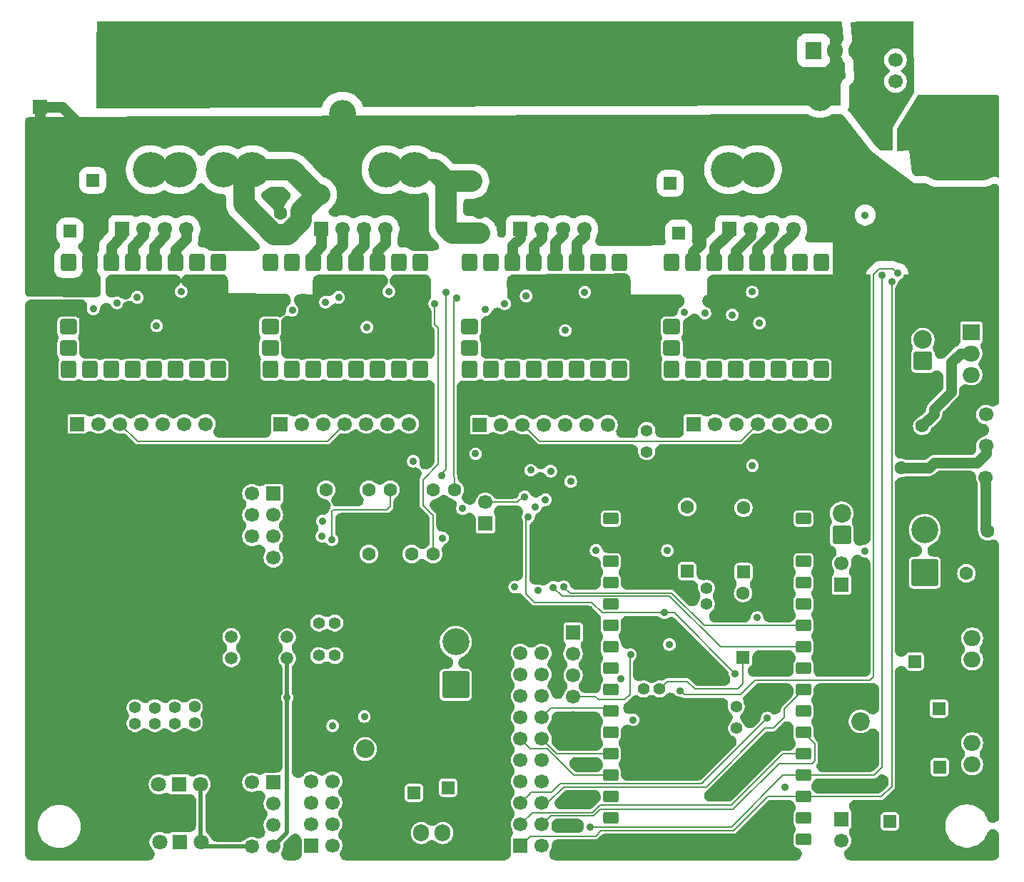
<source format=gbr>
%TF.GenerationSoftware,KiCad,Pcbnew,9.0.2*%
%TF.CreationDate,2025-08-05T21:19:51-07:00*%
%TF.ProjectId,telepresence-bot,74656c65-7072-4657-9365-6e63652d626f,rev?*%
%TF.SameCoordinates,Original*%
%TF.FileFunction,Copper,L3,Inr*%
%TF.FilePolarity,Positive*%
%FSLAX46Y46*%
G04 Gerber Fmt 4.6, Leading zero omitted, Abs format (unit mm)*
G04 Created by KiCad (PCBNEW 9.0.2) date 2025-08-05 21:19:51*
%MOMM*%
%LPD*%
G01*
G04 APERTURE LIST*
G04 Aperture macros list*
%AMRoundRect*
0 Rectangle with rounded corners*
0 $1 Rounding radius*
0 $2 $3 $4 $5 $6 $7 $8 $9 X,Y pos of 4 corners*
0 Add a 4 corners polygon primitive as box body*
4,1,4,$2,$3,$4,$5,$6,$7,$8,$9,$2,$3,0*
0 Add four circle primitives for the rounded corners*
1,1,$1+$1,$2,$3*
1,1,$1+$1,$4,$5*
1,1,$1+$1,$6,$7*
1,1,$1+$1,$8,$9*
0 Add four rect primitives between the rounded corners*
20,1,$1+$1,$2,$3,$4,$5,0*
20,1,$1+$1,$4,$5,$6,$7,0*
20,1,$1+$1,$6,$7,$8,$9,0*
20,1,$1+$1,$8,$9,$2,$3,0*%
G04 Aperture macros list end*
%TA.AperFunction,ComponentPad*%
%ADD10RoundRect,0.250000X0.550000X-0.550000X0.550000X0.550000X-0.550000X0.550000X-0.550000X-0.550000X0*%
%TD*%
%TA.AperFunction,ComponentPad*%
%ADD11C,1.600000*%
%TD*%
%TA.AperFunction,ComponentPad*%
%ADD12C,1.400000*%
%TD*%
%TA.AperFunction,ComponentPad*%
%ADD13O,1.905000X2.000000*%
%TD*%
%TA.AperFunction,ComponentPad*%
%ADD14R,1.905000X2.000000*%
%TD*%
%TA.AperFunction,ComponentPad*%
%ADD15C,1.700000*%
%TD*%
%TA.AperFunction,ComponentPad*%
%ADD16R,1.700000X1.700000*%
%TD*%
%TA.AperFunction,ComponentPad*%
%ADD17C,3.200000*%
%TD*%
%TA.AperFunction,ComponentPad*%
%ADD18RoundRect,0.250000X1.350000X1.350000X-1.350000X1.350000X-1.350000X-1.350000X1.350000X-1.350000X0*%
%TD*%
%TA.AperFunction,ComponentPad*%
%ADD19RoundRect,1.200000X2.800000X-2.800000X2.800000X2.800000X-2.800000X2.800000X-2.800000X-2.800000X0*%
%TD*%
%TA.AperFunction,ComponentPad*%
%ADD20C,2.200000*%
%TD*%
%TA.AperFunction,ComponentPad*%
%ADD21RoundRect,0.249999X-0.850001X-0.850001X0.850001X-0.850001X0.850001X0.850001X-0.850001X0.850001X0*%
%TD*%
%TA.AperFunction,ComponentPad*%
%ADD22RoundRect,0.250000X-1.350000X1.350000X-1.350000X-1.350000X1.350000X-1.350000X1.350000X1.350000X0*%
%TD*%
%TA.AperFunction,ComponentPad*%
%ADD23RoundRect,0.233333X0.666667X0.466667X-0.666667X0.466667X-0.666667X-0.466667X0.666667X-0.466667X0*%
%TD*%
%TA.AperFunction,ComponentPad*%
%ADD24RoundRect,0.249999X0.850001X-0.850001X0.850001X0.850001X-0.850001X0.850001X-0.850001X-0.850001X0*%
%TD*%
%TA.AperFunction,ComponentPad*%
%ADD25RoundRect,0.250000X0.750000X0.650000X-0.750000X0.650000X-0.750000X-0.650000X0.750000X-0.650000X0*%
%TD*%
%TA.AperFunction,ComponentPad*%
%ADD26RoundRect,0.250000X0.750000X-0.650000X0.750000X0.650000X-0.750000X0.650000X-0.750000X-0.650000X0*%
%TD*%
%TA.AperFunction,ComponentPad*%
%ADD27RoundRect,0.250000X0.650000X-0.750000X0.650000X0.750000X-0.650000X0.750000X-0.650000X-0.750000X0*%
%TD*%
%TA.AperFunction,ComponentPad*%
%ADD28RoundRect,0.250000X-0.650000X0.750000X-0.650000X-0.750000X0.650000X-0.750000X0.650000X0.750000X0*%
%TD*%
%TA.AperFunction,ComponentPad*%
%ADD29C,2.400000*%
%TD*%
%TA.AperFunction,ComponentPad*%
%ADD30RoundRect,0.250001X-0.949999X0.949999X-0.949999X-0.949999X0.949999X-0.949999X0.949999X0.949999X0*%
%TD*%
%TA.AperFunction,ComponentPad*%
%ADD31RoundRect,0.250000X0.550000X0.550000X-0.550000X0.550000X-0.550000X-0.550000X0.550000X-0.550000X0*%
%TD*%
%TA.AperFunction,ComponentPad*%
%ADD32C,4.200000*%
%TD*%
%TA.AperFunction,ComponentPad*%
%ADD33C,1.500000*%
%TD*%
%TA.AperFunction,ComponentPad*%
%ADD34R,1.500000X1.500000*%
%TD*%
%TA.AperFunction,ComponentPad*%
%ADD35C,1.800000*%
%TD*%
%TA.AperFunction,ComponentPad*%
%ADD36R,1.800000X1.800000*%
%TD*%
%TA.AperFunction,ComponentPad*%
%ADD37RoundRect,0.250000X-0.550000X-0.550000X0.550000X-0.550000X0.550000X0.550000X-0.550000X0.550000X0*%
%TD*%
%TA.AperFunction,ComponentPad*%
%ADD38RoundRect,0.250000X1.350000X-1.350000X1.350000X1.350000X-1.350000X1.350000X-1.350000X-1.350000X0*%
%TD*%
%TA.AperFunction,ComponentPad*%
%ADD39O,2.000000X1.905000*%
%TD*%
%TA.AperFunction,ComponentPad*%
%ADD40R,2.000000X1.905000*%
%TD*%
%TA.AperFunction,ViaPad*%
%ADD41C,0.900000*%
%TD*%
%TA.AperFunction,Conductor*%
%ADD42C,0.160000*%
%TD*%
%TA.AperFunction,Conductor*%
%ADD43C,1.270000*%
%TD*%
%TA.AperFunction,Conductor*%
%ADD44C,0.508000*%
%TD*%
%TA.AperFunction,Conductor*%
%ADD45C,2.540000*%
%TD*%
G04 APERTURE END LIST*
D10*
%TO.N,Net-(C15-Pad1)*%
%TO.C,C15*%
X66275000Y-37385112D03*
D11*
%TO.N,GND*%
X66275000Y-34885112D03*
%TD*%
D12*
%TO.N,/AUX_PWR_ENABLE*%
%TO.C,R10*%
X85724800Y-91505500D03*
%TO.N,Net-(R10-Pad2)*%
X87624800Y-91505500D03*
%TD*%
D13*
%TO.N,Net-(D9-K)*%
%TO.C,U11*%
X59330800Y-108602000D03*
%TO.N,Net-(U11-VO)*%
X61870800Y-108602000D03*
D14*
%TO.N,GND*%
X64410800Y-108602000D03*
%TD*%
D15*
%TO.N,/drivers/motor_driver2/_DIR*%
%TO.C,J17*%
X57893000Y-60027000D03*
%TO.N,/drivers/motor_driver2/_STEP*%
X55353000Y-60027000D03*
%TO.N,/drivers/motor_driver2/_CLK_DCO*%
X52813000Y-60027000D03*
%TO.N,/drivers/motor_driver2/_MISO*%
X50273000Y-60027000D03*
%TO.N,/drivers/motor_driver1/_MISO*%
X47733000Y-60027000D03*
%TO.N,Net-(J17-Pin_2)*%
X45193000Y-60027000D03*
D16*
%TO.N,Net-(J17-Pin_1)*%
X42653000Y-60027000D03*
%TD*%
D17*
%TO.N,VMOT*%
%TO.C,D5*%
X106636000Y-21277000D03*
D18*
%TO.N,/MOTOR_POWER_RAIL*%
X111716000Y-21277000D03*
%TD*%
D19*
%TO.N,+BATT*%
%TO.C,J4*%
X123276000Y-27077000D03*
%TO.N,GND*%
X123276000Y-39577000D03*
%TD*%
D15*
%TO.N,GND*%
%TO.C,J11*%
X77347200Y-94930200D03*
%TO.N,Net-(J11-Pin_4)*%
X77347200Y-92390200D03*
%TO.N,Net-(J11-Pin_3)*%
X77347200Y-89850200D03*
%TO.N,Net-(J11-Pin_2)*%
X77347200Y-87310200D03*
D16*
%TO.N,Net-(J11-Pin_1)*%
X77347200Y-84770200D03*
%TD*%
D15*
%TO.N,Net-(J2-Pin_2)*%
%TO.C,J2*%
X126318400Y-58913000D03*
D16*
%TO.N,GND*%
X123778400Y-58913000D03*
%TD*%
D12*
%TO.N,Net-(R41-Pad2)*%
%TO.C,R41*%
X96726000Y-93607000D03*
%TO.N,/IO_MP_ENABLE*%
X96726000Y-96147000D03*
%TD*%
D20*
%TO.N,/3v3_compute*%
%TO.C,D1*%
X111451000Y-95352000D03*
D21*
%TO.N,GND*%
X108911000Y-95352000D03*
%TD*%
D17*
%TO.N,GND*%
%TO.C,D8*%
X49986000Y-23177000D03*
D22*
%TO.N,VMOT*%
X49986000Y-18097000D03*
%TD*%
D23*
%TO.N,Net-(JP1-B)*%
%TO.C,U1*%
X104686000Y-109377000D03*
%TO.N,/RST*%
X104686000Y-106837000D03*
%TO.N,/SDA*%
X104686000Y-104297000D03*
%TO.N,/SCL*%
X104686000Y-101757000D03*
%TO.N,/GPIO0*%
X104686000Y-99217000D03*
%TO.N,/GPIO1*%
X104686000Y-96677000D03*
%TO.N,/GPIO6*%
X104686000Y-94137000D03*
%TO.N,/GPIO7*%
X104686000Y-91597000D03*
%TO.N,Net-(U1-GPIO8{slash}PAD_COMP0{slash}SDIO_DATA0)*%
X104686000Y-89057000D03*
%TO.N,/DRIVER_SCK*%
X104686000Y-86517000D03*
%TO.N,/DRIVER_SDI*%
X104686000Y-83977000D03*
%TO.N,/GPIO26*%
X104686000Y-81437000D03*
%TO.N,/GPIO25*%
X104686000Y-78897000D03*
%TO.N,Net-(JP2-B)*%
X104686000Y-76357000D03*
%TO.N,GND*%
X104686000Y-73817000D03*
%TO.N,unconnected-(U1-NC-Pad16)*%
X104686000Y-71277000D03*
%TO.N,GND*%
X81826000Y-109377000D03*
%TO.N,/UART_TX*%
X81826000Y-106837000D03*
%TO.N,/UART_RX*%
X81826000Y-104297000D03*
%TO.N,/IO_MP_ENABLE*%
X81826000Y-101757000D03*
%TO.N,/IO_DRV_ENABLE*%
X81826000Y-99217000D03*
%TO.N,/DRIVER_CS*%
X81826000Y-96677000D03*
%TO.N,/WS281X_LED_CTRL*%
X81826000Y-94137000D03*
%TO.N,/AUX_PWR_ENABLE*%
X81826000Y-91597000D03*
%TO.N,Net-(U1-MTDO{slash}GPIO5{slash}LP_GPIO5{slash}LP_UART_TXD{slash}ADC1_CH4{slash}FSPIWP)*%
X81826000Y-89057000D03*
%TO.N,unconnected-(U1-NC-Pad26)*%
X81826000Y-86517000D03*
%TO.N,/DRIVER_CLOCK*%
X81826000Y-83977000D03*
%TO.N,GND*%
X81826000Y-81437000D03*
%TO.N,unconnected-(U1-GPIO14{slash}USBDP{slash}SDIO_DATA2-Pad29)*%
X81826000Y-78897000D03*
%TO.N,unconnected-(U1-GPIO13{slash}USBDM{slash}SDIO_DATA3-Pad30)*%
X81826000Y-76357000D03*
%TO.N,GND*%
X81826000Y-73817000D03*
%TO.N,unconnected-(U1-NC-Pad32)*%
X81826000Y-71277000D03*
%TD*%
D20*
%TO.N,Net-(D4-A)*%
%TO.C,D4*%
X118850800Y-50023000D03*
D24*
%TO.N,/MOTOR_POWER_RAIL*%
X118850800Y-52563000D03*
%TD*%
D25*
%TO.N,Net-(J15-Pin_1)*%
%TO.C,U13*%
X89045000Y-48497000D03*
D26*
%TO.N,Net-(J15-Pin_2)*%
X89045000Y-51037000D03*
D27*
%TO.N,GND*%
X106825000Y-40877000D03*
%TO.N,/drivers/DRV_VIO_ISO*%
X104285000Y-40877000D03*
%TO.N,Net-(J16-Pin_4)*%
X101745000Y-40877000D03*
%TO.N,Net-(J16-Pin_3)*%
X99205000Y-40877000D03*
%TO.N,Net-(J16-Pin_2)*%
X96665000Y-40877000D03*
%TO.N,Net-(J16-Pin_1)*%
X94125000Y-40877000D03*
%TO.N,GND*%
X91585000Y-40877000D03*
%TO.N,/drivers/motor_driver/_Vmot*%
X89045000Y-40877000D03*
D28*
%TO.N,Net-(U13-DIR)*%
X106825000Y-53577000D03*
%TO.N,Net-(U13-STEP)*%
X104285000Y-53577000D03*
%TO.N,Net-(U13-CLK{slash}DCO)*%
X101745000Y-53577000D03*
%TO.N,/drivers/motor_driver/_MISO*%
X99205000Y-53577000D03*
%TO.N,Net-(U13-CSN{slash}CFG3)*%
X96665000Y-53577000D03*
%TO.N,Net-(U13-SCK{slash}CFG2)*%
X94125000Y-53577000D03*
%TO.N,Net-(U13-SDI{slash}CFG1)*%
X91585000Y-53577000D03*
%TO.N,Net-(U13-EN)*%
X89045000Y-53577000D03*
%TD*%
D29*
%TO.N,GND*%
%TO.C,C17*%
X77126000Y-25877000D03*
D30*
%TO.N,VMOT*%
X77126000Y-18377000D03*
%TD*%
D25*
%TO.N,Net-(J19-Pin_1)*%
%TO.C,U15*%
X17465000Y-48497000D03*
D26*
%TO.N,Net-(J19-Pin_2)*%
X17465000Y-51037000D03*
D27*
%TO.N,GND*%
X35245000Y-40877000D03*
%TO.N,/drivers/DRV_VIO_ISO*%
X32705000Y-40877000D03*
%TO.N,Net-(J20-Pin_4)*%
X30165000Y-40877000D03*
%TO.N,Net-(J20-Pin_3)*%
X27625000Y-40877000D03*
%TO.N,Net-(J20-Pin_2)*%
X25085000Y-40877000D03*
%TO.N,Net-(J20-Pin_1)*%
X22545000Y-40877000D03*
%TO.N,GND*%
X20005000Y-40877000D03*
%TO.N,/drivers/motor_driver3/_Vmot*%
X17465000Y-40877000D03*
D28*
%TO.N,Net-(U15-DIR)*%
X35245000Y-53577000D03*
%TO.N,Net-(U15-STEP)*%
X32705000Y-53577000D03*
%TO.N,Net-(U15-CLK{slash}DCO)*%
X30165000Y-53577000D03*
%TO.N,/drivers/DRV_MOSI_LAST*%
X27625000Y-53577000D03*
%TO.N,Net-(U15-CSN{slash}CFG3)*%
X25085000Y-53577000D03*
%TO.N,Net-(U15-SCK{slash}CFG2)*%
X22545000Y-53577000D03*
%TO.N,Net-(U15-SDI{slash}CFG1)*%
X20005000Y-53577000D03*
%TO.N,Net-(U15-EN)*%
X17465000Y-53577000D03*
%TD*%
D11*
%TO.N,GND*%
%TO.C,C5*%
X118241200Y-93812600D03*
D31*
%TO.N,Net-(U3-VO)*%
X120741200Y-93812600D03*
%TD*%
D12*
%TO.N,Net-(D2-A)*%
%TO.C,R2*%
X27726000Y-95627000D03*
%TO.N,/5v_compute*%
X27726000Y-93727000D03*
%TD*%
D32*
%TO.N,Net-(C29-Pad1)*%
%TO.C,F6*%
X95817000Y-29834000D03*
X99217000Y-29834000D03*
%TO.N,VMOT*%
X95817000Y-16364000D03*
X99217000Y-16364000D03*
%TD*%
D11*
%TO.N,/drivers/DRV_ENABLE_ISO*%
%TO.C,U12*%
X90886000Y-69887000D03*
%TO.N,GND*%
X93426000Y-69887000D03*
X93426000Y-77507000D03*
D10*
%TO.N,Net-(R48-Pad2)*%
X90886000Y-77507000D03*
%TD*%
D33*
%TO.N,Net-(J1-Pin_7)*%
%TO.C,Q3*%
X43426000Y-87877000D03*
%TO.N,Net-(Q3-B)*%
X43426000Y-85337000D03*
D34*
%TO.N,GND*%
X43426000Y-82797000D03*
%TD*%
D15*
%TO.N,VMOT*%
%TO.C,J8*%
X22476000Y-21747000D03*
X22476000Y-19207000D03*
X22476000Y-16667000D03*
D16*
X22476000Y-14127000D03*
%TD*%
D33*
%TO.N,Net-(J1-Pin_1)*%
%TO.C,Q4*%
X36816000Y-87867000D03*
%TO.N,Net-(Q4-B)*%
X36816000Y-85327000D03*
D34*
%TO.N,GND*%
X36816000Y-82787000D03*
%TD*%
D12*
%TO.N,Net-(J1-Pin_7)*%
%TO.C,R64*%
X32426000Y-93632000D03*
%TO.N,Net-(D10-K)*%
X32426000Y-95532000D03*
%TD*%
D32*
%TO.N,VMOT*%
%TO.C,F7*%
X39273000Y-16364000D03*
X35873000Y-16364000D03*
%TO.N,Net-(C33-Pad1)*%
X39273000Y-29834000D03*
X35873000Y-29834000D03*
%TD*%
D11*
%TO.N,/drivers/DRV_VIO_ISO*%
%TO.C,U9*%
X48035600Y-67853800D03*
%TO.N,GND*%
X50575600Y-67853800D03*
%TO.N,Net-(R45-Pad1)*%
X53115600Y-67853800D03*
%TO.N,/drivers/DRV_CLK_ISO*%
X55655600Y-67853800D03*
%TO.N,GND*%
X58195600Y-67853800D03*
%TO.N,Net-(R44-Pad1)*%
X60735600Y-67853800D03*
%TO.N,/drivers/DRV_CS_ISO*%
X63275600Y-67853800D03*
%TO.N,GND*%
X63275600Y-75473800D03*
%TO.N,/drivers/DRV_SCK_ISO*%
X60735600Y-75473800D03*
%TO.N,Net-(R42-Pad2)*%
X58195600Y-75473800D03*
%TO.N,GND*%
X55655600Y-75473800D03*
%TO.N,unconnected-(U9-Pad3)*%
X53115600Y-75473800D03*
%TO.N,GND*%
X50575600Y-75473800D03*
D10*
X48035600Y-75473800D03*
%TD*%
D15*
%TO.N,Net-(J3-Pin_2)*%
%TO.C,J3*%
X126313400Y-66380600D03*
D16*
%TO.N,GND*%
X123773400Y-66380600D03*
%TD*%
D15*
%TO.N,/drivers/motor_driver/_DIR*%
%TO.C,J15*%
X106885000Y-60027000D03*
%TO.N,/drivers/motor_driver/_STEP*%
X104345000Y-60027000D03*
%TO.N,/drivers/motor_driver/_CLK_DCO*%
X101805000Y-60027000D03*
%TO.N,/drivers/motor_driver/_MISO*%
X99265000Y-60027000D03*
%TO.N,/drivers/DRV_MOSI_ISO*%
X96725000Y-60027000D03*
%TO.N,Net-(J15-Pin_2)*%
X94185000Y-60027000D03*
D16*
%TO.N,Net-(J15-Pin_1)*%
X91645000Y-60027000D03*
%TD*%
D15*
%TO.N,Net-(JP2-B)*%
%TO.C,JP2*%
X109201000Y-76587000D03*
D16*
%TO.N,/5v_compute*%
X109201000Y-79127000D03*
%TD*%
D15*
%TO.N,GND*%
%TO.C,J9*%
X115599600Y-19339800D03*
%TO.N,Net-(J9-Pin_2)*%
X115599600Y-16799800D03*
D16*
%TO.N,/MOTOR_POWER_RAIL*%
X115599600Y-14259800D03*
%TD*%
D25*
%TO.N,Net-(J6-Pin_1)*%
%TO.C,U7*%
X65075000Y-48497000D03*
D26*
%TO.N,Net-(J6-Pin_2)*%
X65075000Y-51037000D03*
D27*
%TO.N,GND*%
X82855000Y-40877000D03*
%TO.N,/drivers/DRV_VIO_ISO*%
X80315000Y-40877000D03*
%TO.N,Net-(J7-Pin_4)*%
X77775000Y-40877000D03*
%TO.N,Net-(J7-Pin_3)*%
X75235000Y-40877000D03*
%TO.N,Net-(J7-Pin_2)*%
X72695000Y-40877000D03*
%TO.N,Net-(J7-Pin_1)*%
X70155000Y-40877000D03*
%TO.N,GND*%
X67615000Y-40877000D03*
%TO.N,/drivers/motor_driver1/_Vmot*%
X65075000Y-40877000D03*
D28*
%TO.N,Net-(U7-DIR)*%
X82855000Y-53577000D03*
%TO.N,Net-(U7-STEP)*%
X80315000Y-53577000D03*
%TO.N,Net-(U7-CLK{slash}DCO)*%
X77775000Y-53577000D03*
%TO.N,/drivers/motor_driver1/_MISO*%
X75235000Y-53577000D03*
%TO.N,Net-(U7-CSN{slash}CFG3)*%
X72695000Y-53577000D03*
%TO.N,Net-(U7-SCK{slash}CFG2)*%
X70155000Y-53577000D03*
%TO.N,Net-(U7-SDI{slash}CFG1)*%
X67615000Y-53577000D03*
%TO.N,Net-(U7-EN)*%
X65075000Y-53577000D03*
%TD*%
D15*
%TO.N,Net-(J20-Pin_4)*%
%TO.C,J20*%
X31475000Y-36877000D03*
%TO.N,Net-(J20-Pin_3)*%
X28935000Y-36877000D03*
%TO.N,Net-(J20-Pin_2)*%
X26395000Y-36877000D03*
D16*
%TO.N,Net-(J20-Pin_1)*%
X23855000Y-36877000D03*
%TD*%
D32*
%TO.N,VMOT*%
%TO.C,F4*%
X58545000Y-16364000D03*
X55145000Y-16364000D03*
%TO.N,Net-(C15-Pad1)*%
X58545000Y-29834000D03*
X55145000Y-29834000D03*
%TD*%
D11*
%TO.N,GND*%
%TO.C,C30*%
X88876000Y-26470651D03*
D10*
%TO.N,Net-(C29-Pad1)*%
X88876000Y-31470651D03*
%TD*%
D11*
%TO.N,GND*%
%TO.C,C3*%
X118342800Y-100772200D03*
D31*
%TO.N,/5v_compute*%
X120842800Y-100772200D03*
%TD*%
D12*
%TO.N,Net-(Q3-B)*%
%TO.C,R14*%
X47181000Y-83677000D03*
%TO.N,/IO_MP_ENABLE*%
X49081000Y-83677000D03*
%TD*%
D20*
%TO.N,/drivers/DRV_VIO_ISO*%
%TO.C,D7*%
X52676000Y-98627000D03*
D24*
%TO.N,GND*%
X52676000Y-101167000D03*
%TD*%
D35*
%TO.N,Net-(D2-A)*%
%TO.C,D2*%
X28186000Y-102827000D03*
D36*
%TO.N,GND*%
X25646000Y-102827000D03*
%TD*%
D15*
%TO.N,Net-(J16-Pin_4)*%
%TO.C,J16*%
X103495000Y-36877000D03*
%TO.N,Net-(J16-Pin_3)*%
X100955000Y-36877000D03*
%TO.N,Net-(J16-Pin_2)*%
X98415000Y-36877000D03*
D16*
%TO.N,Net-(J16-Pin_1)*%
X95875000Y-36877000D03*
%TD*%
D35*
%TO.N,/5v_compute*%
%TO.C,D11*%
X33166000Y-102827000D03*
D36*
%TO.N,Net-(D11-K)*%
X30626000Y-102827000D03*
%TD*%
D20*
%TO.N,Net-(D6-A)*%
%TO.C,D6*%
X109226000Y-70639183D03*
D24*
%TO.N,/MOTOR_POWER_RAIL*%
X109226000Y-73179183D03*
%TD*%
D11*
%TO.N,GND*%
%TO.C,C1*%
X117901000Y-83227000D03*
D10*
%TO.N,Net-(D12-K)*%
X117901000Y-88227000D03*
%TD*%
D12*
%TO.N,Net-(D11-K)*%
%TO.C,R70*%
X30076000Y-95622000D03*
%TO.N,Net-(J1-Pin_1)*%
X30076000Y-93722000D03*
%TD*%
%TO.N,Net-(Q4-B)*%
%TO.C,R15*%
X47181000Y-87527000D03*
%TO.N,/IO_DRV_ENABLE*%
X49081000Y-87527000D03*
%TD*%
D35*
%TO.N,/5v_compute*%
%TO.C,D10*%
X33266000Y-109677000D03*
D36*
%TO.N,Net-(D10-K)*%
X30726000Y-109677000D03*
%TD*%
D12*
%TO.N,Net-(R48-Pad2)*%
%TO.C,R48*%
X93176000Y-79532000D03*
%TO.N,/IO_DRV_ENABLE*%
X93176000Y-81432000D03*
%TD*%
D15*
%TO.N,GND*%
%TO.C,J12*%
X14076000Y-30047000D03*
X14076000Y-27507000D03*
X14076000Y-24967000D03*
D16*
X14076000Y-22427000D03*
%TD*%
D15*
%TO.N,GND*%
%TO.C,J13*%
X39236000Y-75927000D03*
%TO.N,Net-(J13-Pin_7)*%
X41776000Y-75927000D03*
%TO.N,Net-(J13-Pin_6)*%
X39236000Y-73387000D03*
%TO.N,Net-(J13-Pin_5)*%
X41776000Y-73387000D03*
%TO.N,/drivers/DRV_VIO_ISO*%
X39236000Y-70847000D03*
%TO.N,/drivers/DRV_ENABLE_ISO*%
X41776000Y-70847000D03*
%TO.N,/drivers/DRV_MOSI_LAST*%
X39236000Y-68307000D03*
D16*
%TO.N,/drivers/MCU_MISO_ISO*%
X41776000Y-68307000D03*
%TD*%
D11*
%TO.N,GND*%
%TO.C,C7*%
X117428400Y-107223800D03*
D37*
%TO.N,/3v3_compute*%
X114928400Y-107223800D03*
%TD*%
D15*
%TO.N,Net-(JP1-B)*%
%TO.C,JP1*%
X109201000Y-109517000D03*
D16*
%TO.N,/3v3_compute*%
X109201000Y-106977000D03*
%TD*%
D15*
%TO.N,/drivers/motor_driver3/_DIR*%
%TO.C,J19*%
X33763000Y-60027000D03*
%TO.N,/drivers/motor_driver3/_STEP*%
X31223000Y-60027000D03*
%TO.N,/drivers/motor_driver3/_CLK_DCO*%
X28683000Y-60027000D03*
%TO.N,/drivers/DRV_MOSI_LAST*%
X26143000Y-60027000D03*
%TO.N,/drivers/motor_driver2/_MISO*%
X23603000Y-60027000D03*
%TO.N,Net-(J19-Pin_2)*%
X21063000Y-60027000D03*
D16*
%TO.N,Net-(J19-Pin_1)*%
X18523000Y-60027000D03*
%TD*%
D12*
%TO.N,/drivers/DRV_ENABLE_ISO*%
%TO.C,R47*%
X86084800Y-63331800D03*
%TO.N,/drivers/DRV_VIO_ISO*%
X86084800Y-60791800D03*
%TD*%
D11*
%TO.N,Net-(R11-Pad1)*%
%TO.C,U4*%
X97526000Y-80107000D03*
%TO.N,GND*%
X100066000Y-80107000D03*
X100066000Y-87727000D03*
D10*
%TO.N,Net-(R10-Pad2)*%
X97526000Y-87727000D03*
%TD*%
D17*
%TO.N,/IOLV_IN*%
%TO.C,D12*%
X119076000Y-72612000D03*
D38*
%TO.N,Net-(D12-K)*%
X119076000Y-77692000D03*
%TD*%
D17*
%TO.N,/IOLV_IN*%
%TO.C,D9*%
X63426000Y-85927000D03*
D38*
%TO.N,Net-(D9-K)*%
X63426000Y-91007000D03*
%TD*%
D11*
%TO.N,GND*%
%TO.C,C37*%
X17634000Y-34656000D03*
D10*
%TO.N,Net-(C37-Pad1)*%
X17634000Y-37156000D03*
%TD*%
D11*
%TO.N,GND*%
%TO.C,C24*%
X55978000Y-103823218D03*
D31*
%TO.N,Net-(D9-K)*%
X58478000Y-103823218D03*
%TD*%
D11*
%TO.N,/IOLV_IN*%
%TO.C,F2*%
X124026000Y-77777000D03*
%TO.N,Net-(J3-Pin_2)*%
X126526000Y-72777000D03*
%TD*%
D15*
%TO.N,Net-(J10-Pin_2)*%
%TO.C,J10*%
X66951000Y-69337000D03*
D16*
%TO.N,Net-(J10-Pin_1)*%
X66951000Y-71877000D03*
%TD*%
D35*
%TO.N,Net-(D3-A)*%
%TO.C,D3*%
X28286000Y-109677000D03*
D36*
%TO.N,GND*%
X25746000Y-109677000D03*
%TD*%
D11*
%TO.N,GND*%
%TO.C,C34*%
X47276000Y-27777000D03*
D10*
%TO.N,Net-(C33-Pad1)*%
X47276000Y-32777000D03*
%TD*%
D15*
%TO.N,/IOLV_IN*%
%TO.C,J14*%
X48816000Y-102447000D03*
X46276000Y-102447000D03*
X48816000Y-104987000D03*
X46276000Y-104987000D03*
%TO.N,/drivers/DRV_VIO_ISO*%
X48816000Y-107527000D03*
X46276000Y-107527000D03*
X48816000Y-110067000D03*
D16*
X46276000Y-110067000D03*
%TD*%
D32*
%TO.N,VMOT*%
%TO.C,F8*%
X30576000Y-16364000D03*
X27176000Y-16364000D03*
%TO.N,Net-(C37-Pad1)*%
X30576000Y-29834000D03*
X27176000Y-29834000D03*
%TD*%
D11*
%TO.N,Net-(J5-Pin_2)*%
%TO.C,F1*%
X116276000Y-65273800D03*
%TO.N,/AUX_PWR_RAIL*%
X118776000Y-60273800D03*
%TD*%
D39*
%TO.N,Net-(D12-K)*%
%TO.C,U2*%
X124708000Y-88021400D03*
%TO.N,/5v_compute*%
X124708000Y-85481400D03*
D40*
%TO.N,GND*%
X124708000Y-82941400D03*
%TD*%
D11*
%TO.N,GND*%
%TO.C,C38*%
X20376000Y-26089651D03*
D10*
%TO.N,Net-(C37-Pad1)*%
X20376000Y-31089651D03*
%TD*%
D11*
%TO.N,GND*%
%TO.C,C29*%
X89872112Y-34885112D03*
D10*
%TO.N,Net-(C29-Pad1)*%
X89872112Y-37385112D03*
%TD*%
D11*
%TO.N,GND*%
%TO.C,C16*%
X65226000Y-26216651D03*
D10*
%TO.N,Net-(C15-Pad1)*%
X65226000Y-31216651D03*
%TD*%
D25*
%TO.N,Net-(J17-Pin_1)*%
%TO.C,U14*%
X41425000Y-48497000D03*
D26*
%TO.N,Net-(J17-Pin_2)*%
X41425000Y-51037000D03*
D27*
%TO.N,GND*%
X59205000Y-40877000D03*
%TO.N,/drivers/DRV_VIO_ISO*%
X56665000Y-40877000D03*
%TO.N,Net-(J18-Pin_4)*%
X54125000Y-40877000D03*
%TO.N,Net-(J18-Pin_3)*%
X51585000Y-40877000D03*
%TO.N,Net-(J18-Pin_2)*%
X49045000Y-40877000D03*
%TO.N,Net-(J18-Pin_1)*%
X46505000Y-40877000D03*
%TO.N,GND*%
X43965000Y-40877000D03*
%TO.N,/drivers/motor_driver2/_Vmot*%
X41425000Y-40877000D03*
D28*
%TO.N,Net-(U14-DIR)*%
X59205000Y-53577000D03*
%TO.N,Net-(U14-STEP)*%
X56665000Y-53577000D03*
%TO.N,Net-(U14-CLK{slash}DCO)*%
X54125000Y-53577000D03*
%TO.N,/drivers/motor_driver2/_MISO*%
X51585000Y-53577000D03*
%TO.N,Net-(U14-CSN{slash}CFG3)*%
X49045000Y-53577000D03*
%TO.N,Net-(U14-SCK{slash}CFG2)*%
X46505000Y-53577000D03*
%TO.N,Net-(U14-SDI{slash}CFG1)*%
X43965000Y-53577000D03*
%TO.N,Net-(U14-EN)*%
X41425000Y-53577000D03*
%TD*%
D15*
%TO.N,/5v_compute*%
%TO.C,J1*%
X39236000Y-110207000D03*
%TO.N,Net-(J1-Pin_7)*%
X41776000Y-110207000D03*
%TO.N,GND*%
X39236000Y-107667000D03*
%TO.N,/5v_compute*%
X41776000Y-107667000D03*
%TO.N,GND*%
X39236000Y-105127000D03*
%TO.N,/5v_compute*%
X41776000Y-105127000D03*
%TO.N,/3v3_compute*%
X39236000Y-102587000D03*
D16*
%TO.N,Net-(J1-Pin_1)*%
X41776000Y-102587000D03*
%TD*%
D39*
%TO.N,/5v_compute*%
%TO.C,U3*%
X124708000Y-100467400D03*
%TO.N,Net-(U3-VO)*%
X124708000Y-97927400D03*
D40*
%TO.N,GND*%
X124708000Y-95387400D03*
%TD*%
D11*
%TO.N,GND*%
%TO.C,C33*%
X42653000Y-35012112D03*
D10*
%TO.N,Net-(C33-Pad1)*%
X42653000Y-37512112D03*
%TD*%
D15*
%TO.N,/drivers/motor_driver1/_DIR*%
%TO.C,J6*%
X81495000Y-60127000D03*
%TO.N,/drivers/motor_driver1/_STEP*%
X78955000Y-60127000D03*
%TO.N,/drivers/motor_driver1/_CLK_DCO*%
X76415000Y-60127000D03*
%TO.N,/drivers/motor_driver1/_MISO*%
X73875000Y-60127000D03*
%TO.N,/drivers/motor_driver/_MISO*%
X71335000Y-60127000D03*
%TO.N,Net-(J6-Pin_2)*%
X68795000Y-60127000D03*
D16*
%TO.N,Net-(J6-Pin_1)*%
X66255000Y-60127000D03*
%TD*%
D11*
%TO.N,GND*%
%TO.C,C11*%
X65020400Y-103213618D03*
D37*
%TO.N,Net-(U11-VO)*%
X62520400Y-103213618D03*
%TD*%
D13*
%TO.N,/MOTOR_POWER_RAIL*%
%TO.C,Q2*%
X110976800Y-15682200D03*
%TO.N,VMOT*%
X108436800Y-15682200D03*
D14*
%TO.N,Net-(D6-A)*%
X105896800Y-15682200D03*
%TD*%
D15*
%TO.N,Net-(J7-Pin_4)*%
%TO.C,J7*%
X78665000Y-36877000D03*
%TO.N,Net-(J7-Pin_3)*%
X76125000Y-36877000D03*
%TO.N,Net-(J7-Pin_2)*%
X73585000Y-36877000D03*
D16*
%TO.N,Net-(J7-Pin_1)*%
X71045000Y-36877000D03*
%TD*%
D15*
%TO.N,Net-(J5-Pin_2)*%
%TO.C,J5*%
X126338400Y-62647200D03*
D16*
%TO.N,GND*%
X123798400Y-62647200D03*
%TD*%
D39*
%TO.N,/MOTOR_POWER_RAIL*%
%TO.C,Q1*%
X124606400Y-54188600D03*
%TO.N,/AUX_PWR_RAIL*%
X124606400Y-51648600D03*
D40*
%TO.N,Net-(D4-A)*%
X124606400Y-49108600D03*
%TD*%
D11*
%TO.N,Net-(R39-Pad2)*%
%TO.C,U8*%
X97551000Y-70012000D03*
%TO.N,GND*%
X100091000Y-70012000D03*
X100091000Y-77632000D03*
D10*
%TO.N,Net-(R41-Pad2)*%
X97551000Y-77632000D03*
%TD*%
D15*
%TO.N,GND*%
%TO.C,U16*%
X73638800Y-84719400D03*
X71098800Y-84719400D03*
%TO.N,/5v_compute*%
X73638800Y-87259400D03*
X71098800Y-87259400D03*
%TO.N,/3v3_compute*%
X73638800Y-89799400D03*
X71098800Y-89799400D03*
%TO.N,/BATT_ALERT*%
X73638800Y-92339400D03*
%TO.N,/AUX_PWR_ENABLE*%
X71098800Y-92339400D03*
%TO.N,/WS281X_LED_CTRL*%
X73638800Y-94879400D03*
%TO.N,unconnected-(U16-GPIO15-Pad13)*%
X71098800Y-94879400D03*
%TO.N,/IO_DRV_ENABLE*%
X73638800Y-97419400D03*
%TO.N,/IO_MP_ENABLE*%
X71098800Y-97419400D03*
%TO.N,/UART_RX*%
X73638800Y-99959400D03*
%TO.N,/UART_TX*%
X71098800Y-99959400D03*
%TO.N,/GPIO25*%
X73638800Y-102499400D03*
%TO.N,/GPIO26*%
X71098800Y-102499400D03*
%TO.N,/GPIO7*%
X73638800Y-105039400D03*
%TO.N,/GPIO6*%
X71098800Y-105039400D03*
%TO.N,/GPIO1*%
X73638800Y-107579400D03*
%TO.N,/GPIO0*%
X71098800Y-107579400D03*
%TO.N,/SCL*%
X73638800Y-110119400D03*
D16*
%TO.N,/SDA*%
X71098800Y-110119400D03*
%TD*%
D12*
%TO.N,Net-(D3-A)*%
%TO.C,R3*%
X25376000Y-95622000D03*
%TO.N,/3v3_compute*%
X25376000Y-93722000D03*
%TD*%
D15*
%TO.N,Net-(J18-Pin_4)*%
%TO.C,J18*%
X55099000Y-36877000D03*
%TO.N,Net-(J18-Pin_3)*%
X52559000Y-36877000D03*
%TO.N,Net-(J18-Pin_2)*%
X50019000Y-36877000D03*
D16*
%TO.N,Net-(J18-Pin_1)*%
X47479000Y-36877000D03*
%TD*%
D41*
%TO.N,/BATT_ALERT*%
X90051000Y-91702000D03*
%TO.N,GND*%
X75226000Y-57552000D03*
%TO.N,/IOLV_IN*%
X48816000Y-95867000D03*
%TO.N,GND*%
X22496000Y-106697000D03*
X69376000Y-71677000D03*
X28101000Y-43527000D03*
X94426000Y-93627000D03*
X59876000Y-60727000D03*
X92406000Y-110017000D03*
X50751000Y-85727000D03*
X22876000Y-88027000D03*
X108401000Y-97577000D03*
X121376000Y-46637000D03*
X20056000Y-67847000D03*
X99726000Y-99202000D03*
X39601000Y-47477000D03*
X110426000Y-57102000D03*
X79776000Y-86977000D03*
X43901000Y-110302000D03*
X102226000Y-56627000D03*
X67846000Y-100927000D03*
X106926000Y-79702000D03*
X40026000Y-60427000D03*
X36876000Y-47627000D03*
X91426000Y-88977000D03*
X51176000Y-96777000D03*
X51276000Y-48827000D03*
X40256000Y-83597000D03*
X27426000Y-50127000D03*
X105946000Y-64537000D03*
X120446000Y-67117000D03*
X90126000Y-93877000D03*
X15266000Y-95437000D03*
X89126000Y-55952000D03*
X36726000Y-60202000D03*
X88001000Y-97027000D03*
X18176000Y-89807000D03*
X94526000Y-90077000D03*
X46576000Y-98377000D03*
X110251000Y-65152000D03*
X30566000Y-87557000D03*
X126596000Y-79717000D03*
X16486000Y-100787000D03*
X26436000Y-64467000D03*
X20996000Y-94877000D03*
X18556000Y-82207000D03*
X102501000Y-103177000D03*
X107476000Y-102977000D03*
X60101000Y-47377000D03*
X67996000Y-103937000D03*
X117016000Y-74327000D03*
X35306000Y-65197000D03*
X39336000Y-79917000D03*
X66326000Y-90177000D03*
X126626000Y-76027000D03*
X20906000Y-102097000D03*
X75976000Y-107602000D03*
X23476000Y-43652000D03*
X67256000Y-87147000D03*
X90526000Y-63502000D03*
X17806000Y-75917000D03*
X65101000Y-56452000D03*
X45201000Y-47952000D03*
X58726000Y-91277000D03*
X74776000Y-48727000D03*
X105476000Y-46427000D03*
X29426000Y-99627000D03*
X95576000Y-103427000D03*
X79051000Y-100477000D03*
X64401000Y-60827000D03*
X75901000Y-105002000D03*
X98746000Y-108297000D03*
X53956000Y-108047000D03*
X62699000Y-72154000D03*
X61046000Y-78367000D03*
X57351000Y-47402000D03*
X27426000Y-56827000D03*
X88826000Y-59452000D03*
X102476000Y-88527000D03*
X41626000Y-56552000D03*
X26536000Y-82577000D03*
X23056000Y-73667000D03*
X78451000Y-105052000D03*
X108276000Y-92952000D03*
X59751000Y-81627000D03*
X121556000Y-61287000D03*
X67846000Y-107447000D03*
X33576000Y-83237000D03*
X33126000Y-98227000D03*
X54226000Y-56827000D03*
X51776000Y-57227000D03*
X124006000Y-70367000D03*
X17526000Y-56577000D03*
X29776000Y-56677000D03*
X29916000Y-71787000D03*
X89401000Y-73752000D03*
X99026000Y-92927000D03*
X28596000Y-77137000D03*
X37426000Y-53152000D03*
X102046000Y-64447000D03*
%TO.N,/3v3_compute*%
X111992800Y-35240200D03*
X88526000Y-75077000D03*
X111992800Y-75127000D03*
X52576000Y-94777000D03*
X80076000Y-75034900D03*
X88776000Y-86227000D03*
%TO.N,/drivers/DRV_VIO_ISO*%
X77076000Y-66867100D03*
%TO.N,Net-(D6-A)*%
X98626000Y-64977000D03*
%TO.N,/drivers/motor_driver1/_CLK_DCO*%
X76415000Y-48927000D03*
%TO.N,/drivers/DRV_ENABLE_ISO*%
X44026000Y-46527000D03*
X66926000Y-46457000D03*
X90560500Y-46742500D03*
X20427000Y-46378000D03*
%TO.N,Net-(J10-Pin_2)*%
X71607400Y-68677000D03*
%TO.N,/drivers/DRV_SCK_ISO*%
X60941000Y-45757000D03*
X47561000Y-73347000D03*
X47976000Y-45577000D03*
X92985500Y-46867500D03*
X69226000Y-45757000D03*
X23222000Y-45647000D03*
%TO.N,/drivers/DRV_CLK_ISO*%
X48726000Y-73777000D03*
X30842000Y-44297000D03*
X62226000Y-44377000D03*
X78726000Y-44377000D03*
X61776000Y-66127000D03*
X55480000Y-44297000D03*
X98601000Y-44352000D03*
%TO.N,/drivers/MCU_MISO_ISO*%
X65776000Y-63577000D03*
%TO.N,/drivers/DRV_CS_ISO*%
X47626000Y-71577000D03*
X49526000Y-44997000D03*
X96245000Y-47077000D03*
X71776000Y-44827000D03*
X63526000Y-45107000D03*
X25635000Y-44997000D03*
%TO.N,/drivers/motor_driver/_CLK_DCO*%
X99451000Y-48052000D03*
%TO.N,Net-(J11-Pin_4)*%
X84156000Y-87427000D03*
%TO.N,/drivers/motor_driver2/_CLK_DCO*%
X52894000Y-48545000D03*
%TO.N,/drivers/motor_driver3/_CLK_DCO*%
X27926000Y-48377000D03*
%TO.N,/DRIVER_SDO*%
X96576000Y-89677000D03*
X88176000Y-82427000D03*
X72026000Y-71077000D03*
%TO.N,/DRIVER_SCK*%
X74976000Y-79427000D03*
%TO.N,/DRIVER_SDI*%
X76276000Y-79377000D03*
%TO.N,/BATT_ALERT*%
X115853600Y-42149000D03*
X83026000Y-90277000D03*
%TO.N,/DRIVER_CLOCK*%
X70426000Y-79402000D03*
%TO.N,/SDA*%
X115142400Y-43127000D03*
%TO.N,/SCL*%
X114024800Y-42377000D03*
X79376000Y-107877000D03*
%TO.N,/DRIVER_CS*%
X73226000Y-79827000D03*
%TO.N,/drivers/DRV_MOSI_ISO*%
X74687400Y-65636800D03*
%TO.N,Net-(U10-OUTB)*%
X61876000Y-73577000D03*
X74076000Y-69027000D03*
%TO.N,Net-(U10-OUTC)*%
X72826000Y-69877000D03*
X64226000Y-70089000D03*
%TO.N,Net-(U10-OUTD)*%
X72326000Y-65527000D03*
X58376000Y-64457000D03*
%TO.N,/GPIO26*%
X99176000Y-83027000D03*
%TO.N,/GPIO25*%
X84476000Y-95166000D03*
%TO.N,/GPIO6*%
X100376000Y-94977000D03*
%TO.N,Net-(J1-Pin_7)*%
X43426000Y-92527000D03*
%TD*%
D42*
%TO.N,/BATT_ALERT*%
X97236532Y-92177000D02*
X90526000Y-92177000D01*
X90526000Y-92177000D02*
X90051000Y-91702000D01*
%TO.N,Net-(R10-Pad2)*%
X97526000Y-87727000D02*
X97526000Y-90877000D01*
X97526000Y-90877000D02*
X96897500Y-91505500D01*
X96897500Y-91505500D02*
X91779500Y-91505500D01*
X91779500Y-91505500D02*
X90901000Y-90627000D01*
X90901000Y-90627000D02*
X88503300Y-90627000D01*
X88503300Y-90627000D02*
X87624800Y-91505500D01*
D43*
%TO.N,GND*%
X123798400Y-62647200D02*
X123798400Y-58933000D01*
D44*
X25746000Y-109677000D02*
X25746000Y-102927000D01*
X39236000Y-107667000D02*
X39236000Y-105127000D01*
D43*
X91585000Y-39618000D02*
X92476000Y-38727000D01*
X14076000Y-22427000D02*
X14076000Y-24967000D01*
X91234112Y-34885112D02*
X89872112Y-34885112D01*
X92476000Y-36127000D02*
X91234112Y-34885112D01*
X91585000Y-40877000D02*
X91585000Y-39618000D01*
X14076000Y-27507000D02*
X14076000Y-30047000D01*
X16713349Y-22427000D02*
X20376000Y-26089651D01*
X73638800Y-84719400D02*
X71098800Y-84719400D01*
X92476000Y-38727000D02*
X92476000Y-36127000D01*
X14076000Y-22427000D02*
X16713349Y-22427000D01*
X14076000Y-24967000D02*
X14076000Y-27507000D01*
D44*
%TO.N,/5v_compute*%
X33856000Y-110207000D02*
X39236000Y-110207000D01*
X33326000Y-109677000D02*
X33856000Y-110207000D01*
X33166000Y-102827000D02*
X33166000Y-109577000D01*
D43*
%TO.N,Net-(J3-Pin_2)*%
X126313400Y-72564400D02*
X126526000Y-72777000D01*
X126313400Y-66380600D02*
X126313400Y-72564400D01*
%TO.N,Net-(J5-Pin_2)*%
X125251600Y-64653400D02*
X120171600Y-64653400D01*
X120171600Y-64653400D02*
X119551200Y-65273800D01*
X126338400Y-62647200D02*
X126338400Y-63566600D01*
X119551200Y-65273800D02*
X116276000Y-65273800D01*
X126338400Y-63566600D02*
X125251600Y-64653400D01*
%TO.N,Net-(J7-Pin_1)*%
X71045000Y-36877000D02*
X71045000Y-37961000D01*
X70155000Y-38851000D02*
X70155000Y-40877000D01*
X71045000Y-37961000D02*
X70155000Y-38851000D01*
%TO.N,Net-(J7-Pin_4)*%
X78665000Y-37707000D02*
X77775000Y-38597000D01*
X77775000Y-38597000D02*
X77775000Y-40877000D01*
X78665000Y-36877000D02*
X78665000Y-37707000D01*
%TO.N,Net-(J7-Pin_2)*%
X73588000Y-37958000D02*
X72695000Y-38851000D01*
X73585000Y-37955000D02*
X73588000Y-37958000D01*
X72695000Y-38851000D02*
X72695000Y-40877000D01*
X73585000Y-36877000D02*
X73585000Y-37955000D01*
%TO.N,Net-(J7-Pin_3)*%
X76125000Y-36877000D02*
X76125000Y-37580000D01*
X76125000Y-37580000D02*
X75235000Y-38470000D01*
X75235000Y-38470000D02*
X75235000Y-40877000D01*
D42*
%TO.N,Net-(J10-Pin_2)*%
X70766000Y-69337000D02*
X71426000Y-68677000D01*
X66951000Y-69337000D02*
X70766000Y-69337000D01*
X71426000Y-68677000D02*
X71607400Y-68677000D01*
%TO.N,/drivers/DRV_SCK_ISO*%
X59516400Y-69682600D02*
X59516400Y-66634600D01*
X61322000Y-64829000D02*
X61322000Y-48626000D01*
X60941000Y-48245000D02*
X60941000Y-45757000D01*
X60735600Y-70901800D02*
X59516400Y-69682600D01*
X59516400Y-66634600D02*
X61322000Y-64829000D01*
X61322000Y-48626000D02*
X60941000Y-48245000D01*
X60735600Y-75473800D02*
X60735600Y-70901800D01*
%TO.N,/drivers/DRV_CLK_ISO*%
X55226000Y-70227000D02*
X48926000Y-70227000D01*
X48726000Y-70427000D02*
X48726000Y-73777000D01*
X62285000Y-65390000D02*
X62285000Y-44436000D01*
X62285000Y-44436000D02*
X62226000Y-44377000D01*
X61776000Y-65899000D02*
X62285000Y-65390000D01*
X55655600Y-69797400D02*
X55226000Y-70227000D01*
X48926000Y-70227000D02*
X48726000Y-70427000D01*
X55655600Y-67853800D02*
X55655600Y-69797400D01*
X61776000Y-65899000D02*
X61776000Y-66127000D01*
%TO.N,/drivers/DRV_CS_ISO*%
X63174000Y-45459000D02*
X63526000Y-45107000D01*
X63174000Y-66279000D02*
X63275600Y-66380600D01*
X63174000Y-66279000D02*
X63174000Y-45459000D01*
X63275600Y-66380600D02*
X63275600Y-67853800D01*
%TO.N,Net-(J11-Pin_4)*%
X83426000Y-92777000D02*
X84076000Y-92127000D01*
X77347200Y-92390200D02*
X79989200Y-92390200D01*
X84076000Y-92127000D02*
X84076000Y-87507000D01*
X79989200Y-92390200D02*
X80376000Y-92777000D01*
X84076000Y-87507000D02*
X84156000Y-87427000D01*
X80376000Y-92777000D02*
X83426000Y-92777000D01*
%TO.N,/drivers/motor_driver/_MISO*%
X73396000Y-62088000D02*
X71335000Y-60027000D01*
X97204000Y-62088000D02*
X73396000Y-62088000D01*
X99265000Y-60027000D02*
X97204000Y-62088000D01*
D43*
%TO.N,Net-(J16-Pin_4)*%
X103495000Y-37277000D02*
X101745000Y-39027000D01*
X101745000Y-39027000D02*
X101745000Y-40757000D01*
%TO.N,Net-(J16-Pin_2)*%
X96665000Y-40877000D02*
X96665000Y-39459000D01*
X98415000Y-37709000D02*
X98415000Y-36877000D01*
X96665000Y-39459000D02*
X98415000Y-37709000D01*
%TO.N,Net-(J16-Pin_1)*%
X95875000Y-37347000D02*
X94125000Y-39097000D01*
X94125000Y-39097000D02*
X94125000Y-40757000D01*
%TO.N,Net-(J16-Pin_3)*%
X100955000Y-37417000D02*
X99205000Y-39167000D01*
X99205000Y-39167000D02*
X99205000Y-40757000D01*
%TO.N,Net-(J18-Pin_3)*%
X51585000Y-39768000D02*
X52559000Y-38794000D01*
X52559000Y-38794000D02*
X52559000Y-36877000D01*
X51585000Y-40877000D02*
X51585000Y-39768000D01*
%TO.N,Net-(J18-Pin_2)*%
X50019000Y-38794000D02*
X50019000Y-36877000D01*
X49045000Y-40877000D02*
X49045000Y-39768000D01*
X49045000Y-39768000D02*
X50019000Y-38794000D01*
%TO.N,Net-(J18-Pin_4)*%
X54125000Y-40877000D02*
X54125000Y-39514000D01*
X55099000Y-38540000D02*
X55099000Y-36877000D01*
X54125000Y-39514000D02*
X55099000Y-38540000D01*
%TO.N,Net-(J18-Pin_1)*%
X46505000Y-39895000D02*
X46505000Y-40877000D01*
X47479000Y-36877000D02*
X47479000Y-38921000D01*
X47479000Y-38921000D02*
X46505000Y-39895000D01*
%TO.N,Net-(J20-Pin_2)*%
X25085000Y-40877000D02*
X25085000Y-38963000D01*
X25085000Y-38963000D02*
X26395000Y-37653000D01*
X26395000Y-37653000D02*
X26395000Y-36877000D01*
%TO.N,Net-(J20-Pin_3)*%
X27625000Y-40877000D02*
X27625000Y-38963000D01*
X27625000Y-38963000D02*
X28935000Y-37653000D01*
X28935000Y-37653000D02*
X28935000Y-36877000D01*
%TO.N,Net-(J20-Pin_1)*%
X22545000Y-38963000D02*
X23855000Y-37653000D01*
X23855000Y-37653000D02*
X23855000Y-36877000D01*
X22545000Y-40877000D02*
X22545000Y-38963000D01*
%TO.N,Net-(J20-Pin_4)*%
X30165000Y-39344000D02*
X31475000Y-38034000D01*
X31475000Y-38034000D02*
X31475000Y-36877000D01*
X30165000Y-40877000D02*
X30165000Y-39344000D01*
D42*
%TO.N,/DRIVER_SDO*%
X79576000Y-81227000D02*
X80776000Y-82427000D01*
X71776000Y-80227000D02*
X72776000Y-81227000D01*
X71776000Y-71327000D02*
X72026000Y-71077000D01*
X89326000Y-82427000D02*
X88176000Y-82427000D01*
X80776000Y-82427000D02*
X88176000Y-82427000D01*
X96576000Y-89677000D02*
X89326000Y-82427000D01*
X71776000Y-71577000D02*
X71776000Y-80227000D01*
X72776000Y-81227000D02*
X79576000Y-81227000D01*
X71776000Y-71127000D02*
X71776000Y-71577000D01*
X71776000Y-71577000D02*
X71776000Y-71327000D01*
%TO.N,/DRIVER_SCK*%
X80939824Y-80456000D02*
X88805000Y-80456000D01*
X80907824Y-80488000D02*
X80939824Y-80456000D01*
X76037000Y-80488000D02*
X80907824Y-80488000D01*
X88805000Y-80456000D02*
X94858900Y-86509900D01*
X94858900Y-86509900D02*
X104677600Y-86509900D01*
X74976000Y-79427000D02*
X76037000Y-80488000D01*
%TO.N,/DRIVER_SDI*%
X77008000Y-80095000D02*
X89044000Y-80095000D01*
X89044000Y-80095000D02*
X92918900Y-83969900D01*
X76276000Y-79427000D02*
X76976000Y-80127000D01*
X76976000Y-80127000D02*
X77008000Y-80095000D01*
X92918900Y-83969900D02*
X104677600Y-83969900D01*
%TO.N,/BATT_ALERT*%
X115273400Y-41568800D02*
X113690600Y-41568800D01*
X113008800Y-42250600D02*
X113008800Y-90002600D01*
X113690600Y-41568800D02*
X113008800Y-42250600D01*
X115853600Y-42149000D02*
X115273400Y-41568800D01*
X113008800Y-90002600D02*
X112551600Y-90459800D01*
X112551600Y-90459800D02*
X98953732Y-90459800D01*
X98953732Y-90459800D02*
X97236532Y-92177000D01*
D43*
%TO.N,/AUX_PWR_RAIL*%
X120202400Y-58847400D02*
X120202400Y-58272600D01*
X118776000Y-60273800D02*
X120202400Y-58847400D01*
X122203600Y-56271400D02*
X122203600Y-52715400D01*
X123270400Y-51648600D02*
X124606400Y-51648600D01*
X120202400Y-58272600D02*
X122203600Y-56271400D01*
X122203600Y-52715400D02*
X123270400Y-51648600D01*
D42*
%TO.N,/IO_MP_ENABLE*%
X72229800Y-98550400D02*
X74259268Y-98550400D01*
X77458768Y-101749900D02*
X81817600Y-101749900D01*
X71098800Y-97419400D02*
X72229800Y-98550400D01*
X74259268Y-98550400D02*
X77458768Y-101749900D01*
%TO.N,/IO_DRV_ENABLE*%
X75429300Y-99209900D02*
X81817600Y-99209900D01*
X73638800Y-97419400D02*
X75429300Y-99209900D01*
%TO.N,/SDA*%
X115142400Y-103085600D02*
X115142400Y-43127000D01*
X72229800Y-108988400D02*
X80014600Y-108988400D01*
X113938100Y-104289900D02*
X115142400Y-103085600D01*
X80676000Y-108327000D02*
X96376000Y-108327000D01*
X96376000Y-108327000D02*
X100413100Y-104289900D01*
X71098800Y-110119400D02*
X72229800Y-108988400D01*
X100413100Y-104289900D02*
X113938100Y-104289900D01*
X80014600Y-108988400D02*
X80676000Y-108327000D01*
%TO.N,/SCL*%
X113047100Y-101749900D02*
X104677600Y-101749900D01*
X114024800Y-100772200D02*
X113047100Y-101749900D01*
X96126000Y-107877000D02*
X79376000Y-107877000D01*
X114024800Y-42377000D02*
X114024800Y-100772200D01*
X96126000Y-107877000D02*
X102253100Y-101749900D01*
X104677600Y-101749900D02*
X102253100Y-101749900D01*
%TO.N,/GPIO0*%
X96175000Y-105278000D02*
X102243100Y-99209900D01*
X80525000Y-105278000D02*
X96175000Y-105278000D01*
X79632600Y-106170400D02*
X80525000Y-105278000D01*
X72507800Y-106170400D02*
X79632600Y-106170400D01*
X102243100Y-99209900D02*
X104677600Y-99209900D01*
X71098800Y-107579400D02*
X72507800Y-106170400D01*
%TO.N,/GPIO1*%
X105676000Y-100377000D02*
X106026000Y-100027000D01*
X73638800Y-107579400D02*
X74686800Y-106531400D01*
X106026000Y-98017000D02*
X104686000Y-96677000D01*
X101776000Y-100377000D02*
X105676000Y-100377000D01*
X74686800Y-106531400D02*
X79829231Y-106531400D01*
X96326000Y-105827000D02*
X101776000Y-100377000D01*
X80533631Y-105827000D02*
X96326000Y-105827000D01*
X79829231Y-106531400D02*
X80533631Y-105827000D01*
X106026000Y-100027000D02*
X106026000Y-98017000D01*
%TO.N,/GPIO7*%
X76215000Y-103138000D02*
X93129500Y-103138000D01*
X93129500Y-103138000D02*
X100108250Y-96159250D01*
X102408250Y-93859250D02*
X104677600Y-91589900D01*
X100108250Y-96159250D02*
X101093750Y-96159250D01*
X102408250Y-94844750D02*
X102408250Y-93859250D01*
X101093750Y-96159250D02*
X102408250Y-94844750D01*
X74313600Y-105039400D02*
X76215000Y-103138000D01*
%TO.N,/GPIO6*%
X93251000Y-102102000D02*
X100376000Y-94977000D01*
X71098800Y-105039400D02*
X72229800Y-103908400D01*
X72326000Y-103777000D02*
X74826000Y-103777000D01*
X75826000Y-102777000D02*
X92576000Y-102777000D01*
X92926000Y-102427000D02*
X93251000Y-102102000D01*
X72229800Y-103873200D02*
X72326000Y-103777000D01*
X74826000Y-103777000D02*
X75826000Y-102777000D01*
X92926000Y-102427000D02*
X92926000Y-102430900D01*
X92926000Y-102430900D02*
X92726000Y-102630900D01*
X92576000Y-102777000D02*
X93251000Y-102102000D01*
X72229800Y-103908400D02*
X72229800Y-103873200D01*
%TO.N,/WS281X_LED_CTRL*%
X73638800Y-94879400D02*
X74719000Y-93799200D01*
X74719000Y-93799200D02*
X81486900Y-93799200D01*
D45*
%TO.N,Net-(C15-Pad1)*%
X63034112Y-37385112D02*
X66275000Y-37385112D01*
X60883000Y-29834000D02*
X62265651Y-31216651D01*
X58545000Y-29834000D02*
X60883000Y-29834000D01*
X62265651Y-36616651D02*
X63034112Y-37385112D01*
X62265651Y-31216651D02*
X62265651Y-36616651D01*
X55145000Y-29834000D02*
X58545000Y-29834000D01*
X62265651Y-31216651D02*
X65328651Y-31216651D01*
%TO.N,Net-(C33-Pad1)*%
X42653000Y-37512112D02*
X41853000Y-37512112D01*
X43453000Y-37512112D02*
X42653000Y-37512112D01*
X35873000Y-29834000D02*
X39273000Y-29834000D01*
X45076000Y-34762651D02*
X45076000Y-35889112D01*
X47276000Y-32777000D02*
X47061651Y-32777000D01*
X46880349Y-32777000D02*
X47276000Y-32777000D01*
X47061651Y-32777000D02*
X45076000Y-34762651D01*
X39273000Y-29834000D02*
X43937349Y-29834000D01*
X41853000Y-37512112D02*
X38276000Y-33935112D01*
X43937349Y-29834000D02*
X46880349Y-32777000D01*
X45076000Y-35889112D02*
X43453000Y-37512112D01*
X38276000Y-33935112D02*
X38276000Y-30831000D01*
X38276000Y-30831000D02*
X39273000Y-29834000D01*
%TO.N,Net-(C37-Pad1)*%
X30383000Y-29834000D02*
X26983000Y-29834000D01*
D44*
%TO.N,Net-(J1-Pin_7)*%
X43426000Y-92527000D02*
X43426000Y-87877000D01*
X41776000Y-110207000D02*
X43426000Y-108557000D01*
X43426000Y-108557000D02*
X43426000Y-92527000D01*
D42*
%TO.N,/drivers/motor_driver2/_MISO*%
X25664000Y-62088000D02*
X23603000Y-60027000D01*
X48212000Y-62088000D02*
X25664000Y-62088000D01*
X50273000Y-60027000D02*
X48212000Y-62088000D01*
%TD*%
%TA.AperFunction,Conductor*%
%TO.N,VMOT*%
G36*
X109207378Y-12270185D02*
G01*
X109253133Y-12322989D01*
X109263709Y-12362014D01*
X109464153Y-14342466D01*
X109451319Y-14411146D01*
X109439159Y-14430438D01*
X109349455Y-14547343D01*
X109221451Y-14769053D01*
X109221444Y-14769068D01*
X109123477Y-15005583D01*
X109057217Y-15252872D01*
X109023800Y-15506686D01*
X109023800Y-15857713D01*
X109049791Y-16055123D01*
X109057217Y-16111529D01*
X109092725Y-16244049D01*
X109123477Y-16358816D01*
X109221444Y-16595331D01*
X109221451Y-16595346D01*
X109349452Y-16817052D01*
X109382112Y-16859615D01*
X109505307Y-17020165D01*
X109594282Y-17109140D01*
X109627766Y-17170461D01*
X109630600Y-17196820D01*
X109630600Y-18273001D01*
X109694178Y-18400157D01*
X109707253Y-18453617D01*
X109712686Y-18791382D01*
X109694082Y-18858729D01*
X109659319Y-18895304D01*
X109561346Y-18963180D01*
X109402179Y-19122348D01*
X109402174Y-19122354D01*
X109273997Y-19307367D01*
X109273991Y-19307377D01*
X109180903Y-19512318D01*
X109180902Y-19512321D01*
X109125905Y-19730579D01*
X109125904Y-19730586D01*
X109115500Y-19862777D01*
X109115500Y-22097519D01*
X109095815Y-22164558D01*
X109043011Y-22210313D01*
X108991949Y-22221518D01*
X108178157Y-22224466D01*
X108178144Y-22224466D01*
X108076436Y-22231757D01*
X108041948Y-22234230D01*
X108041947Y-22234230D01*
X108041933Y-22234231D01*
X107908071Y-22253030D01*
X107908064Y-22253031D01*
X107833069Y-22266477D01*
X107833068Y-22266477D01*
X107833064Y-22266478D01*
X107832225Y-22266753D01*
X107832224Y-22266752D01*
X107824659Y-22269230D01*
X107812691Y-22271508D01*
X107707345Y-22307670D01*
X107706459Y-22307961D01*
X107706420Y-22307975D01*
X107639736Y-22329827D01*
X107639727Y-22329830D01*
X107634230Y-22332272D01*
X107629304Y-22334461D01*
X107620264Y-22337565D01*
X107565239Y-22362934D01*
X107564439Y-22363290D01*
X107509760Y-22387591D01*
X107509753Y-22387594D01*
X107383151Y-22455058D01*
X107383150Y-22455059D01*
X107317739Y-22496159D01*
X107305570Y-22502884D01*
X107176963Y-22564818D01*
X107164116Y-22570140D01*
X107029363Y-22617292D01*
X107015999Y-22621141D01*
X107014148Y-22621563D01*
X107014129Y-22621568D01*
X106876814Y-22652908D01*
X106863107Y-22655237D01*
X106730647Y-22670163D01*
X106721267Y-22671220D01*
X106707384Y-22672000D01*
X106564616Y-22672000D01*
X106550732Y-22671220D01*
X106534421Y-22669382D01*
X106408884Y-22655236D01*
X106395177Y-22652907D01*
X106296223Y-22630322D01*
X106296151Y-22630306D01*
X106295941Y-22630258D01*
X106256001Y-22621142D01*
X106242638Y-22617292D01*
X106107883Y-22570139D01*
X106095036Y-22564818D01*
X105966417Y-22502878D01*
X105954248Y-22496152D01*
X105906605Y-22466217D01*
X105906601Y-22466214D01*
X105783011Y-22400094D01*
X105783008Y-22400092D01*
X105783005Y-22400091D01*
X105679827Y-22353830D01*
X105656362Y-22343309D01*
X105582089Y-22313499D01*
X105582081Y-22313496D01*
X105384499Y-22265034D01*
X105243850Y-22245331D01*
X105243844Y-22245330D01*
X105243841Y-22245330D01*
X105243833Y-22245329D01*
X105243828Y-22245329D01*
X105100702Y-22235614D01*
X52566721Y-22425909D01*
X52499611Y-22406468D01*
X52453665Y-22353830D01*
X52449235Y-22342877D01*
X52392335Y-22180263D01*
X52265605Y-21917107D01*
X52110208Y-21669794D01*
X51928098Y-21441435D01*
X51721565Y-21234902D01*
X51493206Y-21052792D01*
X51245893Y-20897395D01*
X51245890Y-20897393D01*
X50982738Y-20770665D01*
X50707046Y-20674197D01*
X50707044Y-20674196D01*
X50487280Y-20624036D01*
X50422286Y-20609202D01*
X50422283Y-20609201D01*
X50422271Y-20609199D01*
X50132047Y-20576500D01*
X50132041Y-20576500D01*
X49839959Y-20576500D01*
X49839952Y-20576500D01*
X49549728Y-20609199D01*
X49549714Y-20609202D01*
X49264955Y-20674196D01*
X49264953Y-20674197D01*
X48989261Y-20770665D01*
X48726109Y-20897393D01*
X48478795Y-21052791D01*
X48250435Y-21234901D01*
X48043901Y-21441435D01*
X47861791Y-21669795D01*
X47706393Y-21917109D01*
X47579666Y-22180259D01*
X47516218Y-22361581D01*
X47475496Y-22418357D01*
X47410543Y-22444104D01*
X47399626Y-22444625D01*
X20865666Y-22540740D01*
X20798556Y-22521299D01*
X20752610Y-22468661D01*
X20741222Y-22415667D01*
X20808842Y-14624166D01*
X103943800Y-14624166D01*
X103943800Y-16740228D01*
X103943801Y-16740234D01*
X103954413Y-16859615D01*
X104010389Y-17055245D01*
X104010390Y-17055248D01*
X104010391Y-17055249D01*
X104104602Y-17235607D01*
X104104604Y-17235609D01*
X104233190Y-17393309D01*
X104327103Y-17469884D01*
X104390893Y-17521898D01*
X104571251Y-17616109D01*
X104766882Y-17672086D01*
X104886263Y-17682700D01*
X106907336Y-17682699D01*
X107026718Y-17672086D01*
X107222349Y-17616109D01*
X107402707Y-17521898D01*
X107560409Y-17393309D01*
X107688998Y-17235607D01*
X107783209Y-17055249D01*
X107839186Y-16859618D01*
X107849800Y-16740237D01*
X107849799Y-14624164D01*
X107839186Y-14504782D01*
X107783209Y-14309151D01*
X107688998Y-14128793D01*
X107636984Y-14065003D01*
X107560409Y-13971090D01*
X107402709Y-13842504D01*
X107402710Y-13842504D01*
X107402707Y-13842502D01*
X107222349Y-13748291D01*
X107222348Y-13748290D01*
X107222345Y-13748289D01*
X107105129Y-13714750D01*
X107026718Y-13692314D01*
X107026715Y-13692313D01*
X107026713Y-13692313D01*
X106960402Y-13686417D01*
X106907337Y-13681700D01*
X106907332Y-13681700D01*
X104886271Y-13681700D01*
X104886265Y-13681700D01*
X104886264Y-13681701D01*
X104874616Y-13682736D01*
X104766884Y-13692313D01*
X104571254Y-13748289D01*
X104507909Y-13781378D01*
X104390893Y-13842502D01*
X104390891Y-13842503D01*
X104390890Y-13842504D01*
X104233190Y-13971090D01*
X104104604Y-14128790D01*
X104010389Y-14309154D01*
X103954414Y-14504783D01*
X103954413Y-14504786D01*
X103943800Y-14624166D01*
X20808842Y-14624166D01*
X20828375Y-12373423D01*
X20848640Y-12306558D01*
X20901839Y-12261263D01*
X20952370Y-12250500D01*
X109140339Y-12250500D01*
X109207378Y-12270185D01*
G37*
%TD.AperFunction*%
%TD*%
%TA.AperFunction,Conductor*%
%TO.N,/MOTOR_POWER_RAIL*%
G36*
X117700418Y-12270185D02*
G01*
X117746173Y-12322989D01*
X117757371Y-12373097D01*
X117850538Y-20607835D01*
X117832131Y-20674259D01*
X115244000Y-24876999D01*
X115244000Y-27420000D01*
X115224315Y-27487039D01*
X115171511Y-27532794D01*
X115120000Y-27544000D01*
X113926922Y-27544000D01*
X113859883Y-27524315D01*
X113853127Y-27519651D01*
X113287228Y-27100582D01*
X113262842Y-27076671D01*
X110063285Y-22929096D01*
X110048101Y-22910018D01*
X110028935Y-22886670D01*
X110028923Y-22886657D01*
X109973033Y-22829465D01*
X109940256Y-22767760D01*
X109946043Y-22698131D01*
X109958652Y-22673855D01*
X109983808Y-22636255D01*
X110060583Y-22447848D01*
X110080268Y-22380809D01*
X110100417Y-22299925D01*
X110119476Y-22112503D01*
X110121000Y-22097520D01*
X110121000Y-19911987D01*
X110124758Y-19881691D01*
X110131085Y-19856580D01*
X110138427Y-19835597D01*
X110138982Y-19834374D01*
X110147438Y-19815756D01*
X110158401Y-19796436D01*
X110170816Y-19778517D01*
X110185054Y-19761464D01*
X110200461Y-19746057D01*
X110217527Y-19731809D01*
X110231936Y-19721827D01*
X110233778Y-19720548D01*
X110388139Y-19588017D01*
X110422902Y-19551442D01*
X110479154Y-19486974D01*
X110589549Y-19316080D01*
X110663282Y-19126462D01*
X110681886Y-19059115D01*
X110700731Y-18977921D01*
X110718056Y-18775210D01*
X110712623Y-18437445D01*
X110712058Y-18416238D01*
X110683965Y-18214737D01*
X110670890Y-18161277D01*
X110665633Y-18140726D01*
X110644150Y-18084047D01*
X110636100Y-18040098D01*
X110636100Y-17196817D01*
X110635235Y-17180696D01*
X110630338Y-17089333D01*
X110627504Y-17062974D01*
X110589209Y-16876085D01*
X110530553Y-16736752D01*
X110512351Y-16693513D01*
X114249100Y-16693513D01*
X114249100Y-16906086D01*
X114278123Y-17089333D01*
X114282354Y-17116043D01*
X114308599Y-17196817D01*
X114348044Y-17318214D01*
X114444551Y-17507620D01*
X114569490Y-17679586D01*
X114719813Y-17829909D01*
X114891782Y-17954850D01*
X114900546Y-17959316D01*
X114951342Y-18007291D01*
X114968136Y-18075112D01*
X114945598Y-18141247D01*
X114900546Y-18180284D01*
X114891782Y-18184749D01*
X114719813Y-18309690D01*
X114569490Y-18460013D01*
X114444551Y-18631979D01*
X114348044Y-18821385D01*
X114282353Y-19023560D01*
X114249100Y-19233513D01*
X114249100Y-19446086D01*
X114271579Y-19588017D01*
X114282354Y-19656043D01*
X114327966Y-19796423D01*
X114348044Y-19858214D01*
X114444551Y-20047620D01*
X114569490Y-20219586D01*
X114719813Y-20369909D01*
X114891779Y-20494848D01*
X114891781Y-20494849D01*
X114891784Y-20494851D01*
X115081188Y-20591357D01*
X115283357Y-20657046D01*
X115493313Y-20690300D01*
X115493314Y-20690300D01*
X115705886Y-20690300D01*
X115705887Y-20690300D01*
X115915843Y-20657046D01*
X116118012Y-20591357D01*
X116307416Y-20494851D01*
X116329389Y-20478886D01*
X116479386Y-20369909D01*
X116479388Y-20369906D01*
X116479392Y-20369904D01*
X116629704Y-20219592D01*
X116629706Y-20219588D01*
X116629709Y-20219586D01*
X116754648Y-20047620D01*
X116754647Y-20047620D01*
X116754651Y-20047616D01*
X116851157Y-19858212D01*
X116916846Y-19656043D01*
X116950100Y-19446087D01*
X116950100Y-19233513D01*
X116916846Y-19023557D01*
X116851157Y-18821388D01*
X116754651Y-18631984D01*
X116754649Y-18631981D01*
X116754648Y-18631979D01*
X116629709Y-18460013D01*
X116479386Y-18309690D01*
X116307420Y-18184751D01*
X116306715Y-18184391D01*
X116298654Y-18180285D01*
X116247859Y-18132312D01*
X116231063Y-18064492D01*
X116253599Y-17998356D01*
X116298654Y-17959315D01*
X116307416Y-17954851D01*
X116329389Y-17938886D01*
X116479386Y-17829909D01*
X116479388Y-17829906D01*
X116479392Y-17829904D01*
X116629704Y-17679592D01*
X116629706Y-17679588D01*
X116629709Y-17679586D01*
X116754648Y-17507620D01*
X116754647Y-17507620D01*
X116754651Y-17507616D01*
X116851157Y-17318212D01*
X116916846Y-17116043D01*
X116950100Y-16906087D01*
X116950100Y-16693513D01*
X116916846Y-16483557D01*
X116851157Y-16281388D01*
X116754651Y-16091984D01*
X116754649Y-16091981D01*
X116754648Y-16091979D01*
X116629709Y-15920013D01*
X116479386Y-15769690D01*
X116307420Y-15644751D01*
X116118014Y-15548244D01*
X116118013Y-15548243D01*
X116118012Y-15548243D01*
X115915843Y-15482554D01*
X115915841Y-15482553D01*
X115915840Y-15482553D01*
X115754557Y-15457008D01*
X115705887Y-15449300D01*
X115493313Y-15449300D01*
X115444642Y-15457008D01*
X115283360Y-15482553D01*
X115081185Y-15548244D01*
X114891779Y-15644751D01*
X114719813Y-15769690D01*
X114569490Y-15920013D01*
X114444551Y-16091979D01*
X114348044Y-16281385D01*
X114282353Y-16483560D01*
X114249100Y-16693513D01*
X110512351Y-16693513D01*
X110510273Y-16688578D01*
X110476784Y-16627248D01*
X110433851Y-16555829D01*
X110433849Y-16555827D01*
X110433846Y-16555821D01*
X110305278Y-16398144D01*
X110268653Y-16361519D01*
X110257959Y-16349325D01*
X110192232Y-16263669D01*
X110183227Y-16250193D01*
X110129251Y-16156704D01*
X110122081Y-16142163D01*
X110080768Y-16042425D01*
X110075556Y-16027074D01*
X110047609Y-15922773D01*
X110044451Y-15906891D01*
X110030361Y-15799864D01*
X110029300Y-15783680D01*
X110029300Y-15580721D01*
X110030361Y-15564536D01*
X110044451Y-15457512D01*
X110047615Y-15441604D01*
X110075554Y-15337332D01*
X110080763Y-15321984D01*
X110122083Y-15222229D01*
X110129247Y-15207701D01*
X110183233Y-15114193D01*
X110192238Y-15100719D01*
X110236877Y-15042546D01*
X110289784Y-14966598D01*
X110301944Y-14947306D01*
X110382298Y-14791024D01*
X110439710Y-14595843D01*
X110452544Y-14527163D01*
X110464446Y-14444665D01*
X110464542Y-14241215D01*
X110281109Y-12428839D01*
X110293943Y-12360161D01*
X110341871Y-12309321D01*
X110399365Y-12292461D01*
X111414379Y-12250605D01*
X111419488Y-12250500D01*
X117633379Y-12250500D01*
X117700418Y-12270185D01*
G37*
%TD.AperFunction*%
%TD*%
%TA.AperFunction,Conductor*%
%TO.N,+BATT*%
G36*
X127794636Y-20996685D02*
G01*
X127840391Y-21049489D01*
X127851596Y-21100404D01*
X127897375Y-30622546D01*
X127878013Y-30689679D01*
X127825429Y-30735687D01*
X127756319Y-30745963D01*
X127747019Y-30744308D01*
X127611090Y-30714739D01*
X127562629Y-30705741D01*
X127382400Y-30698384D01*
X127240744Y-30708516D01*
X127191702Y-30713535D01*
X127191700Y-30713535D01*
X127191699Y-30713536D01*
X127162577Y-30720810D01*
X127016709Y-30757250D01*
X126883631Y-30806885D01*
X126832859Y-30830069D01*
X126832739Y-30830124D01*
X126779171Y-30854584D01*
X126777390Y-30855555D01*
X126777373Y-30855564D01*
X126773215Y-30857835D01*
X126773129Y-30857883D01*
X126581475Y-30962533D01*
X126565383Y-30969883D01*
X126421834Y-31023425D01*
X126404857Y-31028409D01*
X126255168Y-31060971D01*
X126237658Y-31063489D01*
X126123094Y-31071684D01*
X126114247Y-31072000D01*
X120437756Y-31072000D01*
X120428910Y-31071684D01*
X120416455Y-31070793D01*
X120314337Y-31063489D01*
X120296827Y-31060971D01*
X120147147Y-31028411D01*
X120130170Y-31023427D01*
X119986614Y-30969883D01*
X119970521Y-30962533D01*
X119836065Y-30889114D01*
X119821180Y-30879548D01*
X119816189Y-30875811D01*
X119791335Y-30857933D01*
X119760117Y-30836365D01*
X119633459Y-30764825D01*
X119633450Y-30764820D01*
X119633447Y-30764819D01*
X119503978Y-30706422D01*
X119503976Y-30706421D01*
X119503969Y-30706418D01*
X119458452Y-30687542D01*
X119458454Y-30687542D01*
X119458450Y-30687541D01*
X119454554Y-30686545D01*
X119283698Y-30642857D01*
X119143030Y-30623302D01*
X119028357Y-30615639D01*
X119028348Y-30615639D01*
X118917364Y-30616157D01*
X118081335Y-30620064D01*
X118014205Y-30600693D01*
X118006967Y-30595720D01*
X117640304Y-30324192D01*
X117598144Y-30268478D01*
X117591580Y-30243644D01*
X117176000Y-27577000D01*
X115867882Y-27620603D01*
X115800224Y-27603163D01*
X115752735Y-27551913D01*
X115740493Y-27483124D01*
X115741008Y-27479061D01*
X115749500Y-27420000D01*
X115749500Y-25055280D01*
X115767915Y-24990259D01*
X118203041Y-21035979D01*
X118254955Y-20989217D01*
X118308626Y-20977000D01*
X127727597Y-20977000D01*
X127794636Y-20996685D01*
G37*
%TD.AperFunction*%
%TD*%
%TA.AperFunction,Conductor*%
%TO.N,GND*%
G36*
X35826131Y-42270789D02*
G01*
X35989551Y-42330269D01*
X36134848Y-42425833D01*
X36254190Y-42552328D01*
X36341144Y-42702936D01*
X36391021Y-42869538D01*
X36402400Y-42999600D01*
X36402400Y-44485800D01*
X43120035Y-44587582D01*
X43292439Y-44610386D01*
X43454938Y-44672335D01*
X43598771Y-44770088D01*
X43716183Y-44898377D01*
X43800845Y-45050285D01*
X43848193Y-45217623D01*
X43855673Y-45391369D01*
X43822883Y-45562157D01*
X43788009Y-45651966D01*
X43695275Y-45851655D01*
X43670505Y-45861916D01*
X43547584Y-45944049D01*
X43443049Y-46048584D01*
X43360916Y-46171505D01*
X43304342Y-46308087D01*
X43275500Y-46453082D01*
X43275500Y-46600918D01*
X43297039Y-46709204D01*
X43205823Y-46905628D01*
X43199779Y-46915460D01*
X43195831Y-46926309D01*
X43154321Y-46989421D01*
X43114760Y-47053787D01*
X43106608Y-47061964D01*
X43100267Y-47071606D01*
X43045329Y-47123436D01*
X42991983Y-47176952D01*
X42982166Y-47183028D01*
X42973772Y-47190948D01*
X42908350Y-47228719D01*
X42844112Y-47268482D01*
X42833162Y-47272129D01*
X42823164Y-47277902D01*
X42750783Y-47299571D01*
X42679118Y-47323444D01*
X42667620Y-47324468D01*
X42656562Y-47327779D01*
X42581146Y-47332171D01*
X42505897Y-47338875D01*
X42494472Y-47337219D01*
X42482950Y-47337891D01*
X42342965Y-47316323D01*
X42306568Y-47307123D01*
X42218102Y-47296500D01*
X40631898Y-47296500D01*
X40631897Y-47296500D01*
X40543438Y-47307122D01*
X40543429Y-47307125D01*
X40402663Y-47362636D01*
X40402657Y-47362639D01*
X40282078Y-47454077D01*
X40282077Y-47454078D01*
X40190639Y-47574657D01*
X40190636Y-47574663D01*
X40135125Y-47715429D01*
X40135122Y-47715438D01*
X40124500Y-47803897D01*
X40124500Y-49190102D01*
X40135122Y-49278561D01*
X40135125Y-49278570D01*
X40209434Y-49467004D01*
X40207990Y-49467573D01*
X40246774Y-49560379D01*
X40275018Y-49731977D01*
X40262927Y-49905464D01*
X40211154Y-50071485D01*
X40194903Y-50103843D01*
X40135125Y-50255429D01*
X40135122Y-50255438D01*
X40124500Y-50343897D01*
X40124500Y-51730102D01*
X40135122Y-51818561D01*
X40135125Y-51818570D01*
X40190638Y-51959342D01*
X40212819Y-51998790D01*
X40279879Y-52159248D01*
X40308126Y-52330845D01*
X40296039Y-52504332D01*
X40256726Y-52640652D01*
X40235126Y-52695426D01*
X40235122Y-52695438D01*
X40224500Y-52783897D01*
X40224500Y-54370102D01*
X40235122Y-54458561D01*
X40235125Y-54458570D01*
X40290636Y-54599336D01*
X40290639Y-54599342D01*
X40382078Y-54719922D01*
X40502658Y-54811361D01*
X40643436Y-54866877D01*
X40731898Y-54877500D01*
X40731901Y-54877500D01*
X42118099Y-54877500D01*
X42118102Y-54877500D01*
X42206564Y-54866877D01*
X42305298Y-54827940D01*
X42395004Y-54792566D01*
X42395573Y-54794009D01*
X42488357Y-54755232D01*
X42659955Y-54726982D01*
X42833442Y-54739068D01*
X42999465Y-54790836D01*
X43031843Y-54807096D01*
X43042657Y-54811360D01*
X43042658Y-54811361D01*
X43183436Y-54866877D01*
X43271898Y-54877500D01*
X43271901Y-54877500D01*
X44658099Y-54877500D01*
X44658102Y-54877500D01*
X44746564Y-54866877D01*
X44845298Y-54827940D01*
X44935004Y-54792566D01*
X44935573Y-54794009D01*
X45028357Y-54755232D01*
X45199955Y-54726982D01*
X45373442Y-54739068D01*
X45539465Y-54790836D01*
X45571843Y-54807096D01*
X45582657Y-54811360D01*
X45582658Y-54811361D01*
X45723436Y-54866877D01*
X45811898Y-54877500D01*
X45811901Y-54877500D01*
X47198099Y-54877500D01*
X47198102Y-54877500D01*
X47286564Y-54866877D01*
X47385298Y-54827940D01*
X47475004Y-54792566D01*
X47475573Y-54794009D01*
X47568357Y-54755232D01*
X47739955Y-54726982D01*
X47913442Y-54739068D01*
X48079465Y-54790836D01*
X48111843Y-54807096D01*
X48122657Y-54811360D01*
X48122658Y-54811361D01*
X48263436Y-54866877D01*
X48351898Y-54877500D01*
X48351901Y-54877500D01*
X49738099Y-54877500D01*
X49738102Y-54877500D01*
X49826564Y-54866877D01*
X49925298Y-54827940D01*
X50015004Y-54792566D01*
X50015573Y-54794009D01*
X50108357Y-54755232D01*
X50279955Y-54726982D01*
X50453442Y-54739068D01*
X50619465Y-54790836D01*
X50651843Y-54807096D01*
X50662657Y-54811360D01*
X50662658Y-54811361D01*
X50803436Y-54866877D01*
X50891898Y-54877500D01*
X50891901Y-54877500D01*
X52278099Y-54877500D01*
X52278102Y-54877500D01*
X52366564Y-54866877D01*
X52465298Y-54827940D01*
X52555004Y-54792566D01*
X52555573Y-54794009D01*
X52648357Y-54755232D01*
X52819955Y-54726982D01*
X52993442Y-54739068D01*
X53159465Y-54790836D01*
X53191843Y-54807096D01*
X53202657Y-54811360D01*
X53202658Y-54811361D01*
X53343436Y-54866877D01*
X53431898Y-54877500D01*
X53431901Y-54877500D01*
X54818099Y-54877500D01*
X54818102Y-54877500D01*
X54906564Y-54866877D01*
X55005298Y-54827940D01*
X55095004Y-54792566D01*
X55095573Y-54794009D01*
X55188357Y-54755232D01*
X55359955Y-54726982D01*
X55533442Y-54739068D01*
X55699465Y-54790836D01*
X55731843Y-54807096D01*
X55742657Y-54811360D01*
X55742658Y-54811361D01*
X55883436Y-54866877D01*
X55971898Y-54877500D01*
X55971901Y-54877500D01*
X57358099Y-54877500D01*
X57358102Y-54877500D01*
X57446564Y-54866877D01*
X57545298Y-54827940D01*
X57635004Y-54792566D01*
X57635573Y-54794009D01*
X57728357Y-54755232D01*
X57899955Y-54726982D01*
X58073442Y-54739068D01*
X58239465Y-54790836D01*
X58271843Y-54807096D01*
X58282657Y-54811360D01*
X58282658Y-54811361D01*
X58423436Y-54866877D01*
X58511898Y-54877500D01*
X58511901Y-54877500D01*
X59898099Y-54877500D01*
X59898102Y-54877500D01*
X59986564Y-54866877D01*
X59986578Y-54866871D01*
X60008951Y-54861217D01*
X60181363Y-54838462D01*
X60354375Y-54856081D01*
X60518661Y-54913124D01*
X60665363Y-55006516D01*
X60786573Y-55131223D01*
X60875757Y-55280522D01*
X60928105Y-55446363D01*
X60941500Y-55587379D01*
X60941500Y-64361146D01*
X60921311Y-64533877D01*
X60861831Y-64697297D01*
X60766267Y-64842594D01*
X60722122Y-64890770D01*
X60386881Y-65226010D01*
X60250466Y-65333873D01*
X60092852Y-65407369D01*
X59922538Y-65442536D01*
X59748704Y-65437478D01*
X59580723Y-65392467D01*
X59427649Y-65309930D01*
X59297736Y-65194317D01*
X59197988Y-65051861D01*
X59133780Y-64890240D01*
X59108576Y-64718169D01*
X59122652Y-64550261D01*
X59126500Y-64530918D01*
X59126500Y-64383082D01*
X59097658Y-64238087D01*
X59041084Y-64101505D01*
X58958951Y-63978584D01*
X58854416Y-63874049D01*
X58731495Y-63791916D01*
X58594913Y-63735342D01*
X58449918Y-63706500D01*
X58302082Y-63706500D01*
X58205418Y-63725728D01*
X58157086Y-63735342D01*
X58112402Y-63753851D01*
X58020505Y-63791916D01*
X57897584Y-63874049D01*
X57793049Y-63978584D01*
X57772241Y-64009726D01*
X57710916Y-64101505D01*
X57681178Y-64173300D01*
X57654342Y-64238087D01*
X57625500Y-64383082D01*
X57625500Y-64530918D01*
X57654342Y-64675913D01*
X57710916Y-64812495D01*
X57793049Y-64935416D01*
X57897584Y-65039951D01*
X58020505Y-65122084D01*
X58157087Y-65178658D01*
X58302082Y-65207500D01*
X58302086Y-65207500D01*
X58449912Y-65207500D01*
X58449918Y-65207500D01*
X58478105Y-65201892D01*
X58651444Y-65187995D01*
X58823328Y-65214447D01*
X58984478Y-65279826D01*
X59126207Y-65380606D01*
X59240874Y-65511354D01*
X59322297Y-65665022D01*
X59366088Y-65833326D01*
X59369885Y-66007192D01*
X59333483Y-66177246D01*
X59258845Y-66334322D01*
X59218457Y-66392452D01*
X59211926Y-66400962D01*
X59161835Y-66487725D01*
X59161833Y-66487729D01*
X59161831Y-66487733D01*
X59161830Y-66487736D01*
X59161829Y-66487739D01*
X59135900Y-66584504D01*
X59135900Y-69732695D01*
X59154039Y-69800389D01*
X59161831Y-69829467D01*
X59161834Y-69829473D01*
X59161835Y-69829474D01*
X59211923Y-69916231D01*
X60135723Y-70840031D01*
X60243586Y-70976447D01*
X60317083Y-71134060D01*
X60352250Y-71304374D01*
X60355100Y-71369654D01*
X60355100Y-74008321D01*
X60352921Y-74026955D01*
X60354168Y-74045675D01*
X60342851Y-74113118D01*
X60334911Y-74181052D01*
X60328493Y-74198684D01*
X60325389Y-74217185D01*
X60298825Y-74280195D01*
X60275431Y-74344472D01*
X60265119Y-74360149D01*
X60257833Y-74377434D01*
X60217453Y-74432622D01*
X60179867Y-74489769D01*
X60163750Y-74506020D01*
X60155142Y-74517785D01*
X60129726Y-74540326D01*
X60092285Y-74578080D01*
X60070017Y-74597080D01*
X60018672Y-74634386D01*
X59974296Y-74678761D01*
X59951785Y-74697971D01*
X59903953Y-74730000D01*
X59858807Y-74765698D01*
X59831929Y-74778231D01*
X59807284Y-74794735D01*
X59753359Y-74814869D01*
X59701194Y-74839195D01*
X59672148Y-74845192D01*
X59644363Y-74855567D01*
X59587251Y-74862722D01*
X59530880Y-74874362D01*
X59501231Y-74873499D01*
X59471805Y-74877186D01*
X59414584Y-74870978D01*
X59357046Y-74869304D01*
X59328398Y-74861627D01*
X59298913Y-74858429D01*
X59244657Y-74839189D01*
X59189065Y-74824293D01*
X59162962Y-74810218D01*
X59135006Y-74800305D01*
X59086653Y-74769073D01*
X59035991Y-74741757D01*
X59008005Y-74718273D01*
X58988922Y-74705948D01*
X58970796Y-74687051D01*
X58935977Y-74657835D01*
X58912524Y-74634382D01*
X58772390Y-74532569D01*
X58772386Y-74532567D01*
X58618053Y-74453931D01*
X58618052Y-74453930D01*
X58618045Y-74453927D01*
X58618039Y-74453925D01*
X58453303Y-74400398D01*
X58453304Y-74400398D01*
X58367756Y-74386849D01*
X58282211Y-74373300D01*
X58108989Y-74373300D01*
X58023444Y-74386849D01*
X57937896Y-74400398D01*
X57773160Y-74453925D01*
X57773146Y-74453931D01*
X57618813Y-74532567D01*
X57618809Y-74532569D01*
X57478675Y-74634382D01*
X57478675Y-74634383D01*
X57356183Y-74756875D01*
X57356182Y-74756875D01*
X57254369Y-74897009D01*
X57254367Y-74897013D01*
X57175731Y-75051346D01*
X57175725Y-75051360D01*
X57122198Y-75216096D01*
X57108039Y-75305495D01*
X57096620Y-75377596D01*
X57095100Y-75387191D01*
X57095100Y-75560408D01*
X57095099Y-75560408D01*
X57122198Y-75731503D01*
X57160265Y-75848658D01*
X57175727Y-75896245D01*
X57175730Y-75896252D01*
X57175731Y-75896253D01*
X57254367Y-76050586D01*
X57254369Y-76050590D01*
X57356182Y-76190724D01*
X57478675Y-76313217D01*
X57612676Y-76410574D01*
X57618812Y-76415032D01*
X57773155Y-76493673D01*
X57937896Y-76547201D01*
X57937899Y-76547202D01*
X58108989Y-76574300D01*
X58108992Y-76574300D01*
X58282208Y-76574300D01*
X58282211Y-76574300D01*
X58453301Y-76547202D01*
X58618045Y-76493673D01*
X58772388Y-76415032D01*
X58912524Y-76313217D01*
X58912525Y-76313217D01*
X58935977Y-76289765D01*
X59072393Y-76181902D01*
X59230006Y-76108405D01*
X59400320Y-76073238D01*
X59574154Y-76078296D01*
X59742135Y-76123307D01*
X59895209Y-76205843D01*
X59995223Y-76289765D01*
X60018675Y-76313217D01*
X60152676Y-76410574D01*
X60158812Y-76415032D01*
X60313155Y-76493673D01*
X60477896Y-76547201D01*
X60477899Y-76547202D01*
X60648989Y-76574300D01*
X60648992Y-76574300D01*
X60822208Y-76574300D01*
X60822211Y-76574300D01*
X60993301Y-76547202D01*
X61158045Y-76493673D01*
X61312388Y-76415032D01*
X61452524Y-76313217D01*
X61452525Y-76313217D01*
X61575017Y-76190725D01*
X61575017Y-76190724D01*
X61639181Y-76102410D01*
X61676832Y-76050588D01*
X61755473Y-75896245D01*
X61809002Y-75731501D01*
X61836100Y-75560411D01*
X61836100Y-75387189D01*
X61809002Y-75216099D01*
X61794138Y-75170353D01*
X61759961Y-74999841D01*
X61766028Y-74826040D01*
X61812013Y-74658323D01*
X61895436Y-74505731D01*
X62011801Y-74376491D01*
X62154834Y-74277571D01*
X62219839Y-74246911D01*
X62231495Y-74242084D01*
X62354416Y-74159951D01*
X62458951Y-74055416D01*
X62541084Y-73932495D01*
X62597658Y-73795913D01*
X62626500Y-73650918D01*
X62626500Y-73503082D01*
X62597658Y-73358087D01*
X62541084Y-73221505D01*
X62458951Y-73098584D01*
X62354416Y-72994049D01*
X62231495Y-72911916D01*
X62094913Y-72855342D01*
X61949918Y-72826500D01*
X61865100Y-72826500D01*
X61692369Y-72806311D01*
X61528949Y-72746831D01*
X61383652Y-72651267D01*
X61264310Y-72524772D01*
X61177356Y-72374164D01*
X61127479Y-72207562D01*
X61116100Y-72077500D01*
X61116100Y-70851707D01*
X61116022Y-70851417D01*
X61109346Y-70826500D01*
X61090169Y-70754932D01*
X61048496Y-70682752D01*
X61040077Y-70668169D01*
X60570198Y-70198290D01*
X60462335Y-70061874D01*
X60388838Y-69904261D01*
X60353671Y-69733947D01*
X60358729Y-69560113D01*
X60403740Y-69392132D01*
X60486276Y-69239058D01*
X60601889Y-69109145D01*
X60744345Y-69009396D01*
X60755266Y-69003624D01*
X60862910Y-68947853D01*
X60993301Y-68927202D01*
X61158045Y-68873673D01*
X61312388Y-68795032D01*
X61452528Y-68693214D01*
X61558020Y-68587721D01*
X61661045Y-68534345D01*
X61716380Y-68513411D01*
X61770006Y-68488405D01*
X61797473Y-68482733D01*
X61823702Y-68472811D01*
X61882375Y-68465202D01*
X61940320Y-68453238D01*
X61968351Y-68454053D01*
X61996165Y-68450447D01*
X62055015Y-68456575D01*
X62114154Y-68458296D01*
X62141241Y-68465554D01*
X62169137Y-68468459D01*
X62224990Y-68487995D01*
X62282135Y-68503307D01*
X62306817Y-68516615D01*
X62333293Y-68525876D01*
X62383130Y-68557762D01*
X62435209Y-68585843D01*
X62461505Y-68607908D01*
X62479782Y-68619602D01*
X62498514Y-68638962D01*
X62535223Y-68669765D01*
X62558675Y-68693217D01*
X62698809Y-68795030D01*
X62698812Y-68795032D01*
X62853155Y-68873673D01*
X62964939Y-68909994D01*
X63022570Y-68928720D01*
X63180608Y-69001298D01*
X63317648Y-69108367D01*
X63426303Y-69244153D01*
X63500714Y-69401336D01*
X63536871Y-69571443D01*
X63532823Y-69745304D01*
X63507864Y-69858475D01*
X63504343Y-69870080D01*
X63492613Y-69929050D01*
X63475500Y-70015082D01*
X63475500Y-70162918D01*
X63504342Y-70307913D01*
X63560916Y-70444495D01*
X63643049Y-70567416D01*
X63747584Y-70671951D01*
X63870505Y-70754084D01*
X64007087Y-70810658D01*
X64152082Y-70839500D01*
X64152086Y-70839500D01*
X64299914Y-70839500D01*
X64299918Y-70839500D01*
X64444913Y-70810658D01*
X64581495Y-70754084D01*
X64635378Y-70718079D01*
X64790212Y-70638904D01*
X64959135Y-70597568D01*
X65133038Y-70596302D01*
X65302544Y-70635176D01*
X65458517Y-70712092D01*
X65592548Y-70822905D01*
X65697411Y-70961641D01*
X65767452Y-71120820D01*
X65798896Y-71291860D01*
X65800500Y-71340850D01*
X65800500Y-72771861D01*
X65800501Y-72771865D01*
X65803415Y-72796992D01*
X65803415Y-72796993D01*
X65848792Y-72899763D01*
X65928235Y-72979206D01*
X66031008Y-73024585D01*
X66035801Y-73025141D01*
X66056135Y-73027500D01*
X67845864Y-73027499D01*
X67870991Y-73024585D01*
X67963893Y-72983565D01*
X67973763Y-72979207D01*
X67973763Y-72979206D01*
X67973765Y-72979206D01*
X68053206Y-72899765D01*
X68098585Y-72796991D01*
X68101500Y-72771865D01*
X68101499Y-70982136D01*
X68098585Y-70957009D01*
X68098584Y-70957006D01*
X68025172Y-70790742D01*
X68025405Y-70790638D01*
X67996602Y-70735882D01*
X67953317Y-70567448D01*
X67950042Y-70393572D01*
X67986954Y-70223627D01*
X68062063Y-70066776D01*
X68171319Y-69931473D01*
X68308834Y-69825015D01*
X68467193Y-69753139D01*
X68637859Y-69719720D01*
X68695483Y-69717500D01*
X70655831Y-69717500D01*
X70828562Y-69737689D01*
X70991982Y-69797169D01*
X71137279Y-69892733D01*
X71256621Y-70019228D01*
X71343575Y-70169836D01*
X71393452Y-70336438D01*
X71404808Y-70472331D01*
X71403362Y-70657979D01*
X71360916Y-70721505D01*
X71304342Y-70858087D01*
X71275500Y-71003082D01*
X71275500Y-71150918D01*
X71304342Y-71295913D01*
X71360916Y-71432495D01*
X71395500Y-71484253D01*
X71395500Y-71526906D01*
X71395500Y-71667849D01*
X71395500Y-77916983D01*
X71375311Y-78089714D01*
X71315831Y-78253134D01*
X71220267Y-78398431D01*
X71093772Y-78517773D01*
X70943164Y-78604727D01*
X70776562Y-78654604D01*
X70602950Y-78664716D01*
X70500386Y-78651593D01*
X70499923Y-78651500D01*
X70499918Y-78651500D01*
X70352082Y-78651500D01*
X70277373Y-78666361D01*
X70207086Y-78680342D01*
X70070505Y-78736916D01*
X69947584Y-78819049D01*
X69843049Y-78923584D01*
X69775620Y-79024499D01*
X69760916Y-79046505D01*
X69704342Y-79183086D01*
X69701096Y-79199404D01*
X69675500Y-79328082D01*
X69675500Y-79475918D01*
X69704342Y-79620913D01*
X69760916Y-79757495D01*
X69843049Y-79880416D01*
X69947584Y-79984951D01*
X70070505Y-80067084D01*
X70207087Y-80123658D01*
X70352082Y-80152500D01*
X70352086Y-80152500D01*
X70499914Y-80152500D01*
X70499918Y-80152500D01*
X70644913Y-80123658D01*
X70644915Y-80123656D01*
X70681002Y-80116479D01*
X70681866Y-80120826D01*
X70784897Y-80102248D01*
X70958548Y-80111688D01*
X71125341Y-80160919D01*
X71276285Y-80247289D01*
X71403241Y-80366141D01*
X71449473Y-80431896D01*
X71471522Y-80460630D01*
X71471524Y-80460632D01*
X72471524Y-81460632D01*
X72542368Y-81531476D01*
X72629133Y-81581569D01*
X72680560Y-81595349D01*
X72725904Y-81607500D01*
X72725906Y-81607500D01*
X79108146Y-81607500D01*
X79280877Y-81627689D01*
X79444297Y-81687169D01*
X79589594Y-81782733D01*
X79637766Y-81826874D01*
X80065317Y-82254426D01*
X80447577Y-82636686D01*
X80555441Y-82773102D01*
X80628937Y-82930715D01*
X80664104Y-83101030D01*
X80659046Y-83274863D01*
X80644119Y-83349845D01*
X80635802Y-83382748D01*
X80625500Y-83468540D01*
X80625500Y-84485456D01*
X80625501Y-84485470D01*
X80635801Y-84571245D01*
X80635801Y-84571247D01*
X80673698Y-84667345D01*
X80689637Y-84707764D01*
X80736149Y-84769099D01*
X80755357Y-84794429D01*
X80843640Y-84944262D01*
X80894989Y-85110415D01*
X80906637Y-85283932D01*
X80877955Y-85455457D01*
X80810490Y-85615745D01*
X80755357Y-85699571D01*
X80689638Y-85786234D01*
X80689637Y-85786236D01*
X80636612Y-85920699D01*
X80635802Y-85922752D01*
X80625555Y-86008086D01*
X80625500Y-86008540D01*
X80625500Y-87025456D01*
X80625501Y-87025470D01*
X80635801Y-87111245D01*
X80635801Y-87111247D01*
X80689635Y-87247759D01*
X80689637Y-87247764D01*
X80705224Y-87268318D01*
X80755357Y-87334429D01*
X80843640Y-87484262D01*
X80894989Y-87650415D01*
X80906637Y-87823932D01*
X80877955Y-87995457D01*
X80810490Y-88155745D01*
X80755357Y-88239571D01*
X80689638Y-88326234D01*
X80689637Y-88326236D01*
X80652328Y-88420846D01*
X80635802Y-88462752D01*
X80625727Y-88546653D01*
X80625500Y-88548540D01*
X80625500Y-89565456D01*
X80625501Y-89565470D01*
X80635801Y-89651245D01*
X80635801Y-89651247D01*
X80658519Y-89708854D01*
X80689637Y-89787764D01*
X80689638Y-89787765D01*
X80755357Y-89874429D01*
X80843640Y-90024262D01*
X80894989Y-90190415D01*
X80906637Y-90363932D01*
X80877955Y-90535457D01*
X80875549Y-90543589D01*
X80823835Y-90714781D01*
X80778307Y-90749307D01*
X80689637Y-90866236D01*
X80635802Y-91002752D01*
X80625500Y-91088539D01*
X80625500Y-91371357D01*
X80593501Y-91477289D01*
X80567854Y-91536341D01*
X80545831Y-91596851D01*
X80533303Y-91615897D01*
X80524225Y-91636802D01*
X80485650Y-91688350D01*
X80450267Y-91742148D01*
X80433688Y-91757789D01*
X80420031Y-91776040D01*
X80370602Y-91817307D01*
X80323772Y-91861490D01*
X80304032Y-91872886D01*
X80286534Y-91887496D01*
X80228923Y-91916251D01*
X80173164Y-91948444D01*
X80151328Y-91954981D01*
X80130933Y-91965161D01*
X80068242Y-91979855D01*
X80006562Y-91998321D01*
X79979277Y-92000708D01*
X79961615Y-92004848D01*
X79932773Y-92004776D01*
X79876500Y-92009700D01*
X78874482Y-92009700D01*
X78701751Y-91989511D01*
X78538331Y-91930031D01*
X78393034Y-91834467D01*
X78273692Y-91707972D01*
X78268527Y-91700949D01*
X78224757Y-91640705D01*
X78224753Y-91640699D01*
X78224745Y-91640691D01*
X78205639Y-91618320D01*
X78207625Y-91616622D01*
X78126014Y-91513407D01*
X78052517Y-91355794D01*
X78017350Y-91185480D01*
X78022408Y-91011646D01*
X78067419Y-90843665D01*
X78149955Y-90690591D01*
X78206689Y-90622977D01*
X78205639Y-90622080D01*
X78224740Y-90599713D01*
X78224753Y-90599701D01*
X78331196Y-90453194D01*
X78413411Y-90291839D01*
X78469371Y-90119609D01*
X78497700Y-89940746D01*
X78497700Y-89759654D01*
X78469371Y-89580791D01*
X78413411Y-89408561D01*
X78331196Y-89247206D01*
X78224753Y-89100699D01*
X78224746Y-89100692D01*
X78205639Y-89078320D01*
X78207625Y-89076622D01*
X78126014Y-88973407D01*
X78052517Y-88815794D01*
X78017350Y-88645480D01*
X78022408Y-88471646D01*
X78067419Y-88303665D01*
X78149955Y-88150591D01*
X78206689Y-88082977D01*
X78205639Y-88082080D01*
X78224740Y-88059713D01*
X78224753Y-88059701D01*
X78331196Y-87913194D01*
X78413411Y-87751839D01*
X78469371Y-87579609D01*
X78497700Y-87400746D01*
X78497700Y-87219654D01*
X78469371Y-87040791D01*
X78413411Y-86868561D01*
X78331196Y-86707206D01*
X78331195Y-86707205D01*
X78317836Y-86680986D01*
X78320028Y-86679868D01*
X78264220Y-86559280D01*
X78229544Y-86388865D01*
X78235103Y-86215046D01*
X78280598Y-86047195D01*
X78363576Y-85894361D01*
X78446257Y-85796114D01*
X78449406Y-85792965D01*
X78494785Y-85690191D01*
X78497700Y-85665065D01*
X78497699Y-83875336D01*
X78494785Y-83850209D01*
X78461816Y-83775540D01*
X78449407Y-83747436D01*
X78369964Y-83667993D01*
X78267191Y-83622614D01*
X78242077Y-83619701D01*
X78242070Y-83619700D01*
X78242065Y-83619700D01*
X78242059Y-83619700D01*
X76452338Y-83619700D01*
X76452334Y-83619701D01*
X76427207Y-83622615D01*
X76427206Y-83622615D01*
X76324436Y-83667992D01*
X76244993Y-83747435D01*
X76199614Y-83850208D01*
X76199614Y-83850209D01*
X76196701Y-83875322D01*
X76196700Y-83875340D01*
X76196700Y-85665061D01*
X76196701Y-85665065D01*
X76199615Y-85690192D01*
X76199615Y-85690193D01*
X76244992Y-85792963D01*
X76248143Y-85796114D01*
X76356006Y-85932530D01*
X76429503Y-86090143D01*
X76464670Y-86260457D01*
X76459612Y-86434291D01*
X76414601Y-86602272D01*
X76410818Y-86611613D01*
X76382062Y-86681249D01*
X76363204Y-86707206D01*
X76280989Y-86868561D01*
X76225029Y-87040791D01*
X76219699Y-87074439D01*
X76190790Y-87144449D01*
X76176769Y-87169633D01*
X76166834Y-87196685D01*
X76134605Y-87245374D01*
X76107891Y-87293361D01*
X76114469Y-87301246D01*
X76192071Y-87456879D01*
X76216378Y-87551425D01*
X76218160Y-87550998D01*
X76225028Y-87579608D01*
X76256546Y-87676611D01*
X76280989Y-87751839D01*
X76363204Y-87913194D01*
X76469647Y-88059701D01*
X76469652Y-88059706D01*
X76488761Y-88082080D01*
X76486774Y-88083777D01*
X76507690Y-88110231D01*
X76556582Y-88168469D01*
X76561539Y-88178333D01*
X76568386Y-88186993D01*
X76600520Y-88255904D01*
X76634669Y-88323859D01*
X76637217Y-88334601D01*
X76641883Y-88344606D01*
X76657260Y-88419077D01*
X76674815Y-88493069D01*
X76674817Y-88504108D01*
X76677050Y-88514920D01*
X76674838Y-88590939D01*
X76674856Y-88666976D01*
X76672313Y-88677716D01*
X76671992Y-88688754D01*
X76652309Y-88762207D01*
X76634791Y-88836205D01*
X76629837Y-88846073D01*
X76626981Y-88856735D01*
X76590889Y-88923671D01*
X76556778Y-88991633D01*
X76549283Y-89000835D01*
X76544445Y-89009809D01*
X76515341Y-89042512D01*
X76487238Y-89077019D01*
X76488761Y-89078320D01*
X76469647Y-89100699D01*
X76363203Y-89247207D01*
X76280989Y-89408560D01*
X76246039Y-89516125D01*
X76246038Y-89516127D01*
X76225029Y-89580791D01*
X76196700Y-89759654D01*
X76196700Y-89940746D01*
X76225029Y-90119609D01*
X76237758Y-90158785D01*
X76237758Y-90158786D01*
X76252305Y-90203558D01*
X76280989Y-90291839D01*
X76363204Y-90453194D01*
X76469647Y-90599701D01*
X76469652Y-90599706D01*
X76488761Y-90622080D01*
X76486774Y-90623777D01*
X76507690Y-90650231D01*
X76556582Y-90708469D01*
X76561539Y-90718333D01*
X76568386Y-90726993D01*
X76600520Y-90795904D01*
X76634669Y-90863859D01*
X76637217Y-90874601D01*
X76641883Y-90884606D01*
X76657260Y-90959077D01*
X76674815Y-91033069D01*
X76674817Y-91044108D01*
X76677050Y-91054920D01*
X76674838Y-91130939D01*
X76674856Y-91206976D01*
X76672313Y-91217716D01*
X76671992Y-91228754D01*
X76652309Y-91302207D01*
X76634791Y-91376205D01*
X76629837Y-91386073D01*
X76626981Y-91396735D01*
X76590889Y-91463671D01*
X76556778Y-91531633D01*
X76549283Y-91540835D01*
X76544445Y-91549809D01*
X76515341Y-91582512D01*
X76487238Y-91617019D01*
X76488761Y-91618320D01*
X76469647Y-91640699D01*
X76363203Y-91787207D01*
X76280989Y-91948560D01*
X76215935Y-92148779D01*
X76214039Y-92148163D01*
X76166834Y-92276685D01*
X76070845Y-92421701D01*
X75944000Y-92540672D01*
X75793138Y-92627184D01*
X75626391Y-92676572D01*
X75452749Y-92686175D01*
X75281573Y-92655474D01*
X75122092Y-92586125D01*
X74982902Y-92481866D01*
X74871507Y-92348318D01*
X74793914Y-92192681D01*
X74769622Y-92098173D01*
X74767840Y-92098602D01*
X74760971Y-92069991D01*
X74754656Y-92050554D01*
X74705011Y-91897761D01*
X74622796Y-91736406D01*
X74516353Y-91589899D01*
X74516346Y-91589892D01*
X74497239Y-91567520D01*
X74499225Y-91565822D01*
X74478309Y-91539368D01*
X74429418Y-91481131D01*
X74424460Y-91471266D01*
X74417614Y-91462607D01*
X74385479Y-91393695D01*
X74351331Y-91325741D01*
X74348782Y-91314998D01*
X74344117Y-91304994D01*
X74328739Y-91230522D01*
X74311185Y-91156531D01*
X74311182Y-91145491D01*
X74308950Y-91134680D01*
X74311161Y-91058660D01*
X74311144Y-90982624D01*
X74313686Y-90971883D01*
X74314008Y-90960846D01*
X74333690Y-90887392D01*
X74351209Y-90813395D01*
X74356162Y-90803526D01*
X74359019Y-90792865D01*
X74395110Y-90725928D01*
X74429222Y-90657967D01*
X74436314Y-90649510D01*
X74441555Y-90639791D01*
X74498289Y-90572177D01*
X74497239Y-90571280D01*
X74516340Y-90548913D01*
X74516353Y-90548901D01*
X74622796Y-90402394D01*
X74705011Y-90241039D01*
X74760971Y-90068809D01*
X74789300Y-89889946D01*
X74789300Y-89708854D01*
X74760971Y-89529991D01*
X74705011Y-89357761D01*
X74622796Y-89196406D01*
X74516353Y-89049899D01*
X74516346Y-89049892D01*
X74497239Y-89027520D01*
X74499225Y-89025822D01*
X74478309Y-88999368D01*
X74429418Y-88941131D01*
X74424460Y-88931266D01*
X74417614Y-88922607D01*
X74385479Y-88853695D01*
X74351331Y-88785741D01*
X74348782Y-88774998D01*
X74344117Y-88764994D01*
X74328739Y-88690522D01*
X74311185Y-88616531D01*
X74311182Y-88605491D01*
X74308950Y-88594680D01*
X74311161Y-88518660D01*
X74311144Y-88442624D01*
X74313686Y-88431883D01*
X74314008Y-88420846D01*
X74333690Y-88347392D01*
X74351209Y-88273395D01*
X74356162Y-88263526D01*
X74359019Y-88252865D01*
X74395110Y-88185928D01*
X74429222Y-88117967D01*
X74436314Y-88109510D01*
X74441555Y-88099791D01*
X74498289Y-88032177D01*
X74497239Y-88031280D01*
X74516340Y-88008913D01*
X74516353Y-88008901D01*
X74622796Y-87862394D01*
X74705011Y-87701039D01*
X74760971Y-87528809D01*
X74760970Y-87528809D01*
X74770065Y-87500821D01*
X74771961Y-87501437D01*
X74819146Y-87372951D01*
X74880924Y-87279607D01*
X74871507Y-87268318D01*
X74845452Y-87216057D01*
X74815470Y-87165952D01*
X74806773Y-87138474D01*
X74793914Y-87112681D01*
X74773619Y-87033722D01*
X74768763Y-87018380D01*
X74767840Y-87018602D01*
X74764718Y-87005599D01*
X74762994Y-87000151D01*
X74762808Y-86997644D01*
X74760971Y-86989991D01*
X74747517Y-86948584D01*
X74705011Y-86817761D01*
X74622796Y-86656406D01*
X74516353Y-86509899D01*
X74388301Y-86381847D01*
X74241794Y-86275404D01*
X74080439Y-86193189D01*
X74064558Y-86188029D01*
X73908214Y-86137230D01*
X73908210Y-86137229D01*
X73908209Y-86137229D01*
X73729346Y-86108900D01*
X73548254Y-86108900D01*
X73369391Y-86137229D01*
X73369385Y-86137230D01*
X73197160Y-86193189D01*
X73035807Y-86275403D01*
X72889299Y-86381847D01*
X72866920Y-86400961D01*
X72865222Y-86398974D01*
X72762007Y-86480586D01*
X72604394Y-86554083D01*
X72434080Y-86589250D01*
X72260246Y-86584192D01*
X72092265Y-86539181D01*
X71939191Y-86456645D01*
X71871577Y-86399910D01*
X71870680Y-86400961D01*
X71848305Y-86381851D01*
X71848301Y-86381847D01*
X71701794Y-86275404D01*
X71540439Y-86193189D01*
X71524558Y-86188029D01*
X71368214Y-86137230D01*
X71368210Y-86137229D01*
X71368209Y-86137229D01*
X71189346Y-86108900D01*
X71008254Y-86108900D01*
X70829391Y-86137229D01*
X70829385Y-86137230D01*
X70657160Y-86193189D01*
X70495807Y-86275403D01*
X70349299Y-86381847D01*
X70349294Y-86381851D01*
X70221251Y-86509894D01*
X70221247Y-86509899D01*
X70114803Y-86656407D01*
X70032589Y-86817760D01*
X69976630Y-86989985D01*
X69976629Y-86989990D01*
X69976629Y-86989991D01*
X69948300Y-87168854D01*
X69948300Y-87349946D01*
X69976629Y-87528809D01*
X69976630Y-87528814D01*
X70021046Y-87665514D01*
X70032589Y-87701039D01*
X70114804Y-87862394D01*
X70221247Y-88008901D01*
X70221252Y-88008906D01*
X70240361Y-88031280D01*
X70238374Y-88032977D01*
X70319986Y-88136193D01*
X70393483Y-88293806D01*
X70428650Y-88464120D01*
X70423592Y-88637954D01*
X70378581Y-88805935D01*
X70296045Y-88959009D01*
X70239310Y-89026622D01*
X70240361Y-89027520D01*
X70221247Y-89049899D01*
X70114803Y-89196407D01*
X70032589Y-89357760D01*
X69976630Y-89529985D01*
X69976629Y-89529990D01*
X69976629Y-89529991D01*
X69948300Y-89708854D01*
X69948300Y-89889946D01*
X69976629Y-90068809D01*
X69976630Y-90068814D01*
X70020256Y-90203082D01*
X70032589Y-90241039D01*
X70114804Y-90402394D01*
X70221247Y-90548901D01*
X70221252Y-90548906D01*
X70240361Y-90571280D01*
X70238374Y-90572977D01*
X70319986Y-90676193D01*
X70393483Y-90833806D01*
X70428650Y-91004120D01*
X70423592Y-91177954D01*
X70378581Y-91345935D01*
X70296045Y-91499009D01*
X70239310Y-91566622D01*
X70240361Y-91567520D01*
X70221247Y-91589899D01*
X70114803Y-91736407D01*
X70032589Y-91897760D01*
X69976630Y-92069985D01*
X69976629Y-92069990D01*
X69976629Y-92069991D01*
X69948300Y-92248854D01*
X69948300Y-92429946D01*
X69976629Y-92608809D01*
X69976630Y-92608814D01*
X70027361Y-92764948D01*
X70032589Y-92781039D01*
X70114804Y-92942394D01*
X70221247Y-93088901D01*
X70221252Y-93088906D01*
X70240361Y-93111280D01*
X70238374Y-93112977D01*
X70319986Y-93216193D01*
X70393483Y-93373806D01*
X70428650Y-93544120D01*
X70423592Y-93717954D01*
X70378581Y-93885935D01*
X70296045Y-94039009D01*
X70239310Y-94106622D01*
X70240361Y-94107520D01*
X70221247Y-94129899D01*
X70114803Y-94276407D01*
X70032589Y-94437760D01*
X69976630Y-94609985D01*
X69976629Y-94609990D01*
X69976629Y-94609991D01*
X69948300Y-94788854D01*
X69948300Y-94969946D01*
X69976629Y-95148809D01*
X69976630Y-95148814D01*
X70006313Y-95240168D01*
X70032589Y-95321039D01*
X70114804Y-95482394D01*
X70221247Y-95628901D01*
X70221252Y-95628906D01*
X70240361Y-95651280D01*
X70238374Y-95652977D01*
X70319986Y-95756193D01*
X70393483Y-95913806D01*
X70428650Y-96084120D01*
X70423592Y-96257954D01*
X70378581Y-96425935D01*
X70296045Y-96579009D01*
X70239310Y-96646622D01*
X70240361Y-96647520D01*
X70221247Y-96669899D01*
X70114803Y-96816407D01*
X70032589Y-96977760D01*
X69976630Y-97149985D01*
X69976629Y-97149990D01*
X69976629Y-97149991D01*
X69948300Y-97328854D01*
X69948300Y-97509946D01*
X69970267Y-97648639D01*
X69976630Y-97688814D01*
X70032589Y-97861039D01*
X70114804Y-98022394D01*
X70221247Y-98168901D01*
X70221252Y-98168906D01*
X70240361Y-98191280D01*
X70238374Y-98192977D01*
X70319986Y-98296193D01*
X70393483Y-98453806D01*
X70428650Y-98624120D01*
X70423592Y-98797954D01*
X70378581Y-98965935D01*
X70296045Y-99119009D01*
X70239310Y-99186622D01*
X70240361Y-99187520D01*
X70221247Y-99209899D01*
X70114803Y-99356407D01*
X70032589Y-99517760D01*
X69976630Y-99689985D01*
X69976629Y-99689990D01*
X69976629Y-99689991D01*
X69948300Y-99868854D01*
X69948300Y-100049946D01*
X69970267Y-100188639D01*
X69976630Y-100228814D01*
X70025744Y-100379973D01*
X70032589Y-100401039D01*
X70114804Y-100562394D01*
X70221247Y-100708901D01*
X70221252Y-100708906D01*
X70240361Y-100731280D01*
X70238374Y-100732977D01*
X70319986Y-100836193D01*
X70393483Y-100993806D01*
X70428650Y-101164120D01*
X70423592Y-101337954D01*
X70378581Y-101505935D01*
X70296045Y-101659009D01*
X70239310Y-101726622D01*
X70240361Y-101727520D01*
X70221247Y-101749899D01*
X70114803Y-101896407D01*
X70032589Y-102057760D01*
X69976630Y-102229985D01*
X69976629Y-102229990D01*
X69976629Y-102229991D01*
X69948300Y-102408854D01*
X69948300Y-102589946D01*
X69973206Y-102747198D01*
X69976630Y-102768814D01*
X70032589Y-102941039D01*
X70114804Y-103102394D01*
X70221247Y-103248901D01*
X70221252Y-103248906D01*
X70240361Y-103271280D01*
X70238374Y-103272977D01*
X70319986Y-103376193D01*
X70393483Y-103533806D01*
X70428650Y-103704120D01*
X70423592Y-103877954D01*
X70378581Y-104045935D01*
X70296045Y-104199009D01*
X70239310Y-104266622D01*
X70240361Y-104267520D01*
X70221247Y-104289899D01*
X70114803Y-104436407D01*
X70032589Y-104597760D01*
X69976630Y-104769985D01*
X69976629Y-104769990D01*
X69976629Y-104769991D01*
X69948300Y-104948854D01*
X69948300Y-105129946D01*
X69973206Y-105287198D01*
X69976630Y-105308814D01*
X70020303Y-105443227D01*
X70032589Y-105481039D01*
X70114804Y-105642394D01*
X70221247Y-105788901D01*
X70221252Y-105788906D01*
X70240361Y-105811280D01*
X70238374Y-105812977D01*
X70319986Y-105916193D01*
X70393483Y-106073806D01*
X70428650Y-106244120D01*
X70423592Y-106417954D01*
X70378581Y-106585935D01*
X70296045Y-106739009D01*
X70239310Y-106806622D01*
X70240361Y-106807520D01*
X70221247Y-106829899D01*
X70114803Y-106976407D01*
X70032589Y-107137760D01*
X69976630Y-107309985D01*
X69976629Y-107309990D01*
X69976629Y-107309991D01*
X69948300Y-107488854D01*
X69948300Y-107669946D01*
X69973206Y-107827198D01*
X69976630Y-107848814D01*
X70016207Y-107970621D01*
X70032589Y-108021039D01*
X70102931Y-108159093D01*
X70128164Y-108208614D01*
X70125972Y-108209730D01*
X70181784Y-108330332D01*
X70216456Y-108500748D01*
X70210894Y-108674566D01*
X70165396Y-108842416D01*
X70082415Y-108995250D01*
X69999748Y-109093480D01*
X69996594Y-109096633D01*
X69951214Y-109199408D01*
X69951214Y-109199409D01*
X69948301Y-109224522D01*
X69948300Y-109224540D01*
X69948300Y-111014261D01*
X69949549Y-111035859D01*
X69948274Y-111035932D01*
X69948141Y-111188110D01*
X69907886Y-111357294D01*
X69829699Y-111512634D01*
X69717796Y-111645756D01*
X69578210Y-111749483D01*
X69418465Y-111818223D01*
X69247173Y-111848271D01*
X69204282Y-111849500D01*
X50413030Y-111849500D01*
X50240299Y-111829311D01*
X50076879Y-111769831D01*
X49931582Y-111674267D01*
X49812240Y-111547772D01*
X49725286Y-111397164D01*
X49675409Y-111230562D01*
X49665297Y-111056950D01*
X49695496Y-110885684D01*
X49764377Y-110726000D01*
X49787417Y-110690520D01*
X49799994Y-110669997D01*
X49799996Y-110669994D01*
X49882211Y-110508639D01*
X49938171Y-110336409D01*
X49966500Y-110157546D01*
X49966500Y-109976454D01*
X49938171Y-109797591D01*
X49882211Y-109625361D01*
X49799996Y-109464006D01*
X49693553Y-109317499D01*
X49693546Y-109317492D01*
X49674439Y-109295120D01*
X49676425Y-109293422D01*
X49594814Y-109190207D01*
X49521317Y-109032594D01*
X49486150Y-108862280D01*
X49489472Y-108748110D01*
X58077799Y-108748110D01*
X58108653Y-108942913D01*
X58169598Y-109130484D01*
X58259133Y-109306207D01*
X58259135Y-109306211D01*
X58259138Y-109306215D01*
X58375065Y-109465775D01*
X58514525Y-109605235D01*
X58626198Y-109686370D01*
X58674088Y-109721164D01*
X58674092Y-109721166D01*
X58802139Y-109786409D01*
X58849815Y-109810701D01*
X59037388Y-109871647D01*
X59232187Y-109902500D01*
X59232190Y-109902500D01*
X59429410Y-109902500D01*
X59429413Y-109902500D01*
X59624212Y-109871647D01*
X59811785Y-109810701D01*
X59987515Y-109721162D01*
X60147075Y-109605235D01*
X60147077Y-109605232D01*
X60160549Y-109595445D01*
X60312159Y-109510250D01*
X60479329Y-109462315D01*
X60653048Y-109454224D01*
X60823950Y-109486413D01*
X60982822Y-109557147D01*
X61041051Y-109595445D01*
X61054523Y-109605233D01*
X61054525Y-109605235D01*
X61166198Y-109686370D01*
X61214088Y-109721164D01*
X61214092Y-109721166D01*
X61342139Y-109786409D01*
X61389815Y-109810701D01*
X61577388Y-109871647D01*
X61772187Y-109902500D01*
X61772190Y-109902500D01*
X61969410Y-109902500D01*
X61969413Y-109902500D01*
X62164212Y-109871647D01*
X62351785Y-109810701D01*
X62527515Y-109721162D01*
X62687075Y-109605235D01*
X62826535Y-109465775D01*
X62942462Y-109306215D01*
X63032001Y-109130485D01*
X63092947Y-108942912D01*
X63123800Y-108748113D01*
X63123800Y-108455887D01*
X63092947Y-108261088D01*
X63032001Y-108073515D01*
X63003967Y-108018495D01*
X62942466Y-107897792D01*
X62942464Y-107897788D01*
X62942462Y-107897785D01*
X62826535Y-107738225D01*
X62687075Y-107598765D01*
X62541200Y-107492781D01*
X62527511Y-107482835D01*
X62527507Y-107482833D01*
X62351784Y-107393298D01*
X62164213Y-107332353D01*
X62115512Y-107324639D01*
X61969413Y-107301500D01*
X61772187Y-107301500D01*
X61655307Y-107320011D01*
X61577386Y-107332353D01*
X61389815Y-107393298D01*
X61214092Y-107482833D01*
X61214083Y-107482838D01*
X61041049Y-107608555D01*
X60889439Y-107693750D01*
X60722269Y-107741685D01*
X60548550Y-107749775D01*
X60377648Y-107717585D01*
X60218776Y-107646850D01*
X60160551Y-107608555D01*
X59987516Y-107482838D01*
X59987507Y-107482833D01*
X59811784Y-107393298D01*
X59624213Y-107332353D01*
X59575512Y-107324639D01*
X59429413Y-107301500D01*
X59232187Y-107301500D01*
X59115307Y-107320011D01*
X59037386Y-107332353D01*
X58849815Y-107393298D01*
X58674092Y-107482833D01*
X58674088Y-107482835D01*
X58514523Y-107598766D01*
X58375066Y-107738223D01*
X58259135Y-107897788D01*
X58259133Y-107897792D01*
X58169598Y-108073515D01*
X58108653Y-108261086D01*
X58094685Y-108349280D01*
X58078608Y-108450789D01*
X58077800Y-108455889D01*
X58077800Y-108748110D01*
X58077799Y-108748110D01*
X49489472Y-108748110D01*
X49491208Y-108688446D01*
X49536219Y-108520465D01*
X49617049Y-108369839D01*
X49655279Y-108314774D01*
X49693553Y-108276501D01*
X49799996Y-108129994D01*
X49882211Y-107968639D01*
X49938171Y-107796409D01*
X49966500Y-107617546D01*
X49966500Y-107436454D01*
X49938171Y-107257591D01*
X49882211Y-107085361D01*
X49799996Y-106924006D01*
X49693553Y-106777499D01*
X49693546Y-106777492D01*
X49674439Y-106755120D01*
X49676425Y-106753422D01*
X49594814Y-106650207D01*
X49521317Y-106492594D01*
X49486150Y-106322280D01*
X49491208Y-106148446D01*
X49536219Y-105980465D01*
X49618755Y-105827391D01*
X49675489Y-105759777D01*
X49674439Y-105758880D01*
X49693540Y-105736513D01*
X49693553Y-105736501D01*
X49799996Y-105589994D01*
X49882211Y-105428639D01*
X49938171Y-105256409D01*
X49966500Y-105077546D01*
X49966500Y-104896454D01*
X49938171Y-104717591D01*
X49882211Y-104545361D01*
X49799996Y-104384006D01*
X49693553Y-104237499D01*
X49693546Y-104237492D01*
X49674439Y-104215120D01*
X49676425Y-104213422D01*
X49594814Y-104110207D01*
X49521317Y-103952594D01*
X49486150Y-103782280D01*
X49491208Y-103608446D01*
X49536219Y-103440465D01*
X49602573Y-103311482D01*
X49645982Y-103244071D01*
X49659938Y-103230115D01*
X57377500Y-103230115D01*
X57377500Y-104416320D01*
X57388122Y-104504779D01*
X57388125Y-104504788D01*
X57443636Y-104645554D01*
X57443639Y-104645560D01*
X57530519Y-104760129D01*
X57535078Y-104766140D01*
X57655658Y-104857579D01*
X57796436Y-104913095D01*
X57884898Y-104923718D01*
X57884901Y-104923718D01*
X59071099Y-104923718D01*
X59071102Y-104923718D01*
X59159564Y-104913095D01*
X59300342Y-104857579D01*
X59420922Y-104766140D01*
X59512361Y-104645560D01*
X59567877Y-104504782D01*
X59578500Y-104416320D01*
X59578500Y-103230116D01*
X59567877Y-103141654D01*
X59526017Y-103035506D01*
X59512362Y-103000878D01*
X59512361Y-103000877D01*
X59512361Y-103000876D01*
X59420922Y-102880296D01*
X59389422Y-102856409D01*
X59300342Y-102788857D01*
X59300336Y-102788854D01*
X59159570Y-102733343D01*
X59159561Y-102733340D01*
X59071102Y-102722718D01*
X57884898Y-102722718D01*
X57884897Y-102722718D01*
X57796438Y-102733340D01*
X57796429Y-102733343D01*
X57655663Y-102788854D01*
X57655657Y-102788857D01*
X57535078Y-102880295D01*
X57535077Y-102880296D01*
X57443639Y-103000875D01*
X57443636Y-103000881D01*
X57388125Y-103141647D01*
X57388122Y-103141656D01*
X57377500Y-103230115D01*
X49659938Y-103230115D01*
X49693553Y-103196501D01*
X49799996Y-103049994D01*
X49882211Y-102888639D01*
X49938171Y-102716409D01*
X49953359Y-102620515D01*
X61419900Y-102620515D01*
X61419900Y-103806720D01*
X61430522Y-103895179D01*
X61430525Y-103895188D01*
X61486036Y-104035954D01*
X61486039Y-104035960D01*
X61577478Y-104156540D01*
X61698058Y-104247979D01*
X61838836Y-104303495D01*
X61927298Y-104314118D01*
X61927301Y-104314118D01*
X63113499Y-104314118D01*
X63113502Y-104314118D01*
X63201964Y-104303495D01*
X63342742Y-104247979D01*
X63463322Y-104156540D01*
X63554761Y-104035960D01*
X63610277Y-103895182D01*
X63620900Y-103806720D01*
X63620900Y-102620516D01*
X63610277Y-102532054D01*
X63554761Y-102391276D01*
X63463322Y-102270696D01*
X63456417Y-102265460D01*
X63342742Y-102179257D01*
X63342736Y-102179254D01*
X63201970Y-102123743D01*
X63201961Y-102123740D01*
X63113502Y-102113118D01*
X61927298Y-102113118D01*
X61927297Y-102113118D01*
X61838838Y-102123740D01*
X61838829Y-102123743D01*
X61698063Y-102179254D01*
X61698057Y-102179257D01*
X61577478Y-102270695D01*
X61577477Y-102270696D01*
X61486039Y-102391275D01*
X61486036Y-102391281D01*
X61430525Y-102532047D01*
X61430522Y-102532056D01*
X61419900Y-102620515D01*
X49953359Y-102620515D01*
X49966500Y-102537546D01*
X49966500Y-102356454D01*
X49938171Y-102177591D01*
X49882211Y-102005361D01*
X49799996Y-101844006D01*
X49693553Y-101697499D01*
X49565501Y-101569447D01*
X49418994Y-101463004D01*
X49257639Y-101380789D01*
X49222587Y-101369400D01*
X49085414Y-101324830D01*
X49085410Y-101324829D01*
X49085409Y-101324829D01*
X48906546Y-101296500D01*
X48725454Y-101296500D01*
X48546591Y-101324829D01*
X48546585Y-101324830D01*
X48374360Y-101380789D01*
X48213007Y-101463003D01*
X48066499Y-101569447D01*
X48044120Y-101588561D01*
X48042422Y-101586574D01*
X47939207Y-101668186D01*
X47781594Y-101741683D01*
X47611280Y-101776850D01*
X47437446Y-101771792D01*
X47269465Y-101726781D01*
X47116391Y-101644245D01*
X47048777Y-101587510D01*
X47047880Y-101588561D01*
X47025505Y-101569451D01*
X47025501Y-101569447D01*
X46878994Y-101463004D01*
X46717639Y-101380789D01*
X46682587Y-101369400D01*
X46545414Y-101324830D01*
X46545410Y-101324829D01*
X46545409Y-101324829D01*
X46366546Y-101296500D01*
X46185454Y-101296500D01*
X46006591Y-101324829D01*
X46006585Y-101324830D01*
X45834360Y-101380789D01*
X45673007Y-101463003D01*
X45526499Y-101569447D01*
X45526494Y-101569451D01*
X45398451Y-101697494D01*
X45398440Y-101697507D01*
X45335454Y-101784201D01*
X45217592Y-101912077D01*
X45073417Y-102009325D01*
X44910700Y-102070702D01*
X44738216Y-102092900D01*
X44565261Y-102074722D01*
X44401161Y-102017148D01*
X44254761Y-101923282D01*
X44133955Y-101798184D01*
X44045255Y-101648598D01*
X43993442Y-101482588D01*
X43980500Y-101343951D01*
X43980500Y-98516778D01*
X51275500Y-98516778D01*
X51275500Y-98737222D01*
X51309985Y-98954951D01*
X51309986Y-98954954D01*
X51309986Y-98954957D01*
X51363290Y-99119009D01*
X51378105Y-99164606D01*
X51478185Y-99361022D01*
X51607758Y-99539365D01*
X51763635Y-99695242D01*
X51941978Y-99824815D01*
X52138394Y-99924895D01*
X52348049Y-99993015D01*
X52565778Y-100027500D01*
X52565782Y-100027500D01*
X52786218Y-100027500D01*
X52786222Y-100027500D01*
X53003951Y-99993015D01*
X53213606Y-99924895D01*
X53410022Y-99824815D01*
X53588365Y-99695242D01*
X53744242Y-99539365D01*
X53873815Y-99361022D01*
X53973895Y-99164606D01*
X54042015Y-98954951D01*
X54076500Y-98737222D01*
X54076500Y-98516778D01*
X54042015Y-98299049D01*
X53973895Y-98089394D01*
X53873815Y-97892978D01*
X53744242Y-97714635D01*
X53588365Y-97558758D01*
X53410022Y-97429185D01*
X53213606Y-97329105D01*
X53212843Y-97328857D01*
X53003955Y-97260986D01*
X53003953Y-97260985D01*
X53003951Y-97260985D01*
X52786222Y-97226500D01*
X52565778Y-97226500D01*
X52348049Y-97260985D01*
X52348046Y-97260985D01*
X52348045Y-97260986D01*
X52348042Y-97260986D01*
X52138396Y-97329104D01*
X51941979Y-97429184D01*
X51763635Y-97558758D01*
X51763630Y-97558762D01*
X51607762Y-97714630D01*
X51607758Y-97714635D01*
X51478184Y-97892979D01*
X51378104Y-98089396D01*
X51309986Y-98299042D01*
X51309986Y-98299045D01*
X51309985Y-98299049D01*
X51275500Y-98516778D01*
X43980500Y-98516778D01*
X43980500Y-95793082D01*
X48065500Y-95793082D01*
X48065500Y-95940918D01*
X48094342Y-96085913D01*
X48150916Y-96222495D01*
X48233049Y-96345416D01*
X48337584Y-96449951D01*
X48460505Y-96532084D01*
X48597087Y-96588658D01*
X48742082Y-96617500D01*
X48742086Y-96617500D01*
X48889914Y-96617500D01*
X48889918Y-96617500D01*
X49034913Y-96588658D01*
X49171495Y-96532084D01*
X49294416Y-96449951D01*
X49398951Y-96345416D01*
X49481084Y-96222495D01*
X49537658Y-96085913D01*
X49566500Y-95940918D01*
X49566500Y-95793082D01*
X49537658Y-95648087D01*
X49481084Y-95511505D01*
X49398951Y-95388584D01*
X49294416Y-95284049D01*
X49294413Y-95284047D01*
X49294411Y-95284045D01*
X49171498Y-95201918D01*
X49171495Y-95201916D01*
X49034913Y-95145342D01*
X48889918Y-95116500D01*
X48742082Y-95116500D01*
X48661677Y-95132494D01*
X48597086Y-95145342D01*
X48468641Y-95198546D01*
X48460505Y-95201916D01*
X48337584Y-95284049D01*
X48233049Y-95388584D01*
X48183846Y-95462222D01*
X48150916Y-95511505D01*
X48094342Y-95648086D01*
X48086641Y-95686802D01*
X48065500Y-95793082D01*
X43980500Y-95793082D01*
X43980500Y-94703082D01*
X51825500Y-94703082D01*
X51825500Y-94850918D01*
X51854342Y-94995913D01*
X51910916Y-95132495D01*
X51993049Y-95255416D01*
X52097584Y-95359951D01*
X52220505Y-95442084D01*
X52357087Y-95498658D01*
X52502082Y-95527500D01*
X52502086Y-95527500D01*
X52649914Y-95527500D01*
X52649918Y-95527500D01*
X52794913Y-95498658D01*
X52931495Y-95442084D01*
X53054416Y-95359951D01*
X53158951Y-95255416D01*
X53241084Y-95132495D01*
X53297658Y-94995913D01*
X53326500Y-94850918D01*
X53326500Y-94703082D01*
X53297658Y-94558087D01*
X53241084Y-94421505D01*
X53158951Y-94298584D01*
X53054416Y-94194049D01*
X52931495Y-94111916D01*
X52794913Y-94055342D01*
X52649918Y-94026500D01*
X52502082Y-94026500D01*
X52439197Y-94039009D01*
X52357086Y-94055342D01*
X52267143Y-94092598D01*
X52220505Y-94111916D01*
X52097584Y-94194049D01*
X51993049Y-94298584D01*
X51921478Y-94405698D01*
X51910916Y-94421505D01*
X51870685Y-94518632D01*
X51854342Y-94558087D01*
X51825500Y-94703082D01*
X43980500Y-94703082D01*
X43980500Y-93033867D01*
X44008951Y-93005416D01*
X44091084Y-92882495D01*
X44147658Y-92745913D01*
X44176500Y-92600918D01*
X44176500Y-92453082D01*
X44147658Y-92308087D01*
X44091084Y-92171505D01*
X44008951Y-92048584D01*
X43980500Y-92020133D01*
X43980500Y-89118378D01*
X44000689Y-88945647D01*
X44060169Y-88782227D01*
X44155733Y-88636930D01*
X44199877Y-88588755D01*
X44241977Y-88546655D01*
X44356941Y-88374598D01*
X44436130Y-88183420D01*
X44476500Y-87980465D01*
X44476500Y-87773535D01*
X44436130Y-87570580D01*
X44418230Y-87527365D01*
X44377259Y-87428452D01*
X46180500Y-87428452D01*
X46180500Y-87625547D01*
X46211720Y-87782494D01*
X46218949Y-87818835D01*
X46259198Y-87916006D01*
X46294369Y-88000916D01*
X46333648Y-88059701D01*
X46403861Y-88164782D01*
X46543218Y-88304139D01*
X46707083Y-88413630D01*
X46707082Y-88413630D01*
X46707084Y-88413631D01*
X46707086Y-88413632D01*
X46889165Y-88489051D01*
X46956194Y-88502384D01*
X47082452Y-88527499D01*
X47082457Y-88527499D01*
X47082459Y-88527500D01*
X47082460Y-88527500D01*
X47279540Y-88527500D01*
X47279541Y-88527500D01*
X47279543Y-88527499D01*
X47279547Y-88527499D01*
X47342784Y-88514920D01*
X47472835Y-88489051D01*
X47654914Y-88413632D01*
X47702897Y-88381571D01*
X47714876Y-88373567D01*
X47869713Y-88294389D01*
X48038636Y-88253053D01*
X48212539Y-88251788D01*
X48382046Y-88290661D01*
X48538019Y-88367578D01*
X48547124Y-88373567D01*
X48607080Y-88413628D01*
X48607082Y-88413630D01*
X48607084Y-88413631D01*
X48607086Y-88413632D01*
X48789165Y-88489051D01*
X48856194Y-88502384D01*
X48982452Y-88527499D01*
X48982457Y-88527499D01*
X48982459Y-88527500D01*
X48982460Y-88527500D01*
X49179540Y-88527500D01*
X49179541Y-88527500D01*
X49179543Y-88527499D01*
X49179547Y-88527499D01*
X49242784Y-88514920D01*
X49372835Y-88489051D01*
X49554914Y-88413632D01*
X49718782Y-88304139D01*
X49858139Y-88164782D01*
X49967632Y-88000914D01*
X50043051Y-87818835D01*
X50081500Y-87625541D01*
X50081500Y-87428459D01*
X50078789Y-87414831D01*
X50054627Y-87293361D01*
X50043051Y-87235165D01*
X49967632Y-87053086D01*
X49858139Y-86889218D01*
X49718782Y-86749861D01*
X49554915Y-86640369D01*
X49554917Y-86640369D01*
X49415195Y-86582495D01*
X49372835Y-86564949D01*
X49372833Y-86564948D01*
X49372832Y-86564948D01*
X49256875Y-86541882D01*
X49256873Y-86541882D01*
X49179541Y-86526500D01*
X48982459Y-86526500D01*
X48789165Y-86564949D01*
X48607086Y-86640368D01*
X48443218Y-86749861D01*
X48441963Y-86751115D01*
X48317268Y-86783132D01*
X48269845Y-86789571D01*
X48223358Y-86800947D01*
X48183969Y-86801233D01*
X48144942Y-86806533D01*
X48097314Y-86801863D01*
X48049455Y-86802211D01*
X48011064Y-86793406D01*
X47971865Y-86789563D01*
X47926594Y-86774033D01*
X47879949Y-86763336D01*
X47844623Y-86745915D01*
X47807367Y-86733135D01*
X47766898Y-86707584D01*
X47723977Y-86686418D01*
X47714881Y-86680436D01*
X47654917Y-86640369D01*
X47515195Y-86582495D01*
X47472835Y-86564949D01*
X47472833Y-86564948D01*
X47472832Y-86564948D01*
X47279547Y-86526500D01*
X47279541Y-86526500D01*
X47082459Y-86526500D01*
X47082452Y-86526500D01*
X46889168Y-86564948D01*
X46889167Y-86564948D01*
X46707083Y-86640369D01*
X46543220Y-86749859D01*
X46543215Y-86749863D01*
X46403863Y-86889215D01*
X46403859Y-86889220D01*
X46294369Y-87053083D01*
X46218948Y-87235167D01*
X46218948Y-87235168D01*
X46180500Y-87428452D01*
X44377259Y-87428452D01*
X44356942Y-87379404D01*
X44356940Y-87379401D01*
X44241977Y-87207345D01*
X44171255Y-87136623D01*
X44063392Y-87000207D01*
X43989895Y-86842594D01*
X43954728Y-86672280D01*
X43959786Y-86498446D01*
X44004797Y-86330465D01*
X44087333Y-86177391D01*
X44171255Y-86077377D01*
X44201437Y-86047195D01*
X44241977Y-86006655D01*
X44356941Y-85834598D01*
X44370268Y-85802424D01*
X61525500Y-85802424D01*
X61525500Y-86051575D01*
X61558017Y-86298563D01*
X61622497Y-86539204D01*
X61622500Y-86539214D01*
X61717831Y-86769363D01*
X61717834Y-86769370D01*
X61842401Y-86985128D01*
X61994062Y-87182776D01*
X62170223Y-87358937D01*
X62367871Y-87510598D01*
X62367873Y-87510599D01*
X62583627Y-87635164D01*
X62620446Y-87650415D01*
X62656898Y-87665514D01*
X62808755Y-87750268D01*
X62936972Y-87867758D01*
X63034639Y-88011650D01*
X63096489Y-88174187D01*
X63119189Y-88346606D01*
X63101514Y-88519613D01*
X63044417Y-88683880D01*
X62950977Y-88830552D01*
X62826230Y-88951722D01*
X62676903Y-89040856D01*
X62511045Y-89093151D01*
X62370268Y-89106500D01*
X62032897Y-89106500D01*
X61944438Y-89117122D01*
X61944429Y-89117125D01*
X61803663Y-89172636D01*
X61803657Y-89172639D01*
X61683078Y-89264077D01*
X61683077Y-89264078D01*
X61591639Y-89384657D01*
X61591636Y-89384663D01*
X61536125Y-89525429D01*
X61536122Y-89525438D01*
X61525500Y-89613897D01*
X61525500Y-92400102D01*
X61536122Y-92488561D01*
X61536125Y-92488570D01*
X61591636Y-92629336D01*
X61591639Y-92629342D01*
X61679624Y-92745368D01*
X61683078Y-92749922D01*
X61803658Y-92841361D01*
X61944436Y-92896877D01*
X62032898Y-92907500D01*
X62032901Y-92907500D01*
X64819099Y-92907500D01*
X64819102Y-92907500D01*
X64907564Y-92896877D01*
X65048342Y-92841361D01*
X65168922Y-92749922D01*
X65260361Y-92629342D01*
X65315877Y-92488564D01*
X65326500Y-92400102D01*
X65326500Y-89613898D01*
X65315877Y-89525436D01*
X65260361Y-89384658D01*
X65168922Y-89264078D01*
X65146674Y-89247207D01*
X65048342Y-89172639D01*
X65048336Y-89172636D01*
X64907570Y-89117125D01*
X64907561Y-89117122D01*
X64819102Y-89106500D01*
X64481732Y-89106500D01*
X64309001Y-89086311D01*
X64145581Y-89026831D01*
X64000284Y-88931267D01*
X63880942Y-88804772D01*
X63793988Y-88654164D01*
X63744111Y-88487562D01*
X63733999Y-88313950D01*
X63764198Y-88142684D01*
X63833079Y-87983000D01*
X63936929Y-87843505D01*
X64070150Y-87731720D01*
X64195102Y-87665514D01*
X64202455Y-87662468D01*
X64268373Y-87635164D01*
X64484127Y-87510599D01*
X64681776Y-87358938D01*
X64857938Y-87182776D01*
X65009599Y-86985127D01*
X65134164Y-86769373D01*
X65229502Y-86539207D01*
X65293982Y-86298565D01*
X65313149Y-86152977D01*
X65326499Y-86051575D01*
X65326500Y-86051562D01*
X65326500Y-85802437D01*
X65326499Y-85802424D01*
X65293982Y-85555436D01*
X65293982Y-85555435D01*
X65229502Y-85314793D01*
X65148558Y-85119378D01*
X65134168Y-85084636D01*
X65134165Y-85084629D01*
X65009598Y-84868871D01*
X64857937Y-84671223D01*
X64681776Y-84495062D01*
X64484128Y-84343401D01*
X64268370Y-84218834D01*
X64268363Y-84218831D01*
X64038214Y-84123500D01*
X64038204Y-84123497D01*
X63797563Y-84059017D01*
X63550575Y-84026500D01*
X63550565Y-84026500D01*
X63301435Y-84026500D01*
X63301424Y-84026500D01*
X63054436Y-84059017D01*
X62813795Y-84123497D01*
X62813785Y-84123500D01*
X62583636Y-84218831D01*
X62583629Y-84218834D01*
X62367871Y-84343401D01*
X62170223Y-84495062D01*
X62170223Y-84495063D01*
X61994063Y-84671223D01*
X61994062Y-84671223D01*
X61842401Y-84868871D01*
X61717834Y-85084629D01*
X61717831Y-85084636D01*
X61622500Y-85314785D01*
X61622497Y-85314795D01*
X61558017Y-85555436D01*
X61525500Y-85802424D01*
X44370268Y-85802424D01*
X44436130Y-85643420D01*
X44476500Y-85440465D01*
X44476500Y-85233535D01*
X44436130Y-85030580D01*
X44419672Y-84990846D01*
X44356942Y-84839404D01*
X44356940Y-84839401D01*
X44241977Y-84667345D01*
X44095655Y-84521023D01*
X43923598Y-84406059D01*
X43923595Y-84406057D01*
X43732424Y-84326871D01*
X43732417Y-84326869D01*
X43529473Y-84286501D01*
X43529467Y-84286500D01*
X43529465Y-84286500D01*
X43322535Y-84286500D01*
X43322532Y-84286500D01*
X43322526Y-84286501D01*
X43119582Y-84326869D01*
X43119575Y-84326871D01*
X42928404Y-84406057D01*
X42928401Y-84406059D01*
X42756346Y-84521022D01*
X42756342Y-84521025D01*
X42610025Y-84667342D01*
X42610022Y-84667346D01*
X42495059Y-84839401D01*
X42495057Y-84839404D01*
X42415871Y-85030575D01*
X42415869Y-85030582D01*
X42375501Y-85233526D01*
X42375500Y-85233538D01*
X42375500Y-85440461D01*
X42375501Y-85440473D01*
X42415869Y-85643417D01*
X42415871Y-85643424D01*
X42495057Y-85834595D01*
X42495059Y-85834598D01*
X42606538Y-86001440D01*
X42610022Y-86006653D01*
X42610025Y-86006657D01*
X42680745Y-86077377D01*
X42788608Y-86213793D01*
X42862105Y-86371406D01*
X42897272Y-86541720D01*
X42892214Y-86715554D01*
X42847203Y-86883535D01*
X42764667Y-87036609D01*
X42680745Y-87136623D01*
X42610025Y-87207342D01*
X42610022Y-87207346D01*
X42495059Y-87379401D01*
X42495057Y-87379404D01*
X42415871Y-87570575D01*
X42415869Y-87570582D01*
X42375501Y-87773526D01*
X42375500Y-87773538D01*
X42375500Y-87980461D01*
X42375501Y-87980473D01*
X42415869Y-88183417D01*
X42415871Y-88183424D01*
X42495057Y-88374595D01*
X42495059Y-88374598D01*
X42603341Y-88536655D01*
X42610022Y-88546653D01*
X42610025Y-88546657D01*
X42652123Y-88588755D01*
X42759986Y-88725171D01*
X42833483Y-88882784D01*
X42868650Y-89053098D01*
X42871500Y-89118378D01*
X42871500Y-92020133D01*
X42843049Y-92048584D01*
X42760916Y-92171505D01*
X42704342Y-92308087D01*
X42675500Y-92453082D01*
X42675500Y-92600918D01*
X42704342Y-92745913D01*
X42760916Y-92882495D01*
X42843049Y-93005416D01*
X42871500Y-93033867D01*
X42871500Y-100687500D01*
X42851311Y-100860231D01*
X42791831Y-101023651D01*
X42696267Y-101168948D01*
X42569772Y-101288290D01*
X42419164Y-101375244D01*
X42252562Y-101425121D01*
X42122501Y-101436500D01*
X40881138Y-101436500D01*
X40881134Y-101436501D01*
X40856007Y-101439415D01*
X40856006Y-101439415D01*
X40753234Y-101484793D01*
X40750080Y-101487948D01*
X40613663Y-101595810D01*
X40456049Y-101669305D01*
X40285735Y-101704470D01*
X40111901Y-101699411D01*
X39943920Y-101654399D01*
X39865762Y-101615288D01*
X39865214Y-101616364D01*
X39822374Y-101594536D01*
X39677639Y-101520789D01*
X39505414Y-101464830D01*
X39505410Y-101464829D01*
X39505409Y-101464829D01*
X39326546Y-101436500D01*
X39145454Y-101436500D01*
X38978114Y-101463004D01*
X38966585Y-101464830D01*
X38794360Y-101520789D01*
X38633007Y-101603003D01*
X38486499Y-101709447D01*
X38486494Y-101709451D01*
X38358451Y-101837494D01*
X38358447Y-101837499D01*
X38252003Y-101984007D01*
X38169789Y-102145360D01*
X38113830Y-102317585D01*
X38113829Y-102317590D01*
X38113829Y-102317591D01*
X38085500Y-102496454D01*
X38085500Y-102677546D01*
X38107832Y-102818546D01*
X38113830Y-102856414D01*
X38145504Y-102953896D01*
X38169789Y-103028639D01*
X38252004Y-103189994D01*
X38358447Y-103336501D01*
X38486499Y-103464553D01*
X38633006Y-103570996D01*
X38794361Y-103653211D01*
X38966591Y-103709171D01*
X39145454Y-103737500D01*
X39145458Y-103737500D01*
X39326542Y-103737500D01*
X39326546Y-103737500D01*
X39505409Y-103709171D01*
X39677639Y-103653211D01*
X39728091Y-103627503D01*
X39891156Y-103567075D01*
X40063767Y-103545879D01*
X40236613Y-103565061D01*
X40400376Y-103623587D01*
X40546228Y-103718302D01*
X40666306Y-103844100D01*
X40754136Y-103994198D01*
X40804983Y-104160506D01*
X40816107Y-104334057D01*
X40786907Y-104505495D01*
X40735498Y-104634902D01*
X40709791Y-104685354D01*
X40709789Y-104685358D01*
X40653830Y-104857585D01*
X40653829Y-104857590D01*
X40653829Y-104857591D01*
X40625500Y-105036454D01*
X40625500Y-105217546D01*
X40653824Y-105396376D01*
X40653830Y-105396414D01*
X40683644Y-105488172D01*
X40709789Y-105568639D01*
X40792004Y-105729994D01*
X40898447Y-105876501D01*
X40898452Y-105876506D01*
X40917561Y-105898880D01*
X40915574Y-105900577D01*
X40997186Y-106003793D01*
X41070683Y-106161406D01*
X41105850Y-106331720D01*
X41100792Y-106505554D01*
X41055781Y-106673535D01*
X40973245Y-106826609D01*
X40916510Y-106894222D01*
X40917561Y-106895120D01*
X40898447Y-106917499D01*
X40792003Y-107064007D01*
X40709789Y-107225360D01*
X40653830Y-107397585D01*
X40653829Y-107397590D01*
X40653829Y-107397591D01*
X40625500Y-107576454D01*
X40625500Y-107757546D01*
X40653829Y-107936409D01*
X40653830Y-107936414D01*
X40709789Y-108108641D01*
X40709790Y-108108643D01*
X40735496Y-108159093D01*
X40795926Y-108322164D01*
X40817120Y-108494774D01*
X40797936Y-108667620D01*
X40739409Y-108831383D01*
X40644692Y-108977234D01*
X40518893Y-109097310D01*
X40368794Y-109185139D01*
X40202486Y-109235985D01*
X40028934Y-109247107D01*
X39857496Y-109217905D01*
X39728093Y-109166496D01*
X39677643Y-109140790D01*
X39677641Y-109140789D01*
X39505414Y-109084830D01*
X39505410Y-109084829D01*
X39505409Y-109084829D01*
X39326546Y-109056500D01*
X39145454Y-109056500D01*
X38978114Y-109083004D01*
X38966585Y-109084830D01*
X38794360Y-109140789D01*
X38633007Y-109223003D01*
X38486499Y-109329447D01*
X38486494Y-109329451D01*
X38382823Y-109433123D01*
X38246407Y-109540986D01*
X38088794Y-109614483D01*
X37918480Y-109649650D01*
X37853200Y-109652500D01*
X35059747Y-109652500D01*
X34887016Y-109632311D01*
X34723596Y-109572831D01*
X34578299Y-109477267D01*
X34467664Y-109362236D01*
X34395920Y-109269638D01*
X34378547Y-109216168D01*
X34292760Y-109047801D01*
X34181690Y-108894927D01*
X34048073Y-108761310D01*
X33942836Y-108684850D01*
X33877417Y-108600415D01*
X33842220Y-108542071D01*
X33804119Y-108485581D01*
X33797408Y-108467789D01*
X33787585Y-108451506D01*
X33766790Y-108386613D01*
X33742745Y-108322864D01*
X33740318Y-108304005D01*
X33734515Y-108285895D01*
X33729245Y-108217950D01*
X33720551Y-108150379D01*
X33720500Y-108141679D01*
X33720500Y-104280509D01*
X33740689Y-104107778D01*
X33800169Y-103944358D01*
X33895733Y-103799061D01*
X33939877Y-103750886D01*
X34001557Y-103689206D01*
X34081690Y-103609073D01*
X34192760Y-103456199D01*
X34278547Y-103287832D01*
X34336940Y-103108118D01*
X34366500Y-102921481D01*
X34366500Y-102732519D01*
X34336940Y-102545882D01*
X34278547Y-102366168D01*
X34273599Y-102356457D01*
X34192763Y-102197806D01*
X34192761Y-102197803D01*
X34192760Y-102197801D01*
X34081690Y-102044927D01*
X33948073Y-101911310D01*
X33795199Y-101800240D01*
X33795197Y-101800239D01*
X33795193Y-101800236D01*
X33626837Y-101714455D01*
X33626834Y-101714454D01*
X33626832Y-101714453D01*
X33447118Y-101656060D01*
X33447115Y-101656059D01*
X33303744Y-101633352D01*
X33260481Y-101626500D01*
X33071519Y-101626500D01*
X32884884Y-101656059D01*
X32705165Y-101714454D01*
X32549605Y-101793716D01*
X32386535Y-101854145D01*
X32213924Y-101875338D01*
X32041078Y-101856154D01*
X31877315Y-101797625D01*
X31731465Y-101702908D01*
X31706175Y-101679869D01*
X31698766Y-101674794D01*
X31595991Y-101629414D01*
X31570877Y-101626501D01*
X31570870Y-101626500D01*
X31570865Y-101626500D01*
X31570859Y-101626500D01*
X29681138Y-101626500D01*
X29681134Y-101626501D01*
X29656007Y-101629415D01*
X29656006Y-101629415D01*
X29553236Y-101674792D01*
X29500393Y-101710991D01*
X29346480Y-101791951D01*
X29178046Y-101835234D01*
X29004169Y-101838507D01*
X28834225Y-101801593D01*
X28737067Y-101760430D01*
X28646836Y-101714455D01*
X28646837Y-101714455D01*
X28646834Y-101714454D01*
X28646832Y-101714453D01*
X28467118Y-101656060D01*
X28467115Y-101656059D01*
X28323744Y-101633352D01*
X28280481Y-101626500D01*
X28091519Y-101626500D01*
X27904884Y-101656059D01*
X27814666Y-101685373D01*
X27740563Y-101709451D01*
X27725162Y-101714455D01*
X27556806Y-101800236D01*
X27556799Y-101800241D01*
X27403924Y-101911312D01*
X27270312Y-102044924D01*
X27159241Y-102197799D01*
X27159236Y-102197806D01*
X27073455Y-102366162D01*
X27015059Y-102545884D01*
X26985500Y-102732519D01*
X26985500Y-102921480D01*
X27015059Y-103108115D01*
X27015060Y-103108118D01*
X27068626Y-103272977D01*
X27073455Y-103287837D01*
X27159236Y-103456193D01*
X27159239Y-103456197D01*
X27159240Y-103456199D01*
X27270310Y-103609073D01*
X27403927Y-103742690D01*
X27556801Y-103853760D01*
X27556803Y-103853761D01*
X27556806Y-103853763D01*
X27666001Y-103909400D01*
X27725168Y-103939547D01*
X27904882Y-103997940D01*
X28091519Y-104027500D01*
X28091523Y-104027500D01*
X28280477Y-104027500D01*
X28280481Y-104027500D01*
X28467118Y-103997940D01*
X28646832Y-103939547D01*
X28737071Y-103893567D01*
X28900133Y-103833140D01*
X29072743Y-103811945D01*
X29245589Y-103831127D01*
X29409352Y-103889654D01*
X29500397Y-103943011D01*
X29553235Y-103979206D01*
X29656008Y-104024585D01*
X29660801Y-104025141D01*
X29681135Y-104027500D01*
X31570864Y-104027499D01*
X31595991Y-104024585D01*
X31595995Y-104024583D01*
X31650359Y-104009794D01*
X31651059Y-104012368D01*
X31726109Y-103989196D01*
X31899629Y-103977594D01*
X32071147Y-104006321D01*
X32231417Y-104073828D01*
X32371798Y-104176477D01*
X32484723Y-104308733D01*
X32564104Y-104463466D01*
X32605661Y-104632335D01*
X32611500Y-104725673D01*
X32611500Y-107748490D01*
X32591311Y-107921221D01*
X32531831Y-108084641D01*
X32436267Y-108229938D01*
X32309772Y-108349280D01*
X32159164Y-108436234D01*
X31992562Y-108486111D01*
X31818950Y-108496223D01*
X31752020Y-108485291D01*
X31751949Y-108485907D01*
X31670877Y-108476501D01*
X31670870Y-108476500D01*
X31670865Y-108476500D01*
X31670859Y-108476500D01*
X29781138Y-108476500D01*
X29781134Y-108476501D01*
X29756007Y-108479415D01*
X29756006Y-108479415D01*
X29653236Y-108524792D01*
X29600393Y-108560991D01*
X29446480Y-108641951D01*
X29278046Y-108685234D01*
X29104169Y-108688507D01*
X28934225Y-108651593D01*
X28837067Y-108610430D01*
X28817411Y-108600415D01*
X28746836Y-108564455D01*
X28746837Y-108564455D01*
X28746834Y-108564454D01*
X28746832Y-108564453D01*
X28567118Y-108506060D01*
X28567115Y-108506059D01*
X28423744Y-108483352D01*
X28380481Y-108476500D01*
X28191519Y-108476500D01*
X28004884Y-108506059D01*
X27825162Y-108564455D01*
X27656806Y-108650236D01*
X27656799Y-108650241D01*
X27503924Y-108761312D01*
X27370312Y-108894924D01*
X27259241Y-109047799D01*
X27259236Y-109047806D01*
X27173455Y-109216162D01*
X27115059Y-109395884D01*
X27085500Y-109582519D01*
X27085500Y-109771480D01*
X27115059Y-109958115D01*
X27115060Y-109958118D01*
X27167656Y-110119992D01*
X27173455Y-110137837D01*
X27259236Y-110306193D01*
X27259239Y-110306197D01*
X27259240Y-110306199D01*
X27370310Y-110459073D01*
X27370312Y-110459075D01*
X27482114Y-110570877D01*
X27589977Y-110707293D01*
X27663474Y-110864906D01*
X27698641Y-111035220D01*
X27693583Y-111209054D01*
X27648572Y-111377035D01*
X27566036Y-111530109D01*
X27450423Y-111660022D01*
X27307967Y-111759771D01*
X27146346Y-111823978D01*
X26974275Y-111849183D01*
X26952491Y-111849500D01*
X13074500Y-111849500D01*
X12901769Y-111829311D01*
X12738349Y-111769831D01*
X12593052Y-111674267D01*
X12473710Y-111547772D01*
X12386756Y-111397164D01*
X12336879Y-111230562D01*
X12325500Y-111100500D01*
X12325500Y-107683767D01*
X13825500Y-107683767D01*
X13825500Y-107970233D01*
X13846926Y-108160395D01*
X13857574Y-108254899D01*
X13857575Y-108254905D01*
X13921316Y-108534177D01*
X14015933Y-108804575D01*
X14140222Y-109062664D01*
X14292633Y-109305227D01*
X14471237Y-109529189D01*
X14673810Y-109731762D01*
X14897772Y-109910366D01*
X15002956Y-109976457D01*
X15140331Y-110062775D01*
X15140334Y-110062776D01*
X15140335Y-110062777D01*
X15233752Y-110107764D01*
X15398428Y-110187068D01*
X15668818Y-110281682D01*
X15668821Y-110281682D01*
X15668822Y-110281683D01*
X15761912Y-110302930D01*
X15948102Y-110345426D01*
X16232767Y-110377500D01*
X16519233Y-110377500D01*
X16803898Y-110345426D01*
X17083182Y-110281682D01*
X17353572Y-110187068D01*
X17611669Y-110062775D01*
X17854227Y-109910366D01*
X17916925Y-109860366D01*
X18078189Y-109731762D01*
X18078190Y-109731760D01*
X18078195Y-109731757D01*
X18280757Y-109529195D01*
X18290395Y-109517110D01*
X18459366Y-109305227D01*
X18495885Y-109247107D01*
X18611775Y-109062669D01*
X18736068Y-108804572D01*
X18830682Y-108534182D01*
X18894426Y-108254898D01*
X18926500Y-107970233D01*
X18926500Y-107683767D01*
X18894426Y-107399102D01*
X18830682Y-107119818D01*
X18736068Y-106849428D01*
X18616330Y-106600789D01*
X18611777Y-106591335D01*
X18611776Y-106591334D01*
X18611775Y-106591331D01*
X18509713Y-106428900D01*
X18459366Y-106348772D01*
X18280762Y-106124810D01*
X18078189Y-105922237D01*
X17854227Y-105743633D01*
X17611664Y-105591222D01*
X17353575Y-105466933D01*
X17083177Y-105372316D01*
X16803905Y-105308575D01*
X16803899Y-105308574D01*
X16763231Y-105303992D01*
X16519233Y-105276500D01*
X16232767Y-105276500D01*
X16046387Y-105297500D01*
X15948100Y-105308574D01*
X15948094Y-105308575D01*
X15668822Y-105372316D01*
X15398424Y-105466933D01*
X15140335Y-105591222D01*
X14897772Y-105743633D01*
X14673810Y-105922237D01*
X14471237Y-106124810D01*
X14292633Y-106348772D01*
X14140222Y-106591335D01*
X14015933Y-106849424D01*
X13921316Y-107119822D01*
X13857575Y-107399094D01*
X13857574Y-107399100D01*
X13857574Y-107399102D01*
X13825500Y-107683767D01*
X12325500Y-107683767D01*
X12325500Y-93623459D01*
X24375500Y-93623459D01*
X24375500Y-93820541D01*
X24413949Y-94013835D01*
X24489368Y-94195914D01*
X24598861Y-94359782D01*
X24599884Y-94360805D01*
X24631890Y-94484794D01*
X24638456Y-94532684D01*
X24649947Y-94579642D01*
X24650229Y-94618544D01*
X24655515Y-94657089D01*
X24650859Y-94705207D01*
X24651211Y-94753545D01*
X24642514Y-94791464D01*
X24638768Y-94830188D01*
X24623142Y-94875933D01*
X24612336Y-94923051D01*
X24595128Y-94957943D01*
X24582553Y-94994759D01*
X24556798Y-95035667D01*
X24535418Y-95079023D01*
X24529436Y-95088119D01*
X24489369Y-95148082D01*
X24413948Y-95330167D01*
X24413948Y-95330168D01*
X24375500Y-95523452D01*
X24375500Y-95720547D01*
X24408742Y-95887658D01*
X24413949Y-95913835D01*
X24485270Y-96086020D01*
X24489369Y-96095916D01*
X24559853Y-96201403D01*
X24598861Y-96259782D01*
X24738218Y-96399139D01*
X24902083Y-96508630D01*
X24902082Y-96508630D01*
X24902084Y-96508631D01*
X24902086Y-96508632D01*
X25084165Y-96584051D01*
X25181473Y-96603407D01*
X25277452Y-96622499D01*
X25277457Y-96622499D01*
X25277459Y-96622500D01*
X25277460Y-96622500D01*
X25474540Y-96622500D01*
X25474541Y-96622500D01*
X25474543Y-96622499D01*
X25474547Y-96622499D01*
X25512355Y-96614978D01*
X25667835Y-96584051D01*
X25849914Y-96508632D01*
X26013782Y-96399139D01*
X26018877Y-96394044D01*
X26155293Y-96286181D01*
X26312906Y-96212684D01*
X26483220Y-96177517D01*
X26657054Y-96182575D01*
X26825035Y-96227586D01*
X26978109Y-96310122D01*
X27078123Y-96394044D01*
X27088218Y-96404139D01*
X27252083Y-96513630D01*
X27252082Y-96513630D01*
X27252084Y-96513631D01*
X27252086Y-96513632D01*
X27434165Y-96589051D01*
X27531473Y-96608407D01*
X27627452Y-96627499D01*
X27627457Y-96627499D01*
X27627459Y-96627500D01*
X27627460Y-96627500D01*
X27824540Y-96627500D01*
X27824541Y-96627500D01*
X27824543Y-96627499D01*
X27824547Y-96627499D01*
X27874819Y-96617499D01*
X28017835Y-96589051D01*
X28199914Y-96513632D01*
X28363782Y-96404139D01*
X28373877Y-96394044D01*
X28510293Y-96286181D01*
X28667906Y-96212684D01*
X28838220Y-96177517D01*
X29012054Y-96182575D01*
X29180035Y-96227586D01*
X29333109Y-96310122D01*
X29433123Y-96394044D01*
X29438218Y-96399139D01*
X29602083Y-96508630D01*
X29602082Y-96508630D01*
X29602084Y-96508631D01*
X29602086Y-96508632D01*
X29784165Y-96584051D01*
X29881473Y-96603407D01*
X29977452Y-96622499D01*
X29977457Y-96622499D01*
X29977459Y-96622500D01*
X29977460Y-96622500D01*
X30174540Y-96622500D01*
X30174541Y-96622500D01*
X30174543Y-96622499D01*
X30174547Y-96622499D01*
X30212355Y-96614978D01*
X30367835Y-96584051D01*
X30549914Y-96508632D01*
X30713782Y-96399139D01*
X30767501Y-96345420D01*
X30903910Y-96237561D01*
X31061523Y-96164064D01*
X31231837Y-96128896D01*
X31405670Y-96133953D01*
X31573652Y-96178962D01*
X31726726Y-96261497D01*
X31772284Y-96296062D01*
X31788218Y-96309139D01*
X31952083Y-96418630D01*
X31952082Y-96418630D01*
X31952084Y-96418631D01*
X31952086Y-96418632D01*
X32134165Y-96494051D01*
X32207458Y-96508630D01*
X32327452Y-96532499D01*
X32327457Y-96532499D01*
X32327459Y-96532500D01*
X32327460Y-96532500D01*
X32524540Y-96532500D01*
X32524541Y-96532500D01*
X32524543Y-96532499D01*
X32524547Y-96532499D01*
X32562355Y-96524978D01*
X32717835Y-96494051D01*
X32899914Y-96418632D01*
X33063782Y-96309139D01*
X33203139Y-96169782D01*
X33312632Y-96005914D01*
X33388051Y-95823835D01*
X33426500Y-95630541D01*
X33426500Y-95433459D01*
X33419953Y-95400547D01*
X33404138Y-95321039D01*
X33388051Y-95240165D01*
X33312632Y-95058086D01*
X33312631Y-95058084D01*
X33312630Y-95058082D01*
X33312628Y-95058080D01*
X33272567Y-94998124D01*
X33193389Y-94843287D01*
X33152053Y-94674364D01*
X33150788Y-94500461D01*
X33189661Y-94330954D01*
X33266578Y-94174981D01*
X33272567Y-94165876D01*
X33284865Y-94147469D01*
X33312632Y-94105914D01*
X33388051Y-93923835D01*
X33426500Y-93730541D01*
X33426500Y-93533459D01*
X33417835Y-93489900D01*
X33401193Y-93406236D01*
X33388051Y-93340165D01*
X33312632Y-93158086D01*
X33203139Y-92994218D01*
X33063782Y-92854861D01*
X32899915Y-92745369D01*
X32899917Y-92745369D01*
X32733824Y-92676572D01*
X32717835Y-92669949D01*
X32717833Y-92669948D01*
X32717832Y-92669948D01*
X32524547Y-92631500D01*
X32524541Y-92631500D01*
X32327459Y-92631500D01*
X32327452Y-92631500D01*
X32134168Y-92669948D01*
X32134167Y-92669948D01*
X31952083Y-92745369D01*
X31788220Y-92854859D01*
X31788213Y-92854864D01*
X31734498Y-92908580D01*
X31598081Y-93016443D01*
X31440468Y-93089938D01*
X31270153Y-93125104D01*
X31096319Y-93120045D01*
X30928338Y-93075034D01*
X30775265Y-92992496D01*
X30729717Y-92957938D01*
X30713786Y-92944863D01*
X30558883Y-92841361D01*
X30549915Y-92835369D01*
X30549917Y-92835369D01*
X30411984Y-92778236D01*
X30367835Y-92759949D01*
X30367833Y-92759948D01*
X30367832Y-92759948D01*
X30174547Y-92721500D01*
X30174541Y-92721500D01*
X29977459Y-92721500D01*
X29977452Y-92721500D01*
X29784168Y-92759948D01*
X29784167Y-92759948D01*
X29602083Y-92835369D01*
X29438220Y-92944859D01*
X29438215Y-92944863D01*
X29428123Y-92954956D01*
X29291707Y-93062819D01*
X29134094Y-93136316D01*
X28963780Y-93171483D01*
X28789946Y-93166425D01*
X28621965Y-93121414D01*
X28468891Y-93038878D01*
X28368877Y-92954956D01*
X28363784Y-92949863D01*
X28363779Y-92949859D01*
X28352604Y-92942392D01*
X28199915Y-92840369D01*
X28199917Y-92840369D01*
X28049913Y-92778236D01*
X28017835Y-92764949D01*
X28017833Y-92764948D01*
X28017832Y-92764948D01*
X27824547Y-92726500D01*
X27824541Y-92726500D01*
X27627459Y-92726500D01*
X27627452Y-92726500D01*
X27434168Y-92764948D01*
X27434167Y-92764948D01*
X27252083Y-92840369D01*
X27088220Y-92949859D01*
X27088215Y-92949863D01*
X27083123Y-92954956D01*
X26946707Y-93062819D01*
X26789094Y-93136316D01*
X26618780Y-93171483D01*
X26444946Y-93166425D01*
X26276965Y-93121414D01*
X26123891Y-93038878D01*
X26023877Y-92954956D01*
X26013784Y-92944863D01*
X26013779Y-92944859D01*
X26010087Y-92942392D01*
X25849915Y-92835369D01*
X25849917Y-92835369D01*
X25711984Y-92778236D01*
X25667835Y-92759949D01*
X25667833Y-92759948D01*
X25667832Y-92759948D01*
X25474547Y-92721500D01*
X25474541Y-92721500D01*
X25277459Y-92721500D01*
X25277452Y-92721500D01*
X25084168Y-92759948D01*
X25084167Y-92759948D01*
X24902083Y-92835369D01*
X24738220Y-92944859D01*
X24738215Y-92944863D01*
X24598863Y-93084215D01*
X24598859Y-93084220D01*
X24489369Y-93248083D01*
X24413948Y-93430167D01*
X24413948Y-93430168D01*
X24390318Y-93548959D01*
X24390318Y-93548961D01*
X24375500Y-93623459D01*
X12325500Y-93623459D01*
X12325500Y-85223538D01*
X35765500Y-85223538D01*
X35765500Y-85430461D01*
X35765501Y-85430473D01*
X35805869Y-85633417D01*
X35805871Y-85633424D01*
X35885057Y-85824595D01*
X35885059Y-85824598D01*
X35972695Y-85955756D01*
X36000022Y-85996653D01*
X36000025Y-85996657D01*
X36070745Y-86067377D01*
X36178608Y-86203793D01*
X36252105Y-86361406D01*
X36287272Y-86531720D01*
X36282214Y-86705554D01*
X36237203Y-86873535D01*
X36154667Y-87026609D01*
X36070745Y-87126623D01*
X36000025Y-87197342D01*
X36000022Y-87197346D01*
X35885059Y-87369401D01*
X35885057Y-87369404D01*
X35805871Y-87560575D01*
X35805869Y-87560582D01*
X35765501Y-87763526D01*
X35765500Y-87763538D01*
X35765500Y-87970461D01*
X35765501Y-87970473D01*
X35805869Y-88173417D01*
X35805871Y-88173424D01*
X35885057Y-88364595D01*
X35885059Y-88364598D01*
X36000023Y-88536655D01*
X36146345Y-88682977D01*
X36302188Y-88787107D01*
X36318401Y-88797940D01*
X36318404Y-88797942D01*
X36414330Y-88837676D01*
X36509580Y-88877130D01*
X36712535Y-88917500D01*
X36712539Y-88917500D01*
X36919461Y-88917500D01*
X36919465Y-88917500D01*
X37122420Y-88877130D01*
X37313598Y-88797941D01*
X37485655Y-88682977D01*
X37631977Y-88536655D01*
X37746941Y-88364598D01*
X37826130Y-88173420D01*
X37866500Y-87970465D01*
X37866500Y-87763535D01*
X37826130Y-87560580D01*
X37787231Y-87466669D01*
X37746942Y-87369404D01*
X37746940Y-87369401D01*
X37631977Y-87197345D01*
X37561255Y-87126623D01*
X37453392Y-86990207D01*
X37379895Y-86832594D01*
X37344728Y-86662280D01*
X37349786Y-86488446D01*
X37394797Y-86320465D01*
X37477333Y-86167391D01*
X37561255Y-86067377D01*
X37581437Y-86047195D01*
X37631977Y-85996655D01*
X37746941Y-85824598D01*
X37826130Y-85633420D01*
X37866500Y-85430465D01*
X37866500Y-85223535D01*
X37826130Y-85020580D01*
X37746941Y-84829402D01*
X37631977Y-84657345D01*
X37485655Y-84511023D01*
X37313598Y-84396059D01*
X37313595Y-84396057D01*
X37122424Y-84316871D01*
X37122417Y-84316869D01*
X36919473Y-84276501D01*
X36919467Y-84276500D01*
X36919465Y-84276500D01*
X36712535Y-84276500D01*
X36712532Y-84276500D01*
X36712526Y-84276501D01*
X36509582Y-84316869D01*
X36509575Y-84316871D01*
X36318404Y-84396057D01*
X36318401Y-84396059D01*
X36146346Y-84511022D01*
X36146342Y-84511025D01*
X36000025Y-84657342D01*
X36000022Y-84657346D01*
X35885059Y-84829401D01*
X35885057Y-84829404D01*
X35805871Y-85020575D01*
X35805869Y-85020582D01*
X35765501Y-85223526D01*
X35765500Y-85223538D01*
X12325500Y-85223538D01*
X12325500Y-83578452D01*
X46180500Y-83578452D01*
X46180500Y-83775547D01*
X46200351Y-83875340D01*
X46218949Y-83968835D01*
X46256304Y-84059018D01*
X46294369Y-84150916D01*
X46339752Y-84218836D01*
X46403861Y-84314782D01*
X46543218Y-84454139D01*
X46707083Y-84563630D01*
X46707082Y-84563630D01*
X46707084Y-84563631D01*
X46707086Y-84563632D01*
X46889165Y-84639051D01*
X46954907Y-84652128D01*
X47082452Y-84677499D01*
X47082457Y-84677499D01*
X47082459Y-84677500D01*
X47082460Y-84677500D01*
X47279540Y-84677500D01*
X47279541Y-84677500D01*
X47279543Y-84677499D01*
X47279547Y-84677499D01*
X47330608Y-84667342D01*
X47472835Y-84639051D01*
X47654914Y-84563632D01*
X47696469Y-84535865D01*
X47714876Y-84523567D01*
X47869713Y-84444389D01*
X48038636Y-84403053D01*
X48212539Y-84401788D01*
X48382046Y-84440661D01*
X48538019Y-84517578D01*
X48547124Y-84523567D01*
X48607080Y-84563628D01*
X48607082Y-84563630D01*
X48607084Y-84563631D01*
X48607086Y-84563632D01*
X48789165Y-84639051D01*
X48854907Y-84652128D01*
X48982452Y-84677499D01*
X48982457Y-84677499D01*
X48982459Y-84677500D01*
X48982460Y-84677500D01*
X49179540Y-84677500D01*
X49179541Y-84677500D01*
X49179543Y-84677499D01*
X49179547Y-84677499D01*
X49230608Y-84667342D01*
X49372835Y-84639051D01*
X49554914Y-84563632D01*
X49718782Y-84454139D01*
X49858139Y-84314782D01*
X49967632Y-84150914D01*
X50043051Y-83968835D01*
X50081500Y-83775541D01*
X50081500Y-83578459D01*
X50079773Y-83569778D01*
X50059636Y-83468543D01*
X50043051Y-83385165D01*
X49967632Y-83203086D01*
X49858139Y-83039218D01*
X49718782Y-82899861D01*
X49554915Y-82790369D01*
X49554917Y-82790369D01*
X49412735Y-82731476D01*
X49372835Y-82714949D01*
X49372833Y-82714948D01*
X49372832Y-82714948D01*
X49179547Y-82676500D01*
X49179541Y-82676500D01*
X48982459Y-82676500D01*
X48982452Y-82676500D01*
X48789168Y-82714948D01*
X48789167Y-82714948D01*
X48607082Y-82790369D01*
X48547119Y-82830436D01*
X48392282Y-82909612D01*
X48223358Y-82950947D01*
X48049455Y-82952211D01*
X47879949Y-82913336D01*
X47723977Y-82836418D01*
X47714881Y-82830436D01*
X47654917Y-82790369D01*
X47512735Y-82731476D01*
X47472835Y-82714949D01*
X47472833Y-82714948D01*
X47472832Y-82714948D01*
X47279547Y-82676500D01*
X47279541Y-82676500D01*
X47082459Y-82676500D01*
X47082452Y-82676500D01*
X46889168Y-82714948D01*
X46889167Y-82714948D01*
X46707083Y-82790369D01*
X46543220Y-82899859D01*
X46543215Y-82899863D01*
X46403863Y-83039215D01*
X46403859Y-83039220D01*
X46294369Y-83203083D01*
X46218948Y-83385167D01*
X46218948Y-83385168D01*
X46180500Y-83578452D01*
X12325500Y-83578452D01*
X12325500Y-68216454D01*
X38085500Y-68216454D01*
X38085500Y-68397546D01*
X38113829Y-68576409D01*
X38169789Y-68748639D01*
X38252004Y-68909994D01*
X38358447Y-69056501D01*
X38470773Y-69168827D01*
X38527171Y-69331060D01*
X38528360Y-69336426D01*
X38530683Y-69341406D01*
X38547172Y-69421263D01*
X38564818Y-69500844D01*
X38564738Y-69506336D01*
X38565850Y-69511720D01*
X38563477Y-69593247D01*
X38562296Y-69674732D01*
X38560951Y-69680057D01*
X38560792Y-69685554D01*
X38539689Y-69764307D01*
X38519741Y-69843353D01*
X38517202Y-69848229D01*
X38515781Y-69853535D01*
X38477098Y-69925277D01*
X38439446Y-69997614D01*
X38435853Y-70001771D01*
X38433245Y-70006609D01*
X38376510Y-70074222D01*
X38377561Y-70075120D01*
X38358447Y-70097499D01*
X38252003Y-70244007D01*
X38169789Y-70405360D01*
X38113830Y-70577585D01*
X38113829Y-70577590D01*
X38113829Y-70577591D01*
X38085500Y-70756454D01*
X38085500Y-70937546D01*
X38111006Y-71098584D01*
X38113830Y-71116414D01*
X38134511Y-71180063D01*
X38169789Y-71288639D01*
X38252004Y-71449994D01*
X38358447Y-71596501D01*
X38358452Y-71596506D01*
X38377561Y-71618880D01*
X38375574Y-71620577D01*
X38457186Y-71723793D01*
X38530683Y-71881406D01*
X38565850Y-72051720D01*
X38560792Y-72225554D01*
X38515781Y-72393535D01*
X38433245Y-72546609D01*
X38376510Y-72614222D01*
X38377561Y-72615120D01*
X38358447Y-72637499D01*
X38252003Y-72784007D01*
X38169789Y-72945360D01*
X38113830Y-73117585D01*
X38113829Y-73117590D01*
X38113829Y-73117591D01*
X38085500Y-73296454D01*
X38085500Y-73477546D01*
X38113829Y-73656409D01*
X38113830Y-73656414D01*
X38159156Y-73795913D01*
X38169789Y-73828639D01*
X38252004Y-73989994D01*
X38358447Y-74136501D01*
X38486499Y-74264553D01*
X38633006Y-74370996D01*
X38794361Y-74453211D01*
X38966591Y-74509171D01*
X39145454Y-74537500D01*
X39145458Y-74537500D01*
X39326542Y-74537500D01*
X39326546Y-74537500D01*
X39505409Y-74509171D01*
X39677639Y-74453211D01*
X39728091Y-74427503D01*
X39891156Y-74367075D01*
X40063767Y-74345879D01*
X40236613Y-74365061D01*
X40400376Y-74423587D01*
X40546228Y-74518302D01*
X40666306Y-74644100D01*
X40754136Y-74794198D01*
X40804983Y-74960506D01*
X40816107Y-75134057D01*
X40786907Y-75305495D01*
X40735498Y-75434902D01*
X40709791Y-75485354D01*
X40709789Y-75485358D01*
X40653830Y-75657585D01*
X40653829Y-75657590D01*
X40653829Y-75657591D01*
X40625500Y-75836454D01*
X40625500Y-76017546D01*
X40652929Y-76190724D01*
X40653830Y-76196414D01*
X40709789Y-76368639D01*
X40792004Y-76529994D01*
X40898447Y-76676501D01*
X41026499Y-76804553D01*
X41173006Y-76910996D01*
X41334361Y-76993211D01*
X41506591Y-77049171D01*
X41685454Y-77077500D01*
X41685458Y-77077500D01*
X41866542Y-77077500D01*
X41866546Y-77077500D01*
X42045409Y-77049171D01*
X42217639Y-76993211D01*
X42378994Y-76910996D01*
X42525501Y-76804553D01*
X42653553Y-76676501D01*
X42759996Y-76529994D01*
X42842211Y-76368639D01*
X42898171Y-76196409D01*
X42926500Y-76017546D01*
X42926500Y-75836454D01*
X42898171Y-75657591D01*
X42866595Y-75560408D01*
X52015099Y-75560408D01*
X52042198Y-75731503D01*
X52080265Y-75848658D01*
X52095727Y-75896245D01*
X52095730Y-75896252D01*
X52095731Y-75896253D01*
X52174367Y-76050586D01*
X52174369Y-76050590D01*
X52276182Y-76190724D01*
X52398675Y-76313217D01*
X52532676Y-76410574D01*
X52538812Y-76415032D01*
X52693155Y-76493673D01*
X52857896Y-76547201D01*
X52857899Y-76547202D01*
X53028989Y-76574300D01*
X53028992Y-76574300D01*
X53202208Y-76574300D01*
X53202211Y-76574300D01*
X53373301Y-76547202D01*
X53538045Y-76493673D01*
X53692388Y-76415032D01*
X53832524Y-76313217D01*
X53832525Y-76313217D01*
X53955017Y-76190725D01*
X53955017Y-76190724D01*
X54019181Y-76102410D01*
X54056832Y-76050588D01*
X54135473Y-75896245D01*
X54189002Y-75731501D01*
X54216100Y-75560411D01*
X54216100Y-75387189D01*
X54189002Y-75216099D01*
X54135473Y-75051355D01*
X54056832Y-74897012D01*
X54037917Y-74870978D01*
X53955017Y-74756875D01*
X53832524Y-74634382D01*
X53692390Y-74532569D01*
X53692386Y-74532567D01*
X53538053Y-74453931D01*
X53538052Y-74453930D01*
X53538045Y-74453927D01*
X53538039Y-74453925D01*
X53373303Y-74400398D01*
X53373304Y-74400398D01*
X53287756Y-74386849D01*
X53202211Y-74373300D01*
X53028989Y-74373300D01*
X52943444Y-74386849D01*
X52857896Y-74400398D01*
X52693160Y-74453925D01*
X52693146Y-74453931D01*
X52538813Y-74532567D01*
X52538809Y-74532569D01*
X52398675Y-74634382D01*
X52398675Y-74634383D01*
X52276183Y-74756875D01*
X52276182Y-74756875D01*
X52174369Y-74897009D01*
X52174367Y-74897013D01*
X52095731Y-75051346D01*
X52095725Y-75051360D01*
X52042198Y-75216096D01*
X52028039Y-75305495D01*
X52016620Y-75377596D01*
X52015100Y-75387191D01*
X52015100Y-75560408D01*
X52015099Y-75560408D01*
X42866595Y-75560408D01*
X42842211Y-75485361D01*
X42759996Y-75324006D01*
X42653553Y-75177499D01*
X42590459Y-75114405D01*
X42540214Y-75025490D01*
X42512036Y-74958470D01*
X42481317Y-74892594D01*
X42478400Y-74878471D01*
X42472811Y-74865176D01*
X42460850Y-74793475D01*
X42446150Y-74722280D01*
X42446569Y-74707861D01*
X42444197Y-74693639D01*
X42449093Y-74621115D01*
X42451208Y-74548446D01*
X42454940Y-74534516D01*
X42455912Y-74520127D01*
X42477405Y-74450676D01*
X42496219Y-74380465D01*
X42503063Y-74367771D01*
X42507327Y-74353994D01*
X42544254Y-74291377D01*
X42578755Y-74227391D01*
X42589637Y-74214421D01*
X42595668Y-74204196D01*
X42615760Y-74183289D01*
X42635489Y-74159777D01*
X42634439Y-74158880D01*
X42653540Y-74136513D01*
X42653553Y-74136501D01*
X42759996Y-73989994D01*
X42842211Y-73828639D01*
X42898171Y-73656409D01*
X42926500Y-73477546D01*
X42926500Y-73296454D01*
X42922798Y-73273082D01*
X46810500Y-73273082D01*
X46810500Y-73420918D01*
X46839342Y-73565913D01*
X46895916Y-73702495D01*
X46978049Y-73825416D01*
X47082584Y-73929951D01*
X47205505Y-74012084D01*
X47342087Y-74068658D01*
X47487082Y-74097500D01*
X47487086Y-74097500D01*
X47671715Y-74097500D01*
X47671715Y-74102107D01*
X47774899Y-74103961D01*
X47943371Y-74147098D01*
X48097354Y-74227925D01*
X48204225Y-74316592D01*
X48247584Y-74359951D01*
X48370505Y-74442084D01*
X48507087Y-74498658D01*
X48652082Y-74527500D01*
X48652086Y-74527500D01*
X48799914Y-74527500D01*
X48799918Y-74527500D01*
X48944913Y-74498658D01*
X49081495Y-74442084D01*
X49204416Y-74359951D01*
X49308951Y-74255416D01*
X49391084Y-74132495D01*
X49447658Y-73995913D01*
X49476500Y-73850918D01*
X49476500Y-73703082D01*
X49447658Y-73558087D01*
X49391084Y-73421505D01*
X49308951Y-73298584D01*
X49308943Y-73298576D01*
X49285604Y-73270136D01*
X49288270Y-73267948D01*
X49278657Y-73255791D01*
X49229720Y-73197469D01*
X49224805Y-73187682D01*
X49218014Y-73179094D01*
X49185840Y-73110098D01*
X49151670Y-73042060D01*
X49149144Y-73031405D01*
X49144517Y-73021481D01*
X49129122Y-72946926D01*
X49111564Y-72872841D01*
X49110675Y-72857587D01*
X49109350Y-72851167D01*
X49106500Y-72785887D01*
X49106500Y-71356500D01*
X49126689Y-71183769D01*
X49186169Y-71020349D01*
X49281733Y-70875052D01*
X49408228Y-70755710D01*
X49558836Y-70668756D01*
X49725438Y-70618879D01*
X49855500Y-70607500D01*
X55276096Y-70607500D01*
X55317884Y-70596302D01*
X55372867Y-70581569D01*
X55459632Y-70531476D01*
X55960076Y-70031032D01*
X56010169Y-69944268D01*
X56036100Y-69847494D01*
X56036100Y-69747306D01*
X56036100Y-69319278D01*
X56056289Y-69146547D01*
X56115769Y-68983127D01*
X56211333Y-68837830D01*
X56337828Y-68718488D01*
X56344851Y-68713323D01*
X56372525Y-68693216D01*
X56372524Y-68693216D01*
X56372528Y-68693214D01*
X56495014Y-68570728D01*
X56495014Y-68570727D01*
X56495017Y-68570725D01*
X56495017Y-68570724D01*
X56531279Y-68520814D01*
X56596832Y-68430588D01*
X56675473Y-68276245D01*
X56729002Y-68111501D01*
X56756100Y-67940411D01*
X56756100Y-67767189D01*
X56729002Y-67596099D01*
X56675473Y-67431355D01*
X56596832Y-67277012D01*
X56576701Y-67249304D01*
X56495017Y-67136875D01*
X56372524Y-67014382D01*
X56232390Y-66912569D01*
X56232386Y-66912567D01*
X56078053Y-66833931D01*
X56078052Y-66833930D01*
X56078045Y-66833927D01*
X56078039Y-66833925D01*
X55913303Y-66780398D01*
X55913304Y-66780398D01*
X55827756Y-66766849D01*
X55742211Y-66753300D01*
X55568989Y-66753300D01*
X55483444Y-66766849D01*
X55397896Y-66780398D01*
X55233160Y-66833925D01*
X55233146Y-66833931D01*
X55078813Y-66912567D01*
X55078809Y-66912569D01*
X54938675Y-67014382D01*
X54938675Y-67014383D01*
X54915223Y-67037835D01*
X54778807Y-67145698D01*
X54621194Y-67219195D01*
X54450880Y-67254362D01*
X54277046Y-67249304D01*
X54109065Y-67204293D01*
X53955991Y-67121757D01*
X53855977Y-67037835D01*
X53832524Y-67014382D01*
X53692390Y-66912569D01*
X53692386Y-66912567D01*
X53538053Y-66833931D01*
X53538052Y-66833930D01*
X53538045Y-66833927D01*
X53538039Y-66833925D01*
X53373303Y-66780398D01*
X53373304Y-66780398D01*
X53287756Y-66766849D01*
X53202211Y-66753300D01*
X53028989Y-66753300D01*
X52943444Y-66766849D01*
X52857896Y-66780398D01*
X52693160Y-66833925D01*
X52693146Y-66833931D01*
X52538813Y-66912567D01*
X52538809Y-66912569D01*
X52398675Y-67014382D01*
X52398675Y-67014383D01*
X52276183Y-67136875D01*
X52276182Y-67136875D01*
X52174369Y-67277009D01*
X52174367Y-67277013D01*
X52095731Y-67431346D01*
X52095725Y-67431360D01*
X52042198Y-67596096D01*
X52015100Y-67767191D01*
X52015100Y-67940408D01*
X52015099Y-67940408D01*
X52042198Y-68111503D01*
X52093954Y-68270789D01*
X52095727Y-68276245D01*
X52095730Y-68276252D01*
X52095731Y-68276253D01*
X52174367Y-68430586D01*
X52174369Y-68430590D01*
X52276182Y-68570724D01*
X52295295Y-68593102D01*
X52294092Y-68594129D01*
X52381198Y-68704293D01*
X52454695Y-68861906D01*
X52489862Y-69032220D01*
X52484804Y-69206054D01*
X52439793Y-69374035D01*
X52357257Y-69527109D01*
X52241644Y-69657022D01*
X52099188Y-69756771D01*
X51937567Y-69820978D01*
X51765496Y-69846183D01*
X51743712Y-69846500D01*
X49407488Y-69846500D01*
X49234757Y-69826311D01*
X49071337Y-69766831D01*
X48926040Y-69671267D01*
X48806698Y-69544772D01*
X48719744Y-69394164D01*
X48669867Y-69227562D01*
X48659755Y-69053950D01*
X48689954Y-68882684D01*
X48758835Y-68723000D01*
X48862685Y-68583505D01*
X48874422Y-68571421D01*
X48875017Y-68570724D01*
X48911279Y-68520814D01*
X48976832Y-68430588D01*
X49055473Y-68276245D01*
X49109002Y-68111501D01*
X49136100Y-67940411D01*
X49136100Y-67767189D01*
X49109002Y-67596099D01*
X49055473Y-67431355D01*
X48976832Y-67277012D01*
X48956701Y-67249304D01*
X48875017Y-67136875D01*
X48752524Y-67014382D01*
X48612390Y-66912569D01*
X48612386Y-66912567D01*
X48458053Y-66833931D01*
X48458052Y-66833930D01*
X48458045Y-66833927D01*
X48458039Y-66833925D01*
X48293303Y-66780398D01*
X48293304Y-66780398D01*
X48207756Y-66766849D01*
X48122211Y-66753300D01*
X47948989Y-66753300D01*
X47863444Y-66766849D01*
X47777896Y-66780398D01*
X47613160Y-66833925D01*
X47613146Y-66833931D01*
X47458813Y-66912567D01*
X47458809Y-66912569D01*
X47318675Y-67014382D01*
X47318675Y-67014383D01*
X47196183Y-67136875D01*
X47196182Y-67136875D01*
X47094369Y-67277009D01*
X47094367Y-67277013D01*
X47015731Y-67431346D01*
X47015725Y-67431360D01*
X46962198Y-67596096D01*
X46935100Y-67767191D01*
X46935100Y-67940408D01*
X46935099Y-67940408D01*
X46962198Y-68111503D01*
X47013954Y-68270789D01*
X47015727Y-68276245D01*
X47015730Y-68276252D01*
X47015731Y-68276253D01*
X47094367Y-68430586D01*
X47094369Y-68430590D01*
X47196182Y-68570724D01*
X47318675Y-68693217D01*
X47458809Y-68795030D01*
X47458812Y-68795032D01*
X47613155Y-68873673D01*
X47777896Y-68927201D01*
X47777898Y-68927202D01*
X47787483Y-68928720D01*
X47948989Y-68954300D01*
X47948993Y-68954300D01*
X47974666Y-68958366D01*
X48142113Y-69005327D01*
X48294216Y-69089638D01*
X48422775Y-69206754D01*
X48520861Y-69350361D01*
X48583184Y-69512717D01*
X48606386Y-69685070D01*
X48589215Y-69858127D01*
X48532597Y-70022560D01*
X48514844Y-70057171D01*
X48463241Y-70151650D01*
X48421524Y-70193368D01*
X48371431Y-70280133D01*
X48350592Y-70357899D01*
X48307649Y-70436526D01*
X48258557Y-70505837D01*
X48209822Y-70575437D01*
X48208307Y-70576784D01*
X48207133Y-70578443D01*
X48143352Y-70634589D01*
X48079908Y-70691049D01*
X48078120Y-70692012D01*
X48076598Y-70693353D01*
X48001624Y-70733258D01*
X47926834Y-70773584D01*
X47924874Y-70774109D01*
X47923082Y-70775063D01*
X47840958Y-70796593D01*
X47758852Y-70818593D01*
X47756350Y-70818775D01*
X47754860Y-70819166D01*
X47749117Y-70819302D01*
X47650305Y-70826500D01*
X47552082Y-70826500D01*
X47484059Y-70840031D01*
X47407086Y-70855342D01*
X47290024Y-70903831D01*
X47270505Y-70911916D01*
X47147584Y-70994049D01*
X47043049Y-71098584D01*
X46960916Y-71221505D01*
X46905114Y-71356224D01*
X46904342Y-71358087D01*
X46875500Y-71503082D01*
X46875500Y-71650918D01*
X46899113Y-71769627D01*
X46904342Y-71795913D01*
X46960916Y-71932495D01*
X46960918Y-71932498D01*
X47004757Y-71998108D01*
X47083935Y-72152945D01*
X47125270Y-72321869D01*
X47126535Y-72495771D01*
X47087661Y-72665278D01*
X47010744Y-72821251D01*
X46998208Y-72838415D01*
X46978050Y-72868582D01*
X46978049Y-72868584D01*
X46925703Y-72946926D01*
X46895916Y-72991505D01*
X46843690Y-73117591D01*
X46839342Y-73128087D01*
X46810500Y-73273082D01*
X42922798Y-73273082D01*
X42898171Y-73117591D01*
X42842211Y-72945361D01*
X42759996Y-72784006D01*
X42653553Y-72637499D01*
X42560907Y-72544853D01*
X42504103Y-72412610D01*
X42494920Y-72381766D01*
X42481317Y-72352594D01*
X42470185Y-72298681D01*
X42454481Y-72245933D01*
X42452658Y-72213803D01*
X42446150Y-72182280D01*
X42447751Y-72127254D01*
X42444635Y-72072305D01*
X42450271Y-72040620D01*
X42451208Y-72008446D01*
X42465455Y-71955273D01*
X42475096Y-71901086D01*
X42487888Y-71871552D01*
X42496219Y-71840465D01*
X42522340Y-71792018D01*
X42544221Y-71741507D01*
X42563480Y-71715719D01*
X42578755Y-71687391D01*
X42632267Y-71623617D01*
X42635273Y-71619592D01*
X42634439Y-71618880D01*
X42645326Y-71606132D01*
X42648285Y-71602171D01*
X42649772Y-71600926D01*
X42653540Y-71596513D01*
X42653553Y-71596501D01*
X42759996Y-71449994D01*
X42842211Y-71288639D01*
X42898171Y-71116409D01*
X42926500Y-70937546D01*
X42926500Y-70756454D01*
X42898171Y-70577591D01*
X42842211Y-70405361D01*
X42759996Y-70244006D01*
X42759995Y-70244005D01*
X42746636Y-70217786D01*
X42748828Y-70216668D01*
X42693020Y-70096080D01*
X42658344Y-69925665D01*
X42663903Y-69751846D01*
X42709398Y-69583995D01*
X42792376Y-69431161D01*
X42875055Y-69332915D01*
X42878206Y-69329765D01*
X42923585Y-69226991D01*
X42926500Y-69201865D01*
X42926499Y-67412136D01*
X42923585Y-67387009D01*
X42923584Y-67387006D01*
X42878207Y-67284236D01*
X42798764Y-67204793D01*
X42695991Y-67159414D01*
X42670877Y-67156501D01*
X42670870Y-67156500D01*
X42670865Y-67156500D01*
X42670859Y-67156500D01*
X40881138Y-67156500D01*
X40881134Y-67156501D01*
X40856007Y-67159415D01*
X40856006Y-67159415D01*
X40753234Y-67204793D01*
X40750080Y-67207948D01*
X40613663Y-67315810D01*
X40456049Y-67389305D01*
X40285735Y-67424470D01*
X40111901Y-67419411D01*
X39943920Y-67374399D01*
X39865762Y-67335288D01*
X39865214Y-67336364D01*
X39694350Y-67249304D01*
X39677639Y-67240789D01*
X39621640Y-67222594D01*
X39505414Y-67184830D01*
X39505410Y-67184829D01*
X39505409Y-67184829D01*
X39326546Y-67156500D01*
X39145454Y-67156500D01*
X38966591Y-67184829D01*
X38966585Y-67184830D01*
X38794360Y-67240789D01*
X38633007Y-67323003D01*
X38486499Y-67429447D01*
X38486494Y-67429451D01*
X38358451Y-67557494D01*
X38358447Y-67557499D01*
X38252003Y-67704007D01*
X38169789Y-67865360D01*
X38113830Y-68037585D01*
X38113829Y-68037590D01*
X38113829Y-68037591D01*
X38085500Y-68216454D01*
X12325500Y-68216454D01*
X12325500Y-59132140D01*
X17372500Y-59132140D01*
X17372500Y-60921861D01*
X17372501Y-60921865D01*
X17375415Y-60946992D01*
X17375415Y-60946993D01*
X17420792Y-61049763D01*
X17500235Y-61129206D01*
X17603008Y-61174585D01*
X17607801Y-61175141D01*
X17628135Y-61177500D01*
X19417864Y-61177499D01*
X19442991Y-61174585D01*
X19442993Y-61174584D01*
X19545761Y-61129208D01*
X19545761Y-61129207D01*
X19545765Y-61129206D01*
X19548913Y-61126057D01*
X19685323Y-61018196D01*
X19842936Y-60944699D01*
X20013250Y-60909530D01*
X20187084Y-60914586D01*
X20355066Y-60959595D01*
X20433237Y-60998712D01*
X20433786Y-60997636D01*
X20460005Y-61010995D01*
X20460006Y-61010996D01*
X20621361Y-61093211D01*
X20793591Y-61149171D01*
X20972454Y-61177500D01*
X20972458Y-61177500D01*
X21153542Y-61177500D01*
X21153546Y-61177500D01*
X21332409Y-61149171D01*
X21504639Y-61093211D01*
X21665994Y-61010996D01*
X21812501Y-60904553D01*
X21812513Y-60904540D01*
X21834880Y-60885439D01*
X21836577Y-60887425D01*
X21939793Y-60805814D01*
X22097406Y-60732317D01*
X22267720Y-60697150D01*
X22441554Y-60702208D01*
X22609535Y-60747219D01*
X22762609Y-60829755D01*
X22830222Y-60886489D01*
X22831120Y-60885439D01*
X22853492Y-60904546D01*
X22853499Y-60904553D01*
X23000006Y-61010996D01*
X23161361Y-61093211D01*
X23333591Y-61149171D01*
X23512454Y-61177500D01*
X23512458Y-61177500D01*
X23693540Y-61177500D01*
X23693546Y-61177500D01*
X23767111Y-61165848D01*
X23940860Y-61158768D01*
X24111572Y-61191949D01*
X24270031Y-61263605D01*
X24407693Y-61369873D01*
X24413896Y-61376004D01*
X25430369Y-62392477D01*
X25473750Y-62417522D01*
X25517132Y-62442569D01*
X25613906Y-62468500D01*
X48262096Y-62468500D01*
X48298832Y-62458655D01*
X48358867Y-62442569D01*
X48445632Y-62392476D01*
X49462103Y-61376004D01*
X49598517Y-61268141D01*
X49756130Y-61194644D01*
X49926445Y-61159477D01*
X50100278Y-61164535D01*
X50108717Y-61165821D01*
X50182454Y-61177500D01*
X50182458Y-61177500D01*
X50363542Y-61177500D01*
X50363546Y-61177500D01*
X50542409Y-61149171D01*
X50714639Y-61093211D01*
X50875994Y-61010996D01*
X51022501Y-60904553D01*
X51022513Y-60904540D01*
X51044880Y-60885439D01*
X51046577Y-60887425D01*
X51149793Y-60805814D01*
X51307406Y-60732317D01*
X51477720Y-60697150D01*
X51651554Y-60702208D01*
X51819535Y-60747219D01*
X51972609Y-60829755D01*
X52040222Y-60886489D01*
X52041120Y-60885439D01*
X52063492Y-60904546D01*
X52063499Y-60904553D01*
X52210006Y-61010996D01*
X52371361Y-61093211D01*
X52543591Y-61149171D01*
X52722454Y-61177500D01*
X52722458Y-61177500D01*
X52903542Y-61177500D01*
X52903546Y-61177500D01*
X53082409Y-61149171D01*
X53254639Y-61093211D01*
X53415994Y-61010996D01*
X53562501Y-60904553D01*
X53562513Y-60904540D01*
X53584880Y-60885439D01*
X53586577Y-60887425D01*
X53689793Y-60805814D01*
X53847406Y-60732317D01*
X54017720Y-60697150D01*
X54191554Y-60702208D01*
X54359535Y-60747219D01*
X54512609Y-60829755D01*
X54580222Y-60886489D01*
X54581120Y-60885439D01*
X54603492Y-60904546D01*
X54603499Y-60904553D01*
X54750006Y-61010996D01*
X54911361Y-61093211D01*
X55083591Y-61149171D01*
X55262454Y-61177500D01*
X55262458Y-61177500D01*
X55443542Y-61177500D01*
X55443546Y-61177500D01*
X55622409Y-61149171D01*
X55794639Y-61093211D01*
X55955994Y-61010996D01*
X56102501Y-60904553D01*
X56102513Y-60904540D01*
X56124880Y-60885439D01*
X56126577Y-60887425D01*
X56229793Y-60805814D01*
X56387406Y-60732317D01*
X56557720Y-60697150D01*
X56731554Y-60702208D01*
X56899535Y-60747219D01*
X57052609Y-60829755D01*
X57120222Y-60886489D01*
X57121120Y-60885439D01*
X57143492Y-60904546D01*
X57143499Y-60904553D01*
X57290006Y-61010996D01*
X57451361Y-61093211D01*
X57623591Y-61149171D01*
X57802454Y-61177500D01*
X57802458Y-61177500D01*
X57983542Y-61177500D01*
X57983546Y-61177500D01*
X58162409Y-61149171D01*
X58334639Y-61093211D01*
X58495994Y-61010996D01*
X58642501Y-60904553D01*
X58770553Y-60776501D01*
X58876996Y-60629994D01*
X58959211Y-60468639D01*
X59015171Y-60296409D01*
X59043500Y-60117546D01*
X59043500Y-59936454D01*
X59015171Y-59757591D01*
X58959211Y-59585361D01*
X58876996Y-59424006D01*
X58770553Y-59277499D01*
X58642501Y-59149447D01*
X58495994Y-59043004D01*
X58334639Y-58960789D01*
X58162414Y-58904830D01*
X58162410Y-58904829D01*
X58162409Y-58904829D01*
X57983546Y-58876500D01*
X57802454Y-58876500D01*
X57632999Y-58903339D01*
X57623585Y-58904830D01*
X57451360Y-58960789D01*
X57290007Y-59043003D01*
X57143499Y-59149447D01*
X57121120Y-59168561D01*
X57119422Y-59166574D01*
X57016207Y-59248186D01*
X56858594Y-59321683D01*
X56688280Y-59356850D01*
X56514446Y-59351792D01*
X56346465Y-59306781D01*
X56193391Y-59224245D01*
X56125777Y-59167510D01*
X56124880Y-59168561D01*
X56102505Y-59149451D01*
X56102501Y-59149447D01*
X55955994Y-59043004D01*
X55794639Y-58960789D01*
X55622414Y-58904830D01*
X55622410Y-58904829D01*
X55622409Y-58904829D01*
X55443546Y-58876500D01*
X55262454Y-58876500D01*
X55092999Y-58903339D01*
X55083585Y-58904830D01*
X54911360Y-58960789D01*
X54750007Y-59043003D01*
X54603499Y-59149447D01*
X54581120Y-59168561D01*
X54579422Y-59166574D01*
X54476207Y-59248186D01*
X54318594Y-59321683D01*
X54148280Y-59356850D01*
X53974446Y-59351792D01*
X53806465Y-59306781D01*
X53653391Y-59224245D01*
X53585777Y-59167510D01*
X53584880Y-59168561D01*
X53562505Y-59149451D01*
X53562501Y-59149447D01*
X53415994Y-59043004D01*
X53254639Y-58960789D01*
X53082414Y-58904830D01*
X53082410Y-58904829D01*
X53082409Y-58904829D01*
X52903546Y-58876500D01*
X52722454Y-58876500D01*
X52552999Y-58903339D01*
X52543585Y-58904830D01*
X52371360Y-58960789D01*
X52210007Y-59043003D01*
X52063499Y-59149447D01*
X52041120Y-59168561D01*
X52039422Y-59166574D01*
X51936207Y-59248186D01*
X51778594Y-59321683D01*
X51608280Y-59356850D01*
X51434446Y-59351792D01*
X51266465Y-59306781D01*
X51113391Y-59224245D01*
X51045777Y-59167510D01*
X51044880Y-59168561D01*
X51022505Y-59149451D01*
X51022501Y-59149447D01*
X50875994Y-59043004D01*
X50714639Y-58960789D01*
X50542414Y-58904830D01*
X50542410Y-58904829D01*
X50542409Y-58904829D01*
X50363546Y-58876500D01*
X50182454Y-58876500D01*
X50012999Y-58903339D01*
X50003585Y-58904830D01*
X49831360Y-58960789D01*
X49670007Y-59043003D01*
X49523499Y-59149447D01*
X49501120Y-59168561D01*
X49499422Y-59166574D01*
X49396207Y-59248186D01*
X49238594Y-59321683D01*
X49068280Y-59356850D01*
X48894446Y-59351792D01*
X48726465Y-59306781D01*
X48573391Y-59224245D01*
X48505777Y-59167510D01*
X48504880Y-59168561D01*
X48482505Y-59149451D01*
X48482501Y-59149447D01*
X48335994Y-59043004D01*
X48174639Y-58960789D01*
X48002414Y-58904830D01*
X48002410Y-58904829D01*
X48002409Y-58904829D01*
X47823546Y-58876500D01*
X47642454Y-58876500D01*
X47472999Y-58903339D01*
X47463585Y-58904830D01*
X47291360Y-58960789D01*
X47130007Y-59043003D01*
X46983499Y-59149447D01*
X46961120Y-59168561D01*
X46959422Y-59166574D01*
X46856207Y-59248186D01*
X46698594Y-59321683D01*
X46528280Y-59356850D01*
X46354446Y-59351792D01*
X46186465Y-59306781D01*
X46033391Y-59224245D01*
X45965777Y-59167510D01*
X45964880Y-59168561D01*
X45942505Y-59149451D01*
X45942501Y-59149447D01*
X45795994Y-59043004D01*
X45634639Y-58960789D01*
X45462414Y-58904830D01*
X45462410Y-58904829D01*
X45462409Y-58904829D01*
X45283546Y-58876500D01*
X45102454Y-58876500D01*
X44932999Y-58903339D01*
X44923585Y-58904830D01*
X44751360Y-58960789D01*
X44563786Y-59056364D01*
X44562669Y-59054172D01*
X44442046Y-59109990D01*
X44271629Y-59144658D01*
X44097811Y-59139090D01*
X43929962Y-59093588D01*
X43777131Y-59010603D01*
X43678914Y-58927943D01*
X43675764Y-58924793D01*
X43572991Y-58879414D01*
X43547877Y-58876501D01*
X43547870Y-58876500D01*
X43547865Y-58876500D01*
X43547859Y-58876500D01*
X41758138Y-58876500D01*
X41758134Y-58876501D01*
X41733007Y-58879415D01*
X41733006Y-58879415D01*
X41630236Y-58924792D01*
X41550793Y-59004235D01*
X41505414Y-59107008D01*
X41505414Y-59107009D01*
X41502501Y-59132122D01*
X41502500Y-59132140D01*
X41502501Y-60943489D01*
X41500467Y-60943489D01*
X41491926Y-61088920D01*
X41441968Y-61255497D01*
X41354942Y-61406063D01*
X41235538Y-61532500D01*
X41090195Y-61627993D01*
X40926746Y-61687394D01*
X40754368Y-61707500D01*
X35420236Y-61707500D01*
X35247505Y-61687311D01*
X35084085Y-61627831D01*
X34938788Y-61532267D01*
X34819446Y-61405772D01*
X34732492Y-61255164D01*
X34682615Y-61088562D01*
X34672503Y-60914950D01*
X34702702Y-60743684D01*
X34752874Y-60618458D01*
X34829210Y-60468641D01*
X34829211Y-60468639D01*
X34885171Y-60296409D01*
X34913500Y-60117546D01*
X34913500Y-59936454D01*
X34885171Y-59757591D01*
X34829211Y-59585361D01*
X34746996Y-59424006D01*
X34640553Y-59277499D01*
X34512501Y-59149447D01*
X34365994Y-59043004D01*
X34204639Y-58960789D01*
X34032414Y-58904830D01*
X34032410Y-58904829D01*
X34032409Y-58904829D01*
X33853546Y-58876500D01*
X33672454Y-58876500D01*
X33502999Y-58903339D01*
X33493585Y-58904830D01*
X33321360Y-58960789D01*
X33160007Y-59043003D01*
X33013499Y-59149447D01*
X32991120Y-59168561D01*
X32989422Y-59166574D01*
X32886207Y-59248186D01*
X32728594Y-59321683D01*
X32558280Y-59356850D01*
X32384446Y-59351792D01*
X32216465Y-59306781D01*
X32063391Y-59224245D01*
X31995777Y-59167510D01*
X31994880Y-59168561D01*
X31972505Y-59149451D01*
X31972501Y-59149447D01*
X31825994Y-59043004D01*
X31664639Y-58960789D01*
X31492414Y-58904830D01*
X31492410Y-58904829D01*
X31492409Y-58904829D01*
X31313546Y-58876500D01*
X31132454Y-58876500D01*
X30962999Y-58903339D01*
X30953585Y-58904830D01*
X30781360Y-58960789D01*
X30620007Y-59043003D01*
X30473499Y-59149447D01*
X30451120Y-59168561D01*
X30449422Y-59166574D01*
X30346207Y-59248186D01*
X30188594Y-59321683D01*
X30018280Y-59356850D01*
X29844446Y-59351792D01*
X29676465Y-59306781D01*
X29523391Y-59224245D01*
X29455777Y-59167510D01*
X29454880Y-59168561D01*
X29432505Y-59149451D01*
X29432501Y-59149447D01*
X29285994Y-59043004D01*
X29124639Y-58960789D01*
X28952414Y-58904830D01*
X28952410Y-58904829D01*
X28952409Y-58904829D01*
X28773546Y-58876500D01*
X28592454Y-58876500D01*
X28422999Y-58903339D01*
X28413585Y-58904830D01*
X28241360Y-58960789D01*
X28080007Y-59043003D01*
X27933499Y-59149447D01*
X27911120Y-59168561D01*
X27909422Y-59166574D01*
X27806207Y-59248186D01*
X27648594Y-59321683D01*
X27478280Y-59356850D01*
X27304446Y-59351792D01*
X27136465Y-59306781D01*
X26983391Y-59224245D01*
X26915777Y-59167510D01*
X26914880Y-59168561D01*
X26892505Y-59149451D01*
X26892501Y-59149447D01*
X26745994Y-59043004D01*
X26584639Y-58960789D01*
X26412414Y-58904830D01*
X26412410Y-58904829D01*
X26412409Y-58904829D01*
X26233546Y-58876500D01*
X26052454Y-58876500D01*
X25882999Y-58903339D01*
X25873585Y-58904830D01*
X25701360Y-58960789D01*
X25540007Y-59043003D01*
X25393499Y-59149447D01*
X25371120Y-59168561D01*
X25369422Y-59166574D01*
X25266207Y-59248186D01*
X25108594Y-59321683D01*
X24938280Y-59356850D01*
X24764446Y-59351792D01*
X24596465Y-59306781D01*
X24443391Y-59224245D01*
X24375777Y-59167510D01*
X24374880Y-59168561D01*
X24352505Y-59149451D01*
X24352501Y-59149447D01*
X24205994Y-59043004D01*
X24044639Y-58960789D01*
X23872414Y-58904830D01*
X23872410Y-58904829D01*
X23872409Y-58904829D01*
X23693546Y-58876500D01*
X23512454Y-58876500D01*
X23342999Y-58903339D01*
X23333585Y-58904830D01*
X23161360Y-58960789D01*
X23000007Y-59043003D01*
X22853499Y-59149447D01*
X22831120Y-59168561D01*
X22829422Y-59166574D01*
X22726207Y-59248186D01*
X22568594Y-59321683D01*
X22398280Y-59356850D01*
X22224446Y-59351792D01*
X22056465Y-59306781D01*
X21903391Y-59224245D01*
X21835777Y-59167510D01*
X21834880Y-59168561D01*
X21812505Y-59149451D01*
X21812501Y-59149447D01*
X21665994Y-59043004D01*
X21504639Y-58960789D01*
X21332414Y-58904830D01*
X21332410Y-58904829D01*
X21332409Y-58904829D01*
X21153546Y-58876500D01*
X20972454Y-58876500D01*
X20802999Y-58903339D01*
X20793585Y-58904830D01*
X20621360Y-58960789D01*
X20433786Y-59056364D01*
X20432669Y-59054172D01*
X20312046Y-59109990D01*
X20141629Y-59144658D01*
X19967811Y-59139090D01*
X19799962Y-59093588D01*
X19647131Y-59010603D01*
X19548914Y-58927943D01*
X19545764Y-58924793D01*
X19442991Y-58879414D01*
X19417877Y-58876501D01*
X19417870Y-58876500D01*
X19417865Y-58876500D01*
X19417859Y-58876500D01*
X17628138Y-58876500D01*
X17628134Y-58876501D01*
X17603007Y-58879415D01*
X17603006Y-58879415D01*
X17500236Y-58924792D01*
X17420793Y-59004235D01*
X17375414Y-59107008D01*
X17375414Y-59107009D01*
X17372501Y-59132122D01*
X17372500Y-59132140D01*
X12325500Y-59132140D01*
X12325500Y-47803897D01*
X16164500Y-47803897D01*
X16164500Y-49190102D01*
X16175122Y-49278561D01*
X16175125Y-49278570D01*
X16249434Y-49467004D01*
X16247990Y-49467573D01*
X16286774Y-49560379D01*
X16315018Y-49731977D01*
X16302927Y-49905464D01*
X16251154Y-50071485D01*
X16234903Y-50103843D01*
X16175125Y-50255429D01*
X16175122Y-50255438D01*
X16164500Y-50343897D01*
X16164500Y-51730102D01*
X16175122Y-51818561D01*
X16175125Y-51818570D01*
X16230638Y-51959342D01*
X16252819Y-51998790D01*
X16319879Y-52159248D01*
X16348126Y-52330845D01*
X16336039Y-52504332D01*
X16296726Y-52640652D01*
X16275126Y-52695426D01*
X16275122Y-52695438D01*
X16264500Y-52783897D01*
X16264500Y-54370102D01*
X16275122Y-54458561D01*
X16275125Y-54458570D01*
X16330636Y-54599336D01*
X16330639Y-54599342D01*
X16422078Y-54719922D01*
X16542658Y-54811361D01*
X16683436Y-54866877D01*
X16771898Y-54877500D01*
X16771901Y-54877500D01*
X18158099Y-54877500D01*
X18158102Y-54877500D01*
X18246564Y-54866877D01*
X18345298Y-54827940D01*
X18435004Y-54792566D01*
X18435573Y-54794009D01*
X18528357Y-54755232D01*
X18699955Y-54726982D01*
X18873442Y-54739068D01*
X19039465Y-54790836D01*
X19071843Y-54807096D01*
X19082657Y-54811360D01*
X19082658Y-54811361D01*
X19223436Y-54866877D01*
X19311898Y-54877500D01*
X19311901Y-54877500D01*
X20698099Y-54877500D01*
X20698102Y-54877500D01*
X20786564Y-54866877D01*
X20885298Y-54827940D01*
X20975004Y-54792566D01*
X20975573Y-54794009D01*
X21068357Y-54755232D01*
X21239955Y-54726982D01*
X21413442Y-54739068D01*
X21579465Y-54790836D01*
X21611843Y-54807096D01*
X21622657Y-54811360D01*
X21622658Y-54811361D01*
X21763436Y-54866877D01*
X21851898Y-54877500D01*
X21851901Y-54877500D01*
X23238099Y-54877500D01*
X23238102Y-54877500D01*
X23326564Y-54866877D01*
X23425298Y-54827940D01*
X23515004Y-54792566D01*
X23515573Y-54794009D01*
X23608357Y-54755232D01*
X23779955Y-54726982D01*
X23953442Y-54739068D01*
X24119465Y-54790836D01*
X24151843Y-54807096D01*
X24162657Y-54811360D01*
X24162658Y-54811361D01*
X24303436Y-54866877D01*
X24391898Y-54877500D01*
X24391901Y-54877500D01*
X25778099Y-54877500D01*
X25778102Y-54877500D01*
X25866564Y-54866877D01*
X25965298Y-54827940D01*
X26055004Y-54792566D01*
X26055573Y-54794009D01*
X26148357Y-54755232D01*
X26319955Y-54726982D01*
X26493442Y-54739068D01*
X26659465Y-54790836D01*
X26691843Y-54807096D01*
X26702657Y-54811360D01*
X26702658Y-54811361D01*
X26843436Y-54866877D01*
X26931898Y-54877500D01*
X26931901Y-54877500D01*
X28318099Y-54877500D01*
X28318102Y-54877500D01*
X28406564Y-54866877D01*
X28505298Y-54827940D01*
X28595004Y-54792566D01*
X28595573Y-54794009D01*
X28688357Y-54755232D01*
X28859955Y-54726982D01*
X29033442Y-54739068D01*
X29199465Y-54790836D01*
X29231843Y-54807096D01*
X29242657Y-54811360D01*
X29242658Y-54811361D01*
X29383436Y-54866877D01*
X29471898Y-54877500D01*
X29471901Y-54877500D01*
X30858099Y-54877500D01*
X30858102Y-54877500D01*
X30946564Y-54866877D01*
X31045298Y-54827940D01*
X31135004Y-54792566D01*
X31135573Y-54794009D01*
X31228357Y-54755232D01*
X31399955Y-54726982D01*
X31573442Y-54739068D01*
X31739465Y-54790836D01*
X31771843Y-54807096D01*
X31782657Y-54811360D01*
X31782658Y-54811361D01*
X31923436Y-54866877D01*
X32011898Y-54877500D01*
X32011901Y-54877500D01*
X33398099Y-54877500D01*
X33398102Y-54877500D01*
X33486564Y-54866877D01*
X33585298Y-54827940D01*
X33675004Y-54792566D01*
X33675573Y-54794009D01*
X33768357Y-54755232D01*
X33939955Y-54726982D01*
X34113442Y-54739068D01*
X34279465Y-54790836D01*
X34311843Y-54807096D01*
X34322657Y-54811360D01*
X34322658Y-54811361D01*
X34463436Y-54866877D01*
X34551898Y-54877500D01*
X34551901Y-54877500D01*
X35938099Y-54877500D01*
X35938102Y-54877500D01*
X36026564Y-54866877D01*
X36167342Y-54811361D01*
X36287922Y-54719922D01*
X36379361Y-54599342D01*
X36434877Y-54458564D01*
X36445500Y-54370102D01*
X36445500Y-52783898D01*
X36434877Y-52695436D01*
X36379361Y-52554658D01*
X36287922Y-52434078D01*
X36167342Y-52342639D01*
X36167336Y-52342636D01*
X36026570Y-52287125D01*
X36026561Y-52287122D01*
X35938102Y-52276500D01*
X34551898Y-52276500D01*
X34551897Y-52276500D01*
X34463438Y-52287122D01*
X34463429Y-52287125D01*
X34274996Y-52361434D01*
X34274426Y-52359990D01*
X34181621Y-52398774D01*
X34010023Y-52427018D01*
X33836536Y-52414927D01*
X33670515Y-52363154D01*
X33638156Y-52346903D01*
X33486570Y-52287125D01*
X33486561Y-52287122D01*
X33398102Y-52276500D01*
X32011898Y-52276500D01*
X32011897Y-52276500D01*
X31923438Y-52287122D01*
X31923429Y-52287125D01*
X31734996Y-52361434D01*
X31734426Y-52359990D01*
X31641621Y-52398774D01*
X31470023Y-52427018D01*
X31296536Y-52414927D01*
X31130515Y-52363154D01*
X31098156Y-52346903D01*
X30946570Y-52287125D01*
X30946561Y-52287122D01*
X30858102Y-52276500D01*
X29471898Y-52276500D01*
X29471897Y-52276500D01*
X29383438Y-52287122D01*
X29383429Y-52287125D01*
X29194996Y-52361434D01*
X29194426Y-52359990D01*
X29101621Y-52398774D01*
X28930023Y-52427018D01*
X28756536Y-52414927D01*
X28590515Y-52363154D01*
X28558156Y-52346903D01*
X28406570Y-52287125D01*
X28406561Y-52287122D01*
X28318102Y-52276500D01*
X26931898Y-52276500D01*
X26931897Y-52276500D01*
X26843438Y-52287122D01*
X26843429Y-52287125D01*
X26654996Y-52361434D01*
X26654426Y-52359990D01*
X26561621Y-52398774D01*
X26390023Y-52427018D01*
X26216536Y-52414927D01*
X26050515Y-52363154D01*
X26018156Y-52346903D01*
X25866570Y-52287125D01*
X25866561Y-52287122D01*
X25778102Y-52276500D01*
X24391898Y-52276500D01*
X24391897Y-52276500D01*
X24303438Y-52287122D01*
X24303429Y-52287125D01*
X24114996Y-52361434D01*
X24114426Y-52359990D01*
X24021621Y-52398774D01*
X23850023Y-52427018D01*
X23676536Y-52414927D01*
X23510515Y-52363154D01*
X23478156Y-52346903D01*
X23326570Y-52287125D01*
X23326561Y-52287122D01*
X23238102Y-52276500D01*
X21851898Y-52276500D01*
X21851897Y-52276500D01*
X21763438Y-52287122D01*
X21763429Y-52287125D01*
X21574996Y-52361434D01*
X21574426Y-52359990D01*
X21481621Y-52398774D01*
X21310023Y-52427018D01*
X21136536Y-52414927D01*
X20970515Y-52363154D01*
X20938156Y-52346903D01*
X20786570Y-52287125D01*
X20786561Y-52287122D01*
X20698102Y-52276500D01*
X19514500Y-52276500D01*
X19341769Y-52256311D01*
X19178349Y-52196831D01*
X19033052Y-52101267D01*
X18913710Y-51974772D01*
X18826756Y-51824164D01*
X18776879Y-51657562D01*
X18765500Y-51527500D01*
X18765500Y-50343901D01*
X18765500Y-50343898D01*
X18754877Y-50255436D01*
X18706680Y-50133218D01*
X18680566Y-50066996D01*
X18682009Y-50066426D01*
X18643232Y-49973643D01*
X18614982Y-49802045D01*
X18627068Y-49628558D01*
X18678836Y-49462535D01*
X18695096Y-49430156D01*
X18704852Y-49405417D01*
X18754877Y-49278564D01*
X18765500Y-49190102D01*
X18765500Y-48303082D01*
X27175500Y-48303082D01*
X27175500Y-48450918D01*
X27204342Y-48595913D01*
X27260916Y-48732495D01*
X27343049Y-48855416D01*
X27447584Y-48959951D01*
X27570505Y-49042084D01*
X27707087Y-49098658D01*
X27852082Y-49127500D01*
X27852086Y-49127500D01*
X27999914Y-49127500D01*
X27999918Y-49127500D01*
X28144913Y-49098658D01*
X28281495Y-49042084D01*
X28404416Y-48959951D01*
X28508951Y-48855416D01*
X28591084Y-48732495D01*
X28647658Y-48595913D01*
X28676500Y-48450918D01*
X28676500Y-48303082D01*
X28647658Y-48158087D01*
X28591084Y-48021505D01*
X28508951Y-47898584D01*
X28404416Y-47794049D01*
X28281495Y-47711916D01*
X28144913Y-47655342D01*
X27999918Y-47626500D01*
X27852082Y-47626500D01*
X27755418Y-47645728D01*
X27707086Y-47655342D01*
X27570505Y-47711916D01*
X27447584Y-47794049D01*
X27343049Y-47898584D01*
X27286420Y-47983336D01*
X27260916Y-48021505D01*
X27210030Y-48144356D01*
X27204342Y-48158087D01*
X27175500Y-48303082D01*
X18765500Y-48303082D01*
X18765500Y-47803898D01*
X18754877Y-47715436D01*
X18741273Y-47680940D01*
X18737206Y-47580121D01*
X18737933Y-47570568D01*
X18736680Y-47561071D01*
X18742464Y-47504258D01*
X18716988Y-47493825D01*
X18650305Y-47469828D01*
X18634607Y-47460088D01*
X18621629Y-47454774D01*
X18592997Y-47434273D01*
X18531456Y-47396092D01*
X18487341Y-47362638D01*
X18487336Y-47362636D01*
X18346570Y-47307125D01*
X18346561Y-47307122D01*
X18258102Y-47296500D01*
X16671898Y-47296500D01*
X16671897Y-47296500D01*
X16583438Y-47307122D01*
X16583429Y-47307125D01*
X16442663Y-47362636D01*
X16442657Y-47362639D01*
X16322078Y-47454077D01*
X16322077Y-47454078D01*
X16230639Y-47574657D01*
X16230636Y-47574663D01*
X16175125Y-47715429D01*
X16175122Y-47715438D01*
X16164500Y-47803897D01*
X12325500Y-47803897D01*
X12325500Y-46004648D01*
X12345689Y-45831917D01*
X12405169Y-45668497D01*
X12500733Y-45523200D01*
X12627228Y-45403858D01*
X12777836Y-45316904D01*
X12944438Y-45267027D01*
X13076305Y-45255650D01*
X18971368Y-45269953D01*
X19144042Y-45290561D01*
X19307316Y-45350437D01*
X19452382Y-45446352D01*
X19571417Y-45573137D01*
X19658005Y-45723956D01*
X19707477Y-45890677D01*
X19718414Y-46005050D01*
X19720589Y-46122275D01*
X19705342Y-46159087D01*
X19676500Y-46304082D01*
X19676500Y-46451918D01*
X19705342Y-46596913D01*
X19730528Y-46657718D01*
X19732898Y-46785383D01*
X19727074Y-46844736D01*
X19761313Y-46858905D01*
X19833643Y-46886703D01*
X19841551Y-46892108D01*
X19850403Y-46895772D01*
X19917394Y-46941403D01*
X19917992Y-46940509D01*
X19948580Y-46960947D01*
X19948584Y-46960951D01*
X20071505Y-47043084D01*
X20208087Y-47099658D01*
X20353082Y-47128500D01*
X20353086Y-47128500D01*
X20500914Y-47128500D01*
X20500918Y-47128500D01*
X20645913Y-47099658D01*
X20782495Y-47043084D01*
X20905416Y-46960951D01*
X21009951Y-46856416D01*
X21092084Y-46733495D01*
X21148658Y-46596913D01*
X21177500Y-46451918D01*
X21177500Y-46407175D01*
X21197689Y-46234444D01*
X21257169Y-46071024D01*
X21352733Y-45925727D01*
X21479228Y-45806385D01*
X21629836Y-45719431D01*
X21796438Y-45669554D01*
X21970050Y-45659442D01*
X22141316Y-45689641D01*
X22301000Y-45758522D01*
X22440495Y-45862372D01*
X22549270Y-45991052D01*
X22604218Y-46073287D01*
X22639049Y-46125416D01*
X22743584Y-46229951D01*
X22866505Y-46312084D01*
X23003087Y-46368658D01*
X23148082Y-46397500D01*
X23148086Y-46397500D01*
X23295914Y-46397500D01*
X23295918Y-46397500D01*
X23440913Y-46368658D01*
X23577495Y-46312084D01*
X23700416Y-46229951D01*
X23804951Y-46125416D01*
X23887084Y-46002495D01*
X23943658Y-45865913D01*
X23943658Y-45865911D01*
X23953700Y-45841669D01*
X24038454Y-45689813D01*
X24155944Y-45561595D01*
X24299836Y-45463928D01*
X24462373Y-45402078D01*
X24634792Y-45379378D01*
X24807799Y-45397053D01*
X24972066Y-45454150D01*
X25118738Y-45547590D01*
X25134535Y-45561856D01*
X25156576Y-45579943D01*
X25156584Y-45579951D01*
X25279505Y-45662084D01*
X25416087Y-45718658D01*
X25561082Y-45747500D01*
X25561086Y-45747500D01*
X25708914Y-45747500D01*
X25708918Y-45747500D01*
X25853913Y-45718658D01*
X25990495Y-45662084D01*
X26113416Y-45579951D01*
X26217951Y-45475416D01*
X26300084Y-45352495D01*
X26356658Y-45215913D01*
X26385500Y-45070918D01*
X26385500Y-44923082D01*
X26356658Y-44778087D01*
X26300084Y-44641505D01*
X26217951Y-44518584D01*
X26113416Y-44414049D01*
X25990495Y-44331916D01*
X25853913Y-44275342D01*
X25708918Y-44246500D01*
X25561082Y-44246500D01*
X25464418Y-44265728D01*
X25416086Y-44275342D01*
X25279505Y-44331916D01*
X25156584Y-44414049D01*
X25052049Y-44518584D01*
X25043113Y-44531958D01*
X24969915Y-44641506D01*
X24969913Y-44641509D01*
X24903297Y-44802334D01*
X24818542Y-44954190D01*
X24701052Y-45082407D01*
X24557159Y-45180073D01*
X24394622Y-45241922D01*
X24222202Y-45264621D01*
X24049195Y-45246945D01*
X23884929Y-45189847D01*
X23738257Y-45096406D01*
X23722459Y-45082140D01*
X23700422Y-45064055D01*
X23700416Y-45064049D01*
X23577495Y-44981916D01*
X23440913Y-44925342D01*
X23295918Y-44896500D01*
X23148082Y-44896500D01*
X23003087Y-44925342D01*
X23003082Y-44925343D01*
X22910815Y-44963561D01*
X22743506Y-45011009D01*
X22569764Y-45018594D01*
X22398956Y-44985907D01*
X22240291Y-44914710D01*
X22102322Y-44808841D01*
X21992487Y-44674008D01*
X21916707Y-44517480D01*
X21879067Y-44347694D01*
X21875189Y-44272188D01*
X21874201Y-43047044D01*
X21894251Y-42874301D01*
X21953599Y-42710833D01*
X22049046Y-42565459D01*
X22175445Y-42446015D01*
X22325983Y-42358940D01*
X22492544Y-42308928D01*
X22619228Y-42297454D01*
X30069600Y-42258034D01*
X30242428Y-42277310D01*
X30406159Y-42335924D01*
X30551960Y-42430717D01*
X30671970Y-42556580D01*
X30759720Y-42706726D01*
X30810478Y-42873061D01*
X30821508Y-43046618D01*
X30792216Y-43218040D01*
X30724180Y-43378087D01*
X30621070Y-43518129D01*
X30489683Y-43629791D01*
X30363586Y-43714047D01*
X30363584Y-43714049D01*
X30259049Y-43818584D01*
X30205598Y-43898580D01*
X30176916Y-43941505D01*
X30120342Y-44078086D01*
X30112380Y-44118113D01*
X30091500Y-44223082D01*
X30091500Y-44370918D01*
X30120342Y-44515913D01*
X30176916Y-44652495D01*
X30259049Y-44775416D01*
X30363584Y-44879951D01*
X30486505Y-44962084D01*
X30623087Y-45018658D01*
X30768082Y-45047500D01*
X30768086Y-45047500D01*
X30915914Y-45047500D01*
X30915918Y-45047500D01*
X31060913Y-45018658D01*
X31197495Y-44962084D01*
X31320416Y-44879951D01*
X31424951Y-44775416D01*
X31507084Y-44652495D01*
X31563658Y-44515913D01*
X31592500Y-44370918D01*
X31592500Y-44223082D01*
X31563658Y-44078087D01*
X31507084Y-43941505D01*
X31424951Y-43818584D01*
X31320416Y-43714049D01*
X31197495Y-43631916D01*
X31197493Y-43631915D01*
X31183208Y-43622370D01*
X31050804Y-43509618D01*
X30947972Y-43369371D01*
X30880254Y-43209190D01*
X30851302Y-43037710D01*
X30862677Y-42864175D01*
X30913764Y-42697941D01*
X31001811Y-42547969D01*
X31122071Y-42422345D01*
X31268059Y-42327841D01*
X31431907Y-42269552D01*
X31599332Y-42250600D01*
X35653400Y-42250600D01*
X35826131Y-42270789D01*
G37*
%TD.AperFunction*%
%TA.AperFunction,Conductor*%
G36*
X44485051Y-108708835D02*
G01*
X44653033Y-108753845D01*
X44806107Y-108836381D01*
X44936020Y-108951993D01*
X45035770Y-109094449D01*
X45099978Y-109256069D01*
X45125183Y-109428140D01*
X45125500Y-109449927D01*
X45125500Y-110948180D01*
X45125500Y-110948190D01*
X45125501Y-110961864D01*
X45128415Y-110986991D01*
X45129372Y-110989160D01*
X45133236Y-111030037D01*
X45131485Y-111109074D01*
X45131414Y-111188128D01*
X45129563Y-111195906D01*
X45129386Y-111203901D01*
X45109454Y-111280407D01*
X45091155Y-111357311D01*
X45087560Y-111364452D01*
X45085544Y-111372192D01*
X45048507Y-111442038D01*
X45012965Y-111512649D01*
X45007819Y-111518770D01*
X45004073Y-111525835D01*
X44951939Y-111585243D01*
X44901059Y-111645769D01*
X44894638Y-111650539D01*
X44889366Y-111656548D01*
X44824933Y-111702334D01*
X44761470Y-111749492D01*
X44754125Y-111752652D01*
X44747606Y-111757285D01*
X44674342Y-111786981D01*
X44601723Y-111818229D01*
X44593845Y-111819610D01*
X44586436Y-111822614D01*
X44508297Y-111834614D01*
X44430431Y-111848272D01*
X44416841Y-111848661D01*
X44414545Y-111849014D01*
X44411915Y-111848802D01*
X44387558Y-111849500D01*
X43452598Y-111849500D01*
X43279867Y-111829311D01*
X43116447Y-111769831D01*
X42971150Y-111674267D01*
X42851808Y-111547772D01*
X42764854Y-111397164D01*
X42714977Y-111230562D01*
X42704865Y-111056950D01*
X42735064Y-110885684D01*
X42785234Y-110760461D01*
X42842211Y-110648639D01*
X42898171Y-110476409D01*
X42926500Y-110297546D01*
X42926500Y-110150926D01*
X42935339Y-110075295D01*
X42941974Y-109999466D01*
X42945417Y-109989074D01*
X42946689Y-109978195D01*
X42972732Y-109906640D01*
X42996675Y-109834386D01*
X43002423Y-109825066D01*
X43006169Y-109814775D01*
X43048004Y-109751167D01*
X43087972Y-109686370D01*
X43098131Y-109674954D01*
X43101733Y-109669478D01*
X43145877Y-109621303D01*
X43424216Y-109342964D01*
X43704806Y-109062374D01*
X43704813Y-109062368D01*
X43766469Y-109000711D01*
X43766471Y-109000711D01*
X43846879Y-108920302D01*
X43983290Y-108812442D01*
X44140903Y-108738945D01*
X44311218Y-108703777D01*
X44485051Y-108708835D01*
G37*
%TD.AperFunction*%
%TA.AperFunction,Conductor*%
G36*
X102956984Y-104675825D02*
G01*
X103003714Y-104676215D01*
X103043052Y-104685885D01*
X103083295Y-104690589D01*
X103127216Y-104706574D01*
X103172594Y-104717730D01*
X103208641Y-104736211D01*
X103246715Y-104750069D01*
X103285760Y-104775749D01*
X103327347Y-104797071D01*
X103358166Y-104823372D01*
X103392012Y-104845633D01*
X103424079Y-104879622D01*
X103459632Y-104909963D01*
X103507874Y-104968440D01*
X103511354Y-104972128D01*
X103512971Y-104974618D01*
X103515061Y-104977151D01*
X103546769Y-105020492D01*
X103549637Y-105027764D01*
X103619225Y-105119530D01*
X103623045Y-105124751D01*
X103662730Y-105194831D01*
X103703640Y-105264262D01*
X103705551Y-105270447D01*
X103708740Y-105276078D01*
X103731196Y-105353427D01*
X103754989Y-105430415D01*
X103755422Y-105436873D01*
X103757227Y-105443089D01*
X103761240Y-105523545D01*
X103766637Y-105603932D01*
X103765569Y-105610316D01*
X103765892Y-105616781D01*
X103751240Y-105696006D01*
X103737955Y-105775457D01*
X103735444Y-105781422D01*
X103734267Y-105787788D01*
X103701746Y-105861484D01*
X103670490Y-105935745D01*
X103666669Y-105940972D01*
X103664057Y-105946893D01*
X103615357Y-106019571D01*
X103549638Y-106106234D01*
X103549637Y-106106236D01*
X103495803Y-106242749D01*
X103495802Y-106242753D01*
X103485500Y-106328540D01*
X103485500Y-107345456D01*
X103485501Y-107345470D01*
X103495801Y-107431245D01*
X103495801Y-107431247D01*
X103521534Y-107496500D01*
X103549637Y-107567764D01*
X103556227Y-107576454D01*
X103615357Y-107654429D01*
X103703640Y-107804262D01*
X103754989Y-107970415D01*
X103766637Y-108143932D01*
X103737955Y-108315457D01*
X103670490Y-108475745D01*
X103615357Y-108559571D01*
X103549638Y-108646234D01*
X103549637Y-108646236D01*
X103495803Y-108782749D01*
X103495802Y-108782753D01*
X103485500Y-108868540D01*
X103485500Y-109885456D01*
X103485501Y-109885470D01*
X103495801Y-109971245D01*
X103495801Y-109971247D01*
X103549635Y-110107759D01*
X103549639Y-110107767D01*
X103638306Y-110224692D01*
X103638307Y-110224693D01*
X103731582Y-110295426D01*
X103755236Y-110313363D01*
X103891752Y-110367198D01*
X103891754Y-110367198D01*
X103891756Y-110367199D01*
X103919991Y-110374336D01*
X104082509Y-110436236D01*
X104226371Y-110533948D01*
X104343821Y-110662202D01*
X104428528Y-110814085D01*
X104475925Y-110981409D01*
X104483456Y-111155153D01*
X104450717Y-111325951D01*
X104379471Y-111484594D01*
X104273561Y-111622531D01*
X104138694Y-111732325D01*
X103982143Y-111808057D01*
X103812346Y-111845645D01*
X103736453Y-111849500D01*
X75269540Y-111849500D01*
X75096809Y-111829311D01*
X74933389Y-111769831D01*
X74788092Y-111674267D01*
X74668750Y-111547772D01*
X74581796Y-111397164D01*
X74531919Y-111230562D01*
X74521807Y-111056950D01*
X74547077Y-110902893D01*
X74580538Y-110780557D01*
X74622796Y-110722394D01*
X74705011Y-110561039D01*
X74760971Y-110388809D01*
X74789300Y-110209946D01*
X74789300Y-110028854D01*
X74788142Y-110021545D01*
X74815837Y-109920293D01*
X74843587Y-109851484D01*
X74868969Y-109781749D01*
X74876059Y-109770969D01*
X74880883Y-109759008D01*
X74923753Y-109698453D01*
X74964533Y-109636452D01*
X74973916Y-109627599D01*
X74981370Y-109617071D01*
X75037055Y-109568030D01*
X75091028Y-109517110D01*
X75102199Y-109510659D01*
X75111881Y-109502134D01*
X75177370Y-109467259D01*
X75241636Y-109430156D01*
X75253995Y-109426455D01*
X75265381Y-109420393D01*
X75337150Y-109401560D01*
X75408238Y-109380279D01*
X75423269Y-109378963D01*
X75433593Y-109376255D01*
X75461991Y-109375576D01*
X75538300Y-109368900D01*
X80064696Y-109368900D01*
X80101432Y-109359055D01*
X80161467Y-109342969D01*
X80248232Y-109292876D01*
X80614231Y-108926877D01*
X80750647Y-108819014D01*
X80908260Y-108745517D01*
X81078574Y-108710350D01*
X81143854Y-108707500D01*
X96426096Y-108707500D01*
X96462832Y-108697655D01*
X96522867Y-108681569D01*
X96609632Y-108631476D01*
X100351331Y-104889777D01*
X100487747Y-104781914D01*
X100645360Y-104708417D01*
X100815674Y-104673250D01*
X100880954Y-104670400D01*
X102910564Y-104670400D01*
X102956984Y-104675825D01*
G37*
%TD.AperFunction*%
%TA.AperFunction,Conductor*%
G36*
X124436849Y-65591582D02*
G01*
X124459919Y-65590315D01*
X124522982Y-65601649D01*
X124586631Y-65609089D01*
X124608344Y-65616992D01*
X124631083Y-65621079D01*
X124689831Y-65646650D01*
X124750051Y-65668569D01*
X124769355Y-65681265D01*
X124790540Y-65690487D01*
X124841814Y-65728922D01*
X124895348Y-65764133D01*
X124911202Y-65780937D01*
X124929691Y-65794797D01*
X124970719Y-65844022D01*
X125014690Y-65890628D01*
X125026241Y-65910636D01*
X125041036Y-65928386D01*
X125069605Y-65985744D01*
X125101644Y-66041236D01*
X125108270Y-66063369D01*
X125118572Y-66084052D01*
X125143277Y-66167576D01*
X125166528Y-66267145D01*
X125162900Y-66290054D01*
X125162900Y-66471146D01*
X125191229Y-66650009D01*
X125247189Y-66822239D01*
X125329404Y-66983594D01*
X125335931Y-66992578D01*
X125358277Y-67088268D01*
X125377900Y-67258592D01*
X125377900Y-72656541D01*
X125405838Y-72796993D01*
X125411708Y-72826500D01*
X125413851Y-72837275D01*
X125416924Y-72844694D01*
X125425218Y-72878504D01*
X125427277Y-72894997D01*
X125437564Y-72939779D01*
X125452598Y-73034703D01*
X125502305Y-73187682D01*
X125506127Y-73199445D01*
X125506130Y-73199452D01*
X125506131Y-73199453D01*
X125584767Y-73353786D01*
X125584769Y-73353790D01*
X125686582Y-73493924D01*
X125809075Y-73616417D01*
X125928365Y-73703086D01*
X125949212Y-73718232D01*
X126103555Y-73796873D01*
X126268296Y-73850401D01*
X126268299Y-73850402D01*
X126439389Y-73877500D01*
X126439392Y-73877500D01*
X126612608Y-73877500D01*
X126612611Y-73877500D01*
X126783701Y-73850402D01*
X126944047Y-73798301D01*
X127114558Y-73764126D01*
X127288359Y-73770195D01*
X127456076Y-73816181D01*
X127608667Y-73899605D01*
X127737906Y-74015971D01*
X127836826Y-74159005D01*
X127900093Y-74320996D01*
X127924297Y-74493210D01*
X127924500Y-74510643D01*
X127924500Y-106644823D01*
X127904311Y-106817554D01*
X127844831Y-106980974D01*
X127749267Y-107126271D01*
X127622772Y-107245613D01*
X127472164Y-107332567D01*
X127305562Y-107382444D01*
X127131950Y-107392556D01*
X126960684Y-107362357D01*
X126801000Y-107293476D01*
X126661505Y-107189626D01*
X126549720Y-107056405D01*
X126471670Y-106900996D01*
X126468531Y-106892202D01*
X126466350Y-106885969D01*
X126436068Y-106799428D01*
X126354811Y-106630697D01*
X126311777Y-106541335D01*
X126311776Y-106541334D01*
X126311775Y-106541331D01*
X126190783Y-106348773D01*
X126159366Y-106298772D01*
X125980762Y-106074810D01*
X125778189Y-105872237D01*
X125554227Y-105693633D01*
X125311664Y-105541222D01*
X125053575Y-105416933D01*
X124783177Y-105322316D01*
X124503905Y-105258575D01*
X124503899Y-105258574D01*
X124463231Y-105253992D01*
X124219233Y-105226500D01*
X123932767Y-105226500D01*
X123719268Y-105250555D01*
X123648100Y-105258574D01*
X123648094Y-105258575D01*
X123368822Y-105322316D01*
X123098424Y-105416933D01*
X122840335Y-105541222D01*
X122597772Y-105693633D01*
X122373810Y-105872237D01*
X122171237Y-106074810D01*
X121992633Y-106298772D01*
X121840222Y-106541335D01*
X121715933Y-106799424D01*
X121621316Y-107069822D01*
X121557575Y-107349094D01*
X121557574Y-107349100D01*
X121551940Y-107399102D01*
X121525500Y-107633767D01*
X121525500Y-107920233D01*
X121546729Y-108108643D01*
X121557574Y-108204899D01*
X121557575Y-108204905D01*
X121621316Y-108484177D01*
X121715933Y-108754575D01*
X121840222Y-109012664D01*
X121992633Y-109255227D01*
X122171237Y-109479189D01*
X122373810Y-109681762D01*
X122597772Y-109860366D01*
X122693146Y-109920293D01*
X122840331Y-110012775D01*
X123098428Y-110137068D01*
X123368818Y-110231682D01*
X123648102Y-110295426D01*
X123932767Y-110327500D01*
X123932773Y-110327500D01*
X124219227Y-110327500D01*
X124219233Y-110327500D01*
X124503898Y-110295426D01*
X124783182Y-110231682D01*
X125053572Y-110137068D01*
X125311669Y-110012775D01*
X125554227Y-109860366D01*
X125728778Y-109721166D01*
X125778189Y-109681762D01*
X125778190Y-109681760D01*
X125778195Y-109681757D01*
X125980757Y-109479195D01*
X125991459Y-109465776D01*
X126159366Y-109255227D01*
X126164468Y-109247107D01*
X126311775Y-109012669D01*
X126436068Y-108754572D01*
X126436323Y-108753845D01*
X126468531Y-108661799D01*
X126544636Y-108505428D01*
X126654752Y-108370824D01*
X126792941Y-108265243D01*
X126951754Y-108194376D01*
X127122630Y-108162044D01*
X127296355Y-108169991D01*
X127463565Y-108217787D01*
X127615246Y-108302856D01*
X127743220Y-108420611D01*
X127840587Y-108564706D01*
X127902100Y-108727371D01*
X127924442Y-108899837D01*
X127924500Y-108909176D01*
X127924500Y-111100500D01*
X127904311Y-111273231D01*
X127844831Y-111436651D01*
X127749267Y-111581948D01*
X127622772Y-111701290D01*
X127472164Y-111788244D01*
X127305562Y-111838121D01*
X127175500Y-111849500D01*
X110253122Y-111849500D01*
X110080391Y-111829311D01*
X109916971Y-111769831D01*
X109771674Y-111674267D01*
X109652332Y-111547772D01*
X109565378Y-111397164D01*
X109515501Y-111230562D01*
X109505389Y-111056950D01*
X109535588Y-110885684D01*
X109604469Y-110726000D01*
X109708319Y-110586505D01*
X109812873Y-110494545D01*
X109840160Y-110474720D01*
X109950501Y-110394553D01*
X110078553Y-110266501D01*
X110184996Y-110119994D01*
X110267211Y-109958639D01*
X110323171Y-109786409D01*
X110351500Y-109607546D01*
X110351500Y-109426454D01*
X110323171Y-109247591D01*
X110267211Y-109075361D01*
X110184996Y-108914006D01*
X110184995Y-108914005D01*
X110171636Y-108887786D01*
X110173828Y-108886668D01*
X110118020Y-108766080D01*
X110083344Y-108595665D01*
X110088903Y-108421846D01*
X110134398Y-108253995D01*
X110217376Y-108101161D01*
X110300057Y-108002914D01*
X110303206Y-107999765D01*
X110348585Y-107896991D01*
X110351500Y-107871865D01*
X110351499Y-106630697D01*
X113827900Y-106630697D01*
X113827900Y-107816902D01*
X113838522Y-107905361D01*
X113838525Y-107905370D01*
X113894036Y-108046136D01*
X113894039Y-108046142D01*
X113981930Y-108162044D01*
X113985478Y-108166722D01*
X114106058Y-108258161D01*
X114246836Y-108313677D01*
X114335298Y-108324300D01*
X114335301Y-108324300D01*
X115521499Y-108324300D01*
X115521502Y-108324300D01*
X115609964Y-108313677D01*
X115750742Y-108258161D01*
X115871322Y-108166722D01*
X115962761Y-108046142D01*
X116018277Y-107905364D01*
X116028900Y-107816902D01*
X116028900Y-106630698D01*
X116018277Y-106542236D01*
X115962761Y-106401458D01*
X115871322Y-106280878D01*
X115866867Y-106277500D01*
X115750742Y-106189439D01*
X115750736Y-106189436D01*
X115609970Y-106133925D01*
X115609961Y-106133922D01*
X115521502Y-106123300D01*
X114335298Y-106123300D01*
X114246836Y-106133923D01*
X114222248Y-106143618D01*
X114222243Y-106143620D01*
X114106063Y-106189436D01*
X114106057Y-106189439D01*
X113985478Y-106280877D01*
X113985477Y-106280878D01*
X113894039Y-106401457D01*
X113894036Y-106401463D01*
X113838525Y-106542229D01*
X113838522Y-106542238D01*
X113827900Y-106630697D01*
X110351499Y-106630697D01*
X110351499Y-106082136D01*
X110348585Y-106057009D01*
X110346908Y-106053211D01*
X110303207Y-105954236D01*
X110297994Y-105949023D01*
X110190131Y-105812607D01*
X110116634Y-105654994D01*
X110081467Y-105484680D01*
X110086525Y-105310846D01*
X110131536Y-105142865D01*
X110214072Y-104989791D01*
X110329685Y-104859878D01*
X110472141Y-104760129D01*
X110633762Y-104695922D01*
X110805833Y-104670717D01*
X110827617Y-104670400D01*
X113950796Y-104670400D01*
X113988194Y-104670400D01*
X114084967Y-104644469D01*
X114171732Y-104594376D01*
X115446876Y-103319233D01*
X115496969Y-103232468D01*
X115516824Y-103158367D01*
X115522900Y-103135696D01*
X115522900Y-100179097D01*
X119742300Y-100179097D01*
X119742300Y-101365302D01*
X119752922Y-101453761D01*
X119752925Y-101453770D01*
X119808436Y-101594536D01*
X119808439Y-101594542D01*
X119899370Y-101714453D01*
X119899878Y-101715122D01*
X120020458Y-101806561D01*
X120161236Y-101862077D01*
X120249698Y-101872700D01*
X120249701Y-101872700D01*
X121435899Y-101872700D01*
X121435902Y-101872700D01*
X121524364Y-101862077D01*
X121665142Y-101806561D01*
X121785722Y-101715122D01*
X121877161Y-101594542D01*
X121932677Y-101453764D01*
X121943300Y-101365302D01*
X121943300Y-100179098D01*
X121932677Y-100090636D01*
X121877161Y-99949858D01*
X121785722Y-99829278D01*
X121761943Y-99811246D01*
X121665142Y-99737839D01*
X121665136Y-99737836D01*
X121524370Y-99682325D01*
X121524361Y-99682322D01*
X121435902Y-99671700D01*
X120249698Y-99671700D01*
X120249697Y-99671700D01*
X120161238Y-99682322D01*
X120161229Y-99682325D01*
X120020463Y-99737836D01*
X120020457Y-99737839D01*
X119899878Y-99829277D01*
X119899877Y-99829278D01*
X119808439Y-99949857D01*
X119808436Y-99949863D01*
X119752925Y-100090629D01*
X119752922Y-100090638D01*
X119742300Y-100179097D01*
X115522900Y-100179097D01*
X115522900Y-98026010D01*
X123407499Y-98026010D01*
X123438353Y-98220813D01*
X123499298Y-98408384D01*
X123588833Y-98584107D01*
X123588838Y-98584116D01*
X123714555Y-98757151D01*
X123799750Y-98908761D01*
X123847685Y-99075931D01*
X123855775Y-99249650D01*
X123823585Y-99420552D01*
X123752850Y-99579424D01*
X123714555Y-99637649D01*
X123588838Y-99810683D01*
X123588833Y-99810692D01*
X123499298Y-99986415D01*
X123438900Y-100172301D01*
X123438900Y-100172304D01*
X123438353Y-100173988D01*
X123407500Y-100368787D01*
X123407500Y-100566013D01*
X123438353Y-100760812D01*
X123441053Y-100769124D01*
X123441054Y-100769127D01*
X123499298Y-100948384D01*
X123588833Y-101124107D01*
X123588835Y-101124111D01*
X123588838Y-101124115D01*
X123704765Y-101283675D01*
X123844225Y-101423135D01*
X124003785Y-101539062D01*
X124003788Y-101539064D01*
X124003792Y-101539066D01*
X124175392Y-101626500D01*
X124179515Y-101628601D01*
X124367088Y-101689547D01*
X124561887Y-101720400D01*
X124561890Y-101720400D01*
X124854110Y-101720400D01*
X124854113Y-101720400D01*
X125048912Y-101689547D01*
X125236485Y-101628601D01*
X125412215Y-101539062D01*
X125571775Y-101423135D01*
X125711235Y-101283675D01*
X125827162Y-101124115D01*
X125916701Y-100948385D01*
X125977647Y-100760812D01*
X126008500Y-100566013D01*
X126008500Y-100368787D01*
X125977647Y-100173988D01*
X125916701Y-99986415D01*
X125877659Y-99909791D01*
X125827166Y-99810692D01*
X125827164Y-99810688D01*
X125827162Y-99810685D01*
X125711235Y-99651125D01*
X125711233Y-99651123D01*
X125701445Y-99637651D01*
X125616250Y-99486041D01*
X125568315Y-99318871D01*
X125560224Y-99145152D01*
X125592413Y-98974250D01*
X125663147Y-98815378D01*
X125701445Y-98757149D01*
X125711232Y-98743677D01*
X125711235Y-98743675D01*
X125827162Y-98584115D01*
X125916701Y-98408385D01*
X125977647Y-98220812D01*
X126008500Y-98026013D01*
X126008500Y-97828787D01*
X125977647Y-97633988D01*
X125916701Y-97446415D01*
X125827449Y-97271248D01*
X125827166Y-97270692D01*
X125827164Y-97270688D01*
X125820115Y-97260986D01*
X125711235Y-97111125D01*
X125571775Y-96971665D01*
X125412215Y-96855738D01*
X125412211Y-96855735D01*
X125412207Y-96855733D01*
X125236484Y-96766198D01*
X125048913Y-96705253D01*
X125000212Y-96697539D01*
X124854113Y-96674400D01*
X124561887Y-96674400D01*
X124445007Y-96692911D01*
X124367086Y-96705253D01*
X124179515Y-96766198D01*
X124003792Y-96855733D01*
X124003788Y-96855735D01*
X123844223Y-96971666D01*
X123704766Y-97111123D01*
X123588835Y-97270688D01*
X123588833Y-97270692D01*
X123499298Y-97446415D01*
X123438353Y-97633986D01*
X123431461Y-97677500D01*
X123408991Y-97819378D01*
X123407500Y-97828789D01*
X123407500Y-98026010D01*
X123407499Y-98026010D01*
X115522900Y-98026010D01*
X115522900Y-93219497D01*
X119640700Y-93219497D01*
X119640700Y-94405702D01*
X119651322Y-94494161D01*
X119651325Y-94494170D01*
X119706836Y-94634936D01*
X119706839Y-94634942D01*
X119782994Y-94735368D01*
X119798278Y-94755522D01*
X119918858Y-94846961D01*
X119918862Y-94846962D01*
X119918863Y-94846963D01*
X119928885Y-94850915D01*
X120059636Y-94902477D01*
X120148098Y-94913100D01*
X120148101Y-94913100D01*
X121334299Y-94913100D01*
X121334302Y-94913100D01*
X121422764Y-94902477D01*
X121563542Y-94846961D01*
X121684122Y-94755522D01*
X121775561Y-94634942D01*
X121831077Y-94494164D01*
X121841700Y-94405702D01*
X121841700Y-93219498D01*
X121831077Y-93131036D01*
X121775561Y-92990258D01*
X121684122Y-92869678D01*
X121664580Y-92854859D01*
X121563542Y-92778239D01*
X121563536Y-92778236D01*
X121422770Y-92722725D01*
X121422761Y-92722722D01*
X121334302Y-92712100D01*
X120148098Y-92712100D01*
X120148097Y-92712100D01*
X120059638Y-92722722D01*
X120059629Y-92722725D01*
X119918863Y-92778236D01*
X119918857Y-92778239D01*
X119798278Y-92869677D01*
X119798277Y-92869678D01*
X119706839Y-92990257D01*
X119706836Y-92990263D01*
X119651325Y-93131029D01*
X119651322Y-93131038D01*
X119640700Y-93219497D01*
X115522900Y-93219497D01*
X115522900Y-89504641D01*
X115543089Y-89331910D01*
X115602569Y-89168490D01*
X115698133Y-89023193D01*
X115824628Y-88903851D01*
X115975236Y-88816897D01*
X116141838Y-88767020D01*
X116315450Y-88756908D01*
X116486716Y-88787107D01*
X116646400Y-88855988D01*
X116785895Y-88959838D01*
X116868701Y-89052061D01*
X116958078Y-89169922D01*
X117078658Y-89261361D01*
X117219436Y-89316877D01*
X117307898Y-89327500D01*
X117307901Y-89327500D01*
X118494099Y-89327500D01*
X118494102Y-89327500D01*
X118582564Y-89316877D01*
X118723342Y-89261361D01*
X118843922Y-89169922D01*
X118935361Y-89049342D01*
X118990877Y-88908564D01*
X119001500Y-88820102D01*
X119001500Y-88120010D01*
X123407499Y-88120010D01*
X123438353Y-88314813D01*
X123499298Y-88502384D01*
X123588833Y-88678107D01*
X123588835Y-88678111D01*
X123596568Y-88688754D01*
X123704765Y-88837675D01*
X123844225Y-88977135D01*
X123994493Y-89086311D01*
X124003788Y-89093064D01*
X124003792Y-89093066D01*
X124154629Y-89169921D01*
X124179515Y-89182601D01*
X124367088Y-89243547D01*
X124561887Y-89274400D01*
X124561890Y-89274400D01*
X124854110Y-89274400D01*
X124854113Y-89274400D01*
X125048912Y-89243547D01*
X125236485Y-89182601D01*
X125412215Y-89093062D01*
X125571775Y-88977135D01*
X125711235Y-88837675D01*
X125827162Y-88678115D01*
X125916701Y-88502385D01*
X125977647Y-88314812D01*
X126008500Y-88120013D01*
X126008500Y-87922787D01*
X125977647Y-87727988D01*
X125916701Y-87540415D01*
X125901509Y-87510599D01*
X125827166Y-87364692D01*
X125827164Y-87364688D01*
X125827162Y-87364685D01*
X125711235Y-87205125D01*
X125711233Y-87205123D01*
X125701445Y-87191651D01*
X125616250Y-87040041D01*
X125568315Y-86872871D01*
X125560224Y-86699152D01*
X125592413Y-86528250D01*
X125663147Y-86369378D01*
X125701445Y-86311149D01*
X125711232Y-86297677D01*
X125711235Y-86297675D01*
X125827162Y-86138115D01*
X125916701Y-85962385D01*
X125977647Y-85774812D01*
X126008500Y-85580013D01*
X126008500Y-85382787D01*
X125977647Y-85187988D01*
X125916701Y-85000415D01*
X125834661Y-84839402D01*
X125827166Y-84824692D01*
X125827164Y-84824688D01*
X125825840Y-84822865D01*
X125711235Y-84665125D01*
X125571775Y-84525665D01*
X125412215Y-84409738D01*
X125412211Y-84409735D01*
X125412207Y-84409733D01*
X125236484Y-84320198D01*
X125048913Y-84259253D01*
X125000212Y-84251539D01*
X124854113Y-84228400D01*
X124561887Y-84228400D01*
X124445007Y-84246911D01*
X124367086Y-84259253D01*
X124179515Y-84320198D01*
X124003792Y-84409733D01*
X124003788Y-84409735D01*
X123844223Y-84525666D01*
X123704766Y-84665123D01*
X123588835Y-84824688D01*
X123588833Y-84824692D01*
X123499298Y-85000415D01*
X123438353Y-85187986D01*
X123423157Y-85283932D01*
X123407500Y-85382787D01*
X123407500Y-85580013D01*
X123438353Y-85774812D01*
X123499299Y-85962385D01*
X123588838Y-86138115D01*
X123704765Y-86297675D01*
X123770569Y-86363479D01*
X123821561Y-86521862D01*
X123832348Y-86576445D01*
X123847685Y-86629931D01*
X123849154Y-86661483D01*
X123855278Y-86692469D01*
X123853186Y-86748072D01*
X123855775Y-86803650D01*
X123849929Y-86834685D01*
X123848742Y-86866254D01*
X123833882Y-86919881D01*
X123823585Y-86974552D01*
X123810739Y-87003403D01*
X123802304Y-87033846D01*
X123775478Y-87082600D01*
X123752850Y-87133424D01*
X123720199Y-87183066D01*
X123718469Y-87186212D01*
X123717232Y-87187577D01*
X123714555Y-87191649D01*
X123588838Y-87364683D01*
X123588833Y-87364692D01*
X123499298Y-87540415D01*
X123438353Y-87727986D01*
X123429720Y-87782494D01*
X123409020Y-87913194D01*
X123407500Y-87922789D01*
X123407500Y-88120010D01*
X123407499Y-88120010D01*
X119001500Y-88120010D01*
X119001500Y-87633898D01*
X118990877Y-87545436D01*
X118935361Y-87404658D01*
X118843922Y-87284078D01*
X118843919Y-87284076D01*
X118723342Y-87192639D01*
X118723336Y-87192636D01*
X118582570Y-87137125D01*
X118582561Y-87137122D01*
X118494102Y-87126500D01*
X117307898Y-87126500D01*
X117307897Y-87126500D01*
X117219438Y-87137122D01*
X117219429Y-87137125D01*
X117078663Y-87192636D01*
X117078657Y-87192639D01*
X116958079Y-87284076D01*
X116951038Y-87293361D01*
X116868703Y-87401935D01*
X116748249Y-87527365D01*
X116602111Y-87621639D01*
X116438172Y-87679669D01*
X116265269Y-87698329D01*
X116092723Y-87676611D01*
X115929836Y-87615686D01*
X115785391Y-87518840D01*
X115667173Y-87391293D01*
X115581557Y-87239921D01*
X115533156Y-87072885D01*
X115522900Y-86949358D01*
X115522900Y-72487424D01*
X117175500Y-72487424D01*
X117175500Y-72736575D01*
X117208017Y-72983563D01*
X117272497Y-73224204D01*
X117272500Y-73224214D01*
X117367831Y-73454363D01*
X117367834Y-73454370D01*
X117492401Y-73670128D01*
X117592443Y-73800505D01*
X117644062Y-73867776D01*
X117820224Y-74043938D01*
X117835184Y-74055417D01*
X118017871Y-74195598D01*
X118050474Y-74214421D01*
X118233627Y-74320164D01*
X118251338Y-74327500D01*
X118306898Y-74350514D01*
X118458755Y-74435268D01*
X118586972Y-74552758D01*
X118684639Y-74696650D01*
X118746489Y-74859187D01*
X118769189Y-75031606D01*
X118751514Y-75204613D01*
X118694417Y-75368880D01*
X118600977Y-75515552D01*
X118476230Y-75636722D01*
X118326903Y-75725856D01*
X118161045Y-75778151D01*
X118020268Y-75791500D01*
X117682897Y-75791500D01*
X117594438Y-75802122D01*
X117594429Y-75802125D01*
X117453663Y-75857636D01*
X117453657Y-75857639D01*
X117333078Y-75949077D01*
X117333077Y-75949078D01*
X117241639Y-76069657D01*
X117241636Y-76069663D01*
X117186125Y-76210429D01*
X117186122Y-76210438D01*
X117175500Y-76298897D01*
X117175500Y-79085102D01*
X117186122Y-79173561D01*
X117186125Y-79173570D01*
X117241636Y-79314336D01*
X117241639Y-79314342D01*
X117331968Y-79433459D01*
X117333078Y-79434922D01*
X117453658Y-79526361D01*
X117594436Y-79581877D01*
X117682898Y-79592500D01*
X117682901Y-79592500D01*
X120469099Y-79592500D01*
X120469102Y-79592500D01*
X120557564Y-79581877D01*
X120698342Y-79526361D01*
X120818922Y-79434922D01*
X120910361Y-79314342D01*
X120965877Y-79173564D01*
X120976500Y-79085102D01*
X120976500Y-77863608D01*
X122925499Y-77863608D01*
X122952598Y-78034703D01*
X123002593Y-78188570D01*
X123006127Y-78199445D01*
X123006130Y-78199452D01*
X123006131Y-78199453D01*
X123084767Y-78353786D01*
X123084769Y-78353790D01*
X123186582Y-78493924D01*
X123309075Y-78616417D01*
X123449209Y-78718230D01*
X123449212Y-78718232D01*
X123603555Y-78796873D01*
X123768296Y-78850401D01*
X123768299Y-78850402D01*
X123939389Y-78877500D01*
X123939392Y-78877500D01*
X124112608Y-78877500D01*
X124112611Y-78877500D01*
X124283701Y-78850402D01*
X124448445Y-78796873D01*
X124602788Y-78718232D01*
X124729046Y-78626500D01*
X124742924Y-78616417D01*
X124742925Y-78616417D01*
X124865417Y-78493925D01*
X124865417Y-78493924D01*
X124920531Y-78418066D01*
X124967232Y-78353788D01*
X125045873Y-78199445D01*
X125099402Y-78034701D01*
X125126500Y-77863611D01*
X125126500Y-77690389D01*
X125099402Y-77519299D01*
X125045873Y-77354555D01*
X124967232Y-77200212D01*
X124959808Y-77189994D01*
X124865417Y-77060075D01*
X124742924Y-76937582D01*
X124602790Y-76835769D01*
X124602786Y-76835767D01*
X124448453Y-76757131D01*
X124448452Y-76757130D01*
X124448445Y-76757127D01*
X124448439Y-76757125D01*
X124283703Y-76703598D01*
X124283704Y-76703598D01*
X124192019Y-76689077D01*
X124112611Y-76676500D01*
X123939389Y-76676500D01*
X123859981Y-76689077D01*
X123768296Y-76703598D01*
X123603560Y-76757125D01*
X123603546Y-76757131D01*
X123449213Y-76835767D01*
X123449209Y-76835769D01*
X123309075Y-76937582D01*
X123309075Y-76937583D01*
X123186583Y-77060075D01*
X123186582Y-77060075D01*
X123084769Y-77200209D01*
X123084767Y-77200213D01*
X123006131Y-77354546D01*
X123006125Y-77354560D01*
X122952598Y-77519296D01*
X122944410Y-77570996D01*
X122926803Y-77682166D01*
X122925500Y-77690391D01*
X122925500Y-77863608D01*
X122925499Y-77863608D01*
X120976500Y-77863608D01*
X120976500Y-76298898D01*
X120965877Y-76210436D01*
X120910361Y-76069658D01*
X120818922Y-75949078D01*
X120801975Y-75936227D01*
X120698342Y-75857639D01*
X120698336Y-75857636D01*
X120557570Y-75802125D01*
X120557561Y-75802122D01*
X120469102Y-75791500D01*
X120131732Y-75791500D01*
X119959001Y-75771311D01*
X119795581Y-75711831D01*
X119650284Y-75616267D01*
X119530942Y-75489772D01*
X119443988Y-75339164D01*
X119394111Y-75172562D01*
X119383999Y-74998950D01*
X119414198Y-74827684D01*
X119483079Y-74668000D01*
X119586929Y-74528505D01*
X119720150Y-74416720D01*
X119845102Y-74350514D01*
X119852455Y-74347468D01*
X119918373Y-74320164D01*
X120134127Y-74195599D01*
X120331776Y-74043938D01*
X120507938Y-73867776D01*
X120659599Y-73670127D01*
X120784164Y-73454373D01*
X120879502Y-73224207D01*
X120943982Y-72983565D01*
X120970254Y-72784007D01*
X120976499Y-72736575D01*
X120976500Y-72736562D01*
X120976500Y-72487437D01*
X120976499Y-72487424D01*
X120948862Y-72277500D01*
X120943982Y-72240435D01*
X120879502Y-71999793D01*
X120878552Y-71997500D01*
X120784168Y-71769636D01*
X120784165Y-71769629D01*
X120659598Y-71553871D01*
X120553925Y-71416155D01*
X120507938Y-71356224D01*
X120331776Y-71180062D01*
X120271825Y-71134060D01*
X120134128Y-71028401D01*
X119918370Y-70903834D01*
X119918363Y-70903831D01*
X119688214Y-70808500D01*
X119688204Y-70808497D01*
X119447563Y-70744017D01*
X119200575Y-70711500D01*
X119200565Y-70711500D01*
X118951435Y-70711500D01*
X118951424Y-70711500D01*
X118704436Y-70744017D01*
X118463795Y-70808497D01*
X118463785Y-70808500D01*
X118233636Y-70903831D01*
X118233629Y-70903834D01*
X118017871Y-71028401D01*
X117820223Y-71180062D01*
X117820223Y-71180063D01*
X117644063Y-71356223D01*
X117644062Y-71356223D01*
X117492401Y-71553871D01*
X117367834Y-71769629D01*
X117367831Y-71769636D01*
X117272500Y-71999785D01*
X117272497Y-71999795D01*
X117208017Y-72240436D01*
X117175500Y-72487424D01*
X115522900Y-72487424D01*
X115522900Y-67123300D01*
X115543089Y-66950569D01*
X115602569Y-66787149D01*
X115698133Y-66641852D01*
X115824628Y-66522510D01*
X115975236Y-66435556D01*
X116141838Y-66385679D01*
X116271900Y-66374300D01*
X116362608Y-66374300D01*
X116362611Y-66374300D01*
X116533701Y-66347202D01*
X116698445Y-66293673D01*
X116698457Y-66293667D01*
X116703816Y-66290937D01*
X116715526Y-66286597D01*
X116725641Y-66282408D01*
X116725799Y-66282790D01*
X116866887Y-66230507D01*
X117039498Y-66209313D01*
X117043856Y-66209300D01*
X119643338Y-66209300D01*
X119643339Y-66209300D01*
X119643340Y-66209299D01*
X119643348Y-66209299D01*
X119824071Y-66173350D01*
X119824072Y-66173349D01*
X119824075Y-66173349D01*
X119964420Y-66115216D01*
X119994323Y-66102830D01*
X119994323Y-66102829D01*
X119994325Y-66102829D01*
X120032233Y-66077500D01*
X120147546Y-66000451D01*
X120339720Y-65808277D01*
X120476136Y-65700414D01*
X120633749Y-65626917D01*
X120804063Y-65591750D01*
X120869343Y-65588900D01*
X124413900Y-65588900D01*
X124436849Y-65591582D01*
G37*
%TD.AperFunction*%
%TA.AperFunction,Conductor*%
G36*
X77937307Y-106917416D02*
G01*
X77984825Y-106917913D01*
X78023380Y-106927477D01*
X78062839Y-106932089D01*
X78107493Y-106948341D01*
X78153616Y-106959783D01*
X78188928Y-106977981D01*
X78226259Y-106991569D01*
X78265960Y-107017681D01*
X78308202Y-107039451D01*
X78338366Y-107065303D01*
X78371556Y-107087133D01*
X78404166Y-107121698D01*
X78440248Y-107152622D01*
X78463636Y-107184732D01*
X78490898Y-107213628D01*
X78514657Y-107254781D01*
X78542636Y-107293193D01*
X78557988Y-107329832D01*
X78577852Y-107364236D01*
X78591481Y-107409760D01*
X78609846Y-107453588D01*
X78616335Y-107492781D01*
X78627729Y-107530838D01*
X78630492Y-107578275D01*
X78638255Y-107625159D01*
X78637489Y-107698416D01*
X78637841Y-107704450D01*
X78637389Y-107707976D01*
X78637345Y-107712256D01*
X78634060Y-107760046D01*
X78625500Y-107803082D01*
X78625500Y-107884603D01*
X78623737Y-107910256D01*
X78612441Y-107970621D01*
X78605311Y-108031631D01*
X78596493Y-108055858D01*
X78591752Y-108081196D01*
X78566839Y-108137330D01*
X78545831Y-108195051D01*
X78531663Y-108216591D01*
X78521207Y-108240153D01*
X78484017Y-108289033D01*
X78450267Y-108340348D01*
X78431516Y-108358038D01*
X78415906Y-108378556D01*
X78368443Y-108417544D01*
X78323772Y-108459690D01*
X78301448Y-108472578D01*
X78281526Y-108488944D01*
X78226354Y-108515934D01*
X78173164Y-108546644D01*
X78148465Y-108554038D01*
X78125310Y-108565366D01*
X78065403Y-108578905D01*
X78006562Y-108596521D01*
X77980826Y-108598019D01*
X77955681Y-108603703D01*
X77876500Y-108607900D01*
X75517709Y-108607900D01*
X75344978Y-108587711D01*
X75181558Y-108528231D01*
X75036261Y-108432667D01*
X74916919Y-108306172D01*
X74829965Y-108155564D01*
X74780088Y-107988962D01*
X74769976Y-107815350D01*
X74777930Y-107741732D01*
X74789300Y-107669946D01*
X74789300Y-107660900D01*
X74791479Y-107642255D01*
X74791609Y-107640606D01*
X74791671Y-107640610D01*
X74809489Y-107488169D01*
X74868969Y-107324749D01*
X74964533Y-107179452D01*
X
... [184068 chars truncated]
</source>
